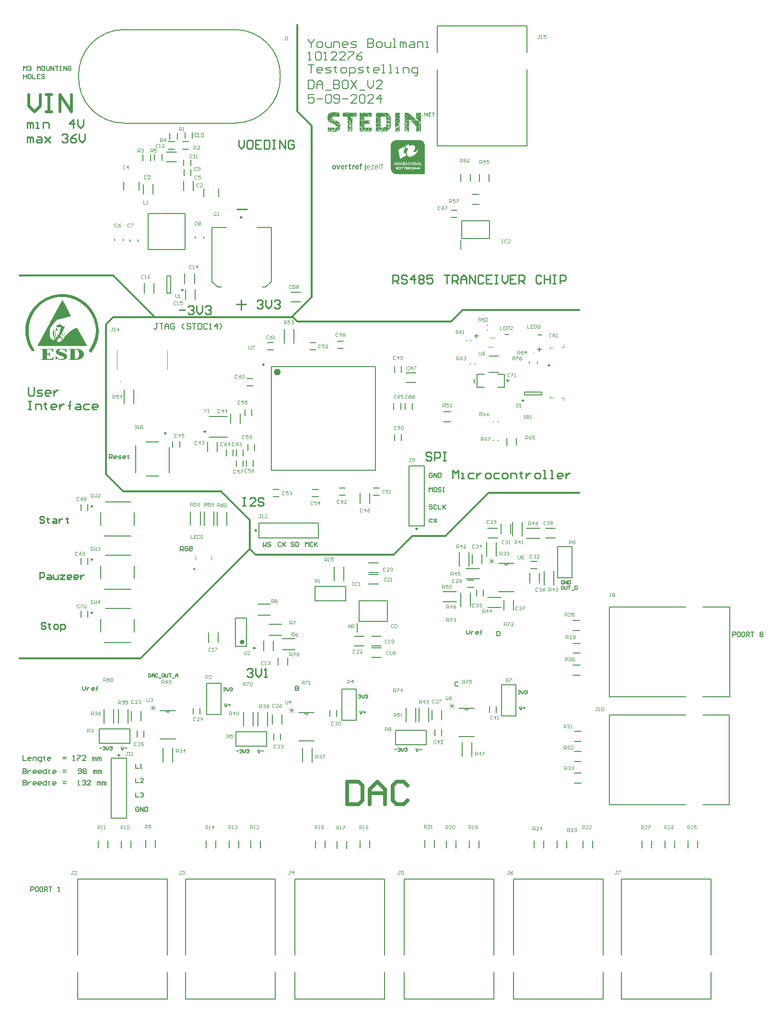
<source format=gto>
G04*
G04 #@! TF.GenerationSoftware,Altium Limited,Altium Designer,24.4.1 (13)*
G04*
G04 Layer_Color=65535*
%FSLAX44Y44*%
%MOMM*%
G71*
G04*
G04 #@! TF.SameCoordinates,45E14481-76E1-4DB2-85C8-7C621F4D321E*
G04*
G04*
G04 #@! TF.FilePolarity,Positive*
G04*
G01*
G75*
%ADD10C,0.2500*%
%ADD11C,0.4000*%
%ADD12C,0.1524*%
%ADD13C,0.1000*%
%ADD14C,0.6000*%
%ADD15C,0.2000*%
%ADD16C,0.1540*%
%ADD17C,0.2540*%
%ADD18C,0.3540*%
%ADD19C,0.1270*%
%ADD20C,0.2032*%
%ADD21C,0.5000*%
%ADD22C,0.1500*%
%ADD23C,0.7000*%
%ADD24C,0.0762*%
G36*
X732723Y1570283D02*
X732971D01*
Y1569291D01*
X731236D01*
Y1567556D01*
X730988D01*
Y1567060D01*
X731236D01*
Y1564581D01*
X730988D01*
Y1564086D01*
X731236D01*
Y1563590D01*
X730988D01*
Y1563342D01*
X730740D01*
Y1563094D01*
X730244D01*
Y1563342D01*
X729997D01*
Y1563590D01*
X729749D01*
Y1568300D01*
X729997D01*
Y1569043D01*
X729749D01*
Y1569291D01*
X728261D01*
Y1569539D01*
X728014D01*
Y1569787D01*
X727766D01*
Y1570035D01*
X728014D01*
Y1570283D01*
X728261D01*
Y1570530D01*
X729253D01*
Y1570283D01*
X732227D01*
Y1570530D01*
X732723D01*
Y1570283D01*
D02*
G37*
G36*
X726279D02*
X726526D01*
Y1569539D01*
X726279D01*
Y1569291D01*
X723552D01*
Y1568052D01*
X723800D01*
Y1567804D01*
X725783D01*
Y1567060D01*
X725535D01*
Y1566812D01*
X723800D01*
Y1566564D01*
X723552D01*
Y1564581D01*
X723800D01*
Y1564334D01*
X726526D01*
Y1563342D01*
X722312D01*
Y1563590D01*
X722065D01*
Y1564334D01*
X722312D01*
Y1565573D01*
X722065D01*
Y1566317D01*
X722312D01*
Y1567556D01*
X722065D01*
Y1568548D01*
X722312D01*
Y1569291D01*
X722065D01*
Y1570035D01*
X722312D01*
Y1570283D01*
X723800D01*
Y1570530D01*
X725287D01*
Y1570283D01*
X725783D01*
Y1570530D01*
X726279D01*
Y1570283D01*
D02*
G37*
G36*
X594410D02*
X595154D01*
Y1570035D01*
X595402D01*
Y1563838D01*
X595154D01*
Y1563342D01*
X584495D01*
Y1562351D01*
X584743D01*
Y1562103D01*
X584991D01*
Y1561855D01*
X585735D01*
Y1562103D01*
X586230D01*
Y1561855D01*
X587222D01*
Y1560120D01*
X586974D01*
Y1560368D01*
X586726D01*
Y1560616D01*
X585982D01*
Y1560368D01*
X585735D01*
Y1560120D01*
X585487D01*
Y1559376D01*
X585735D01*
Y1559128D01*
X585982D01*
Y1558880D01*
X586478D01*
Y1559128D01*
X586974D01*
Y1559624D01*
X587222D01*
Y1551196D01*
X586974D01*
Y1551444D01*
X586478D01*
Y1551692D01*
X586230D01*
Y1551444D01*
X585735D01*
Y1551196D01*
X585487D01*
Y1550453D01*
X585735D01*
Y1550205D01*
X586230D01*
Y1549957D01*
X586478D01*
Y1550205D01*
X586974D01*
Y1550453D01*
X587222D01*
Y1548222D01*
X586974D01*
Y1548470D01*
X586726D01*
Y1548718D01*
X585982D01*
Y1548470D01*
X585735D01*
Y1548222D01*
X585487D01*
Y1547478D01*
X585735D01*
Y1547230D01*
X585982D01*
Y1546983D01*
X586726D01*
Y1547230D01*
X586974D01*
Y1547478D01*
X587222D01*
Y1545743D01*
X586974D01*
Y1545495D01*
X586726D01*
Y1545743D01*
X586230D01*
Y1545495D01*
X585735D01*
Y1545247D01*
X585487D01*
Y1544504D01*
X585735D01*
Y1544256D01*
X586726D01*
Y1544008D01*
X587222D01*
Y1542273D01*
X586974D01*
Y1542521D01*
X586726D01*
Y1542769D01*
X585982D01*
Y1542521D01*
X585735D01*
Y1542273D01*
X585487D01*
Y1541529D01*
X585735D01*
Y1541281D01*
X585982D01*
Y1541034D01*
X586478D01*
Y1541281D01*
X586726D01*
Y1541529D01*
X587222D01*
Y1539299D01*
X586974D01*
Y1539546D01*
X586478D01*
Y1539794D01*
X585982D01*
Y1539546D01*
X585735D01*
Y1539299D01*
X585487D01*
Y1538555D01*
X585735D01*
Y1538307D01*
X586974D01*
Y1538555D01*
X587222D01*
Y1537316D01*
X586974D01*
Y1537068D01*
X583999D01*
Y1537811D01*
X584247D01*
Y1538307D01*
X583999D01*
Y1539794D01*
Y1540042D01*
Y1541777D01*
X584247D01*
Y1542025D01*
X583999D01*
Y1542521D01*
X583752D01*
Y1542769D01*
X583008D01*
Y1542521D01*
X582760D01*
Y1542273D01*
X582512D01*
Y1537068D01*
X579042D01*
Y1541529D01*
X578794D01*
Y1541777D01*
X579042D01*
Y1544008D01*
X579538D01*
Y1544256D01*
X580033D01*
Y1544752D01*
X580281D01*
Y1545000D01*
X580033D01*
Y1545495D01*
X579290D01*
Y1545743D01*
X579042D01*
Y1563094D01*
X578794D01*
Y1563342D01*
X571110D01*
Y1563590D01*
X570862D01*
Y1570035D01*
X571110D01*
Y1570283D01*
X576811D01*
Y1570530D01*
X578050D01*
Y1570283D01*
X579538D01*
Y1570530D01*
X580777D01*
Y1570283D01*
X588957D01*
Y1570530D01*
X589701D01*
Y1570283D01*
X594162D01*
Y1570530D01*
X594410D01*
Y1570283D01*
D02*
G37*
G36*
X719834D02*
X720330D01*
Y1565077D01*
Y1564829D01*
Y1563342D01*
X719090D01*
Y1565325D01*
X718842D01*
Y1565573D01*
X718594D01*
Y1565821D01*
X718346D01*
Y1566069D01*
X718099D01*
Y1566317D01*
X717851D01*
Y1566564D01*
X717603D01*
Y1566812D01*
X717355D01*
Y1567060D01*
X717107D01*
Y1567308D01*
X716859D01*
Y1567556D01*
X716611D01*
Y1567804D01*
X715620D01*
Y1563342D01*
X714381D01*
Y1570283D01*
X715868D01*
Y1569787D01*
X716116D01*
Y1569539D01*
X716364D01*
Y1569291D01*
X716611D01*
Y1569043D01*
X717107D01*
Y1568795D01*
X717355D01*
Y1568548D01*
X717603D01*
Y1568052D01*
X718099D01*
Y1567804D01*
X718346D01*
Y1567556D01*
X718842D01*
Y1567804D01*
X719090D01*
Y1570283D01*
X719338D01*
Y1570530D01*
X719834D01*
Y1570283D01*
D02*
G37*
G36*
X671003Y1570035D02*
X671251D01*
Y1565821D01*
X670755D01*
Y1566317D01*
X670507D01*
Y1566564D01*
X669763D01*
Y1566317D01*
X669516D01*
Y1565821D01*
X669268D01*
Y1565573D01*
X669516D01*
Y1565077D01*
X669763D01*
Y1564829D01*
X670507D01*
Y1565077D01*
X670755D01*
Y1565573D01*
X671251D01*
Y1559872D01*
X670755D01*
Y1560368D01*
X670507D01*
Y1560616D01*
X670011D01*
Y1560368D01*
X669516D01*
Y1559872D01*
X669268D01*
Y1559624D01*
X669516D01*
Y1559128D01*
X669763D01*
Y1558880D01*
X670507D01*
Y1559128D01*
X670755D01*
Y1559624D01*
X671003D01*
Y1559376D01*
X671251D01*
Y1553923D01*
X670755D01*
Y1554171D01*
X670507D01*
Y1554419D01*
X670259D01*
Y1554667D01*
X669763D01*
Y1554419D01*
X669516D01*
Y1553923D01*
X669268D01*
Y1553675D01*
X669516D01*
Y1553179D01*
X669763D01*
Y1552932D01*
X670507D01*
Y1553179D01*
X670755D01*
Y1553675D01*
X671251D01*
Y1551196D01*
X670755D01*
Y1551444D01*
X670507D01*
Y1551692D01*
X670011D01*
Y1551444D01*
X669516D01*
Y1551196D01*
X669268D01*
Y1550453D01*
X669516D01*
Y1550205D01*
X670011D01*
Y1549957D01*
X670259D01*
Y1550205D01*
X670755D01*
Y1550701D01*
X671003D01*
Y1550948D01*
X671251D01*
Y1549957D01*
X671003D01*
Y1549709D01*
X670755D01*
Y1549213D01*
X670507D01*
Y1548718D01*
X669763D01*
Y1548470D01*
X669516D01*
Y1547974D01*
X669268D01*
Y1547726D01*
X668772D01*
Y1547230D01*
X668524D01*
Y1546983D01*
X668772D01*
Y1546487D01*
X670011D01*
Y1546735D01*
X670259D01*
Y1546983D01*
X670507D01*
Y1547478D01*
X670755D01*
Y1548470D01*
X671251D01*
Y1545247D01*
X670755D01*
Y1545495D01*
X670259D01*
Y1545743D01*
X670011D01*
Y1545495D01*
X669020D01*
Y1545743D01*
X668772D01*
Y1546239D01*
X668524D01*
Y1546487D01*
X667533D01*
Y1546239D01*
X667285D01*
Y1545991D01*
X667037D01*
Y1545495D01*
X666293D01*
Y1545743D01*
X665798D01*
Y1545495D01*
X663071D01*
Y1545991D01*
X662823D01*
Y1546983D01*
X663071D01*
Y1547230D01*
X662823D01*
Y1557889D01*
X663071D01*
Y1558137D01*
X662823D01*
Y1562599D01*
X663071D01*
Y1562846D01*
X662823D01*
Y1569787D01*
X663071D01*
Y1570283D01*
X671003D01*
Y1570035D01*
D02*
G37*
G36*
X621924Y1563590D02*
X621676D01*
Y1563342D01*
X611513D01*
Y1563590D01*
X610770D01*
Y1563342D01*
X609530D01*
Y1563590D01*
X609282D01*
Y1563342D01*
X608787D01*
Y1557641D01*
X608539D01*
Y1557393D01*
X607795D01*
Y1557641D01*
X607299D01*
Y1557393D01*
X604573D01*
Y1556154D01*
X605812D01*
Y1555906D01*
X606060D01*
Y1556154D01*
X610026D01*
Y1555906D01*
X610522D01*
Y1556154D01*
X611018D01*
Y1556897D01*
X611265D01*
Y1557145D01*
X611761D01*
Y1557393D01*
X612009D01*
Y1557145D01*
X612505D01*
Y1556154D01*
X613001D01*
Y1555906D01*
X613496D01*
Y1556154D01*
X613992D01*
Y1557145D01*
X614488D01*
Y1557393D01*
X614984D01*
Y1557145D01*
X615479D01*
Y1556402D01*
X615727D01*
Y1556154D01*
X615975D01*
Y1555906D01*
X616471D01*
Y1556154D01*
X616967D01*
Y1557145D01*
X617214D01*
Y1557393D01*
X617958D01*
Y1557145D01*
X618454D01*
Y1550453D01*
X618206D01*
Y1550205D01*
X610770D01*
Y1550453D01*
X609282D01*
Y1550205D01*
X608787D01*
Y1544008D01*
X610522D01*
Y1543760D01*
X611018D01*
Y1544008D01*
X621676D01*
Y1543760D01*
X621924D01*
Y1537068D01*
X610026D01*
Y1537316D01*
X609778D01*
Y1537563D01*
X609530D01*
Y1537811D01*
X609282D01*
Y1538059D01*
X609035D01*
Y1538307D01*
X608787D01*
Y1538555D01*
X608539D01*
Y1538803D01*
X608291D01*
Y1539051D01*
X608043D01*
Y1539299D01*
X607795D01*
Y1539546D01*
X607547D01*
Y1539794D01*
X607299D01*
Y1540042D01*
X607052D01*
Y1540290D01*
X606804D01*
Y1540538D01*
X606556D01*
Y1540786D01*
X606308D01*
Y1541034D01*
X606060D01*
Y1541281D01*
X605317D01*
Y1541034D01*
X605069D01*
Y1540786D01*
X604821D01*
Y1540290D01*
X605069D01*
Y1540042D01*
X605317D01*
Y1539794D01*
X605564D01*
Y1539546D01*
X605812D01*
Y1539299D01*
X606060D01*
Y1539051D01*
X606308D01*
Y1538803D01*
X606556D01*
Y1538555D01*
X606804D01*
Y1538307D01*
X607052D01*
Y1538059D01*
X607299D01*
Y1537811D01*
X607547D01*
Y1537563D01*
X607795D01*
Y1537068D01*
X600607D01*
Y1537316D01*
X600359D01*
Y1538059D01*
X600607D01*
Y1538307D01*
X601846D01*
Y1538555D01*
X602094D01*
Y1539299D01*
X601846D01*
Y1539546D01*
X600607D01*
Y1539794D01*
X600359D01*
Y1543017D01*
X600607D01*
Y1543264D01*
X600359D01*
Y1544008D01*
X600607D01*
Y1544256D01*
X601103D01*
Y1544008D01*
X601351D01*
Y1543512D01*
X601846D01*
Y1543264D01*
X602094D01*
Y1543512D01*
X602590D01*
Y1543760D01*
X602838D01*
Y1544504D01*
X602590D01*
Y1544752D01*
X602342D01*
Y1545000D01*
X602094D01*
Y1545247D01*
X601846D01*
Y1545495D01*
X601351D01*
Y1545743D01*
X601103D01*
Y1546239D01*
X600855D01*
Y1546487D01*
X600607D01*
Y1546735D01*
X600359D01*
Y1555906D01*
X600607D01*
Y1556154D01*
X601351D01*
Y1555906D01*
X601598D01*
Y1556154D01*
X602838D01*
Y1556402D01*
X603086D01*
Y1557145D01*
X602838D01*
Y1557393D01*
X602342D01*
Y1557641D01*
X602094D01*
Y1557393D01*
X601846D01*
Y1557641D01*
X601351D01*
Y1557393D01*
X600607D01*
Y1557641D01*
X600359D01*
Y1558880D01*
X600607D01*
Y1559128D01*
X600359D01*
Y1561855D01*
X600607D01*
Y1562103D01*
X601103D01*
Y1561855D01*
X601598D01*
Y1562103D01*
X601846D01*
Y1562351D01*
X602094D01*
Y1563094D01*
X601846D01*
Y1563342D01*
X600359D01*
Y1564086D01*
X600607D01*
Y1564334D01*
X600359D01*
Y1568052D01*
X600607D01*
Y1569291D01*
X600359D01*
Y1569787D01*
X600607D01*
Y1570283D01*
X621924D01*
Y1563590D01*
D02*
G37*
G36*
X712150Y1564581D02*
X712398D01*
Y1564086D01*
X712645D01*
Y1563838D01*
X712398D01*
Y1563342D01*
X711902D01*
Y1563094D01*
X711406D01*
Y1563342D01*
X711158D01*
Y1563838D01*
X710910D01*
Y1564086D01*
X711158D01*
Y1564581D01*
X711406D01*
Y1564829D01*
X712150D01*
Y1564581D01*
D02*
G37*
G36*
X557973Y1570530D02*
X561195D01*
Y1570283D01*
X564665D01*
Y1570035D01*
X564913D01*
Y1563590D01*
X564665D01*
Y1563342D01*
X564170D01*
Y1563094D01*
X563178D01*
Y1563342D01*
X558716D01*
Y1563590D01*
X552767D01*
Y1563342D01*
X552272D01*
Y1563094D01*
X552024D01*
Y1562599D01*
X551776D01*
Y1559872D01*
X552024D01*
Y1559624D01*
X552272D01*
Y1559128D01*
X552767D01*
Y1558880D01*
X553263D01*
Y1558633D01*
X553759D01*
Y1558385D01*
X554751D01*
Y1558137D01*
X554998D01*
Y1557889D01*
X555494D01*
Y1557393D01*
X554503D01*
Y1557641D01*
X554255D01*
Y1557393D01*
X553759D01*
Y1557145D01*
X553511D01*
Y1556402D01*
X553759D01*
Y1556154D01*
X555494D01*
Y1555906D01*
X557477D01*
Y1556154D01*
X558221D01*
Y1555906D01*
X558716D01*
Y1556154D01*
X559956D01*
Y1555906D01*
X560699D01*
Y1555658D01*
X561195D01*
Y1555410D01*
X561939D01*
Y1555162D01*
X562187D01*
Y1554915D01*
X562682D01*
Y1554667D01*
X563178D01*
Y1554419D01*
X563426D01*
Y1554171D01*
X563922D01*
Y1553923D01*
X564170D01*
Y1553675D01*
X564417D01*
Y1553427D01*
X564665D01*
Y1553179D01*
X564913D01*
Y1552684D01*
X565161D01*
Y1552436D01*
X565409D01*
Y1551940D01*
X565161D01*
Y1551692D01*
X564913D01*
Y1551444D01*
X564665D01*
Y1550205D01*
X565905D01*
Y1549709D01*
X566153D01*
Y1549461D01*
X565905D01*
Y1548718D01*
X566153D01*
Y1545743D01*
X565905D01*
Y1545495D01*
X565161D01*
Y1545743D01*
X564417D01*
Y1545495D01*
X563674D01*
Y1545000D01*
X563426D01*
Y1544504D01*
X563674D01*
Y1544256D01*
X565905D01*
Y1542769D01*
X565657D01*
Y1541777D01*
X565409D01*
Y1541034D01*
X565161D01*
Y1540538D01*
X564913D01*
Y1540042D01*
X564665D01*
Y1539546D01*
X564417D01*
Y1539299D01*
X564170D01*
Y1539051D01*
X563922D01*
Y1538803D01*
X563674D01*
Y1538555D01*
X562930D01*
Y1539546D01*
X562435D01*
Y1539794D01*
X562187D01*
Y1539546D01*
X561691D01*
Y1539299D01*
X561443D01*
Y1538555D01*
X561691D01*
Y1538307D01*
X562187D01*
Y1538059D01*
X562435D01*
Y1537811D01*
X562187D01*
Y1537563D01*
X561195D01*
Y1537316D01*
X560452D01*
Y1537068D01*
X558964D01*
Y1536820D01*
X557725D01*
Y1536572D01*
X552272D01*
Y1537068D01*
X552520D01*
Y1537316D01*
X552767D01*
Y1537563D01*
X553015D01*
Y1537811D01*
X553263D01*
Y1538059D01*
X553511D01*
Y1538307D01*
X554007D01*
Y1538555D01*
X554255D01*
Y1538803D01*
X554503D01*
Y1539299D01*
X554751D01*
Y1539546D01*
X555246D01*
Y1540042D01*
X555494D01*
Y1540290D01*
X555742D01*
Y1540786D01*
X555494D01*
Y1541034D01*
X555246D01*
Y1541281D01*
X554503D01*
Y1541034D01*
X554255D01*
Y1540786D01*
X554007D01*
Y1540538D01*
X553759D01*
Y1540290D01*
X553511D01*
Y1540042D01*
X553263D01*
Y1539794D01*
X553015D01*
Y1539546D01*
X552767D01*
Y1539299D01*
X552520D01*
Y1539051D01*
X552272D01*
Y1538803D01*
X552024D01*
Y1538555D01*
X551776D01*
Y1538307D01*
X551528D01*
Y1538059D01*
X551280D01*
Y1537811D01*
X551032D01*
Y1537563D01*
X550784D01*
Y1537316D01*
X550537D01*
Y1537068D01*
X550289D01*
Y1536820D01*
X550041D01*
Y1536572D01*
X549049D01*
Y1536820D01*
X546571D01*
Y1537068D01*
X544092D01*
Y1537316D01*
X543844D01*
Y1538059D01*
X544092D01*
Y1538307D01*
X545083D01*
Y1539299D01*
X544836D01*
Y1539546D01*
X544092D01*
Y1539794D01*
X543844D01*
Y1541034D01*
X544340D01*
Y1541281D01*
X545083D01*
Y1542521D01*
X544588D01*
Y1542769D01*
X544092D01*
Y1543017D01*
X543844D01*
Y1543760D01*
X544092D01*
Y1544008D01*
X544340D01*
Y1544256D01*
X545331D01*
Y1544008D01*
X548554D01*
Y1543760D01*
X551032D01*
Y1543512D01*
X555742D01*
Y1543760D01*
X556486D01*
Y1543512D01*
X556734D01*
Y1543264D01*
X556486D01*
Y1543017D01*
X556238D01*
Y1542769D01*
X555990D01*
Y1542521D01*
X555742D01*
Y1542273D01*
X555494D01*
Y1541777D01*
X555742D01*
Y1541281D01*
X556981D01*
Y1541777D01*
X557477D01*
Y1542025D01*
X557725D01*
Y1542273D01*
X557973D01*
Y1542769D01*
X558469D01*
Y1543017D01*
X558716D01*
Y1543264D01*
X558964D01*
Y1543512D01*
X559212D01*
Y1544008D01*
X559460D01*
Y1544256D01*
X561939D01*
Y1544504D01*
X562187D01*
Y1545247D01*
X561939D01*
Y1545495D01*
X561443D01*
Y1545991D01*
X561691D01*
Y1546983D01*
X561443D01*
Y1547230D01*
X560452D01*
Y1546983D01*
X560204D01*
Y1546735D01*
X559956D01*
Y1546487D01*
X559708D01*
Y1546239D01*
X559460D01*
Y1545991D01*
X559212D01*
Y1545743D01*
X558964D01*
Y1545495D01*
X558469D01*
Y1545743D01*
X557973D01*
Y1548470D01*
X557725D01*
Y1548965D01*
X557229D01*
Y1549213D01*
X556734D01*
Y1549461D01*
X556238D01*
Y1549709D01*
X555494D01*
Y1549957D01*
X554998D01*
Y1550205D01*
X554255D01*
Y1550453D01*
X554007D01*
Y1551444D01*
X553759D01*
Y1551692D01*
X553015D01*
Y1551444D01*
X552767D01*
Y1551196D01*
X551776D01*
Y1551444D01*
X551032D01*
Y1551692D01*
X550537D01*
Y1551940D01*
X550041D01*
Y1552188D01*
X549545D01*
Y1552436D01*
X548801D01*
Y1552684D01*
X548306D01*
Y1552932D01*
X547810D01*
Y1553179D01*
X547314D01*
Y1553427D01*
X547066D01*
Y1553675D01*
X546571D01*
Y1553923D01*
X546075D01*
Y1554171D01*
X545827D01*
Y1554419D01*
X545579D01*
Y1554667D01*
X545331D01*
Y1554915D01*
X545083D01*
Y1555410D01*
X544836D01*
Y1555658D01*
X544588D01*
Y1556154D01*
X544340D01*
Y1556897D01*
X544092D01*
Y1557889D01*
X543844D01*
Y1564581D01*
X544092D01*
Y1564829D01*
X544588D01*
Y1565077D01*
X545083D01*
Y1566069D01*
X544836D01*
Y1566317D01*
X544588D01*
Y1566812D01*
X544836D01*
Y1567308D01*
X545083D01*
Y1567556D01*
X545331D01*
Y1567804D01*
X545579D01*
Y1568052D01*
X545827D01*
Y1568548D01*
X546323D01*
Y1568795D01*
X546571D01*
Y1569043D01*
X546819D01*
Y1569291D01*
X547314D01*
Y1569539D01*
X547810D01*
Y1569787D01*
X548306D01*
Y1570035D01*
X549049D01*
Y1570283D01*
X550537D01*
Y1570530D01*
X553263D01*
Y1570778D01*
X557973D01*
Y1570530D01*
D02*
G37*
G36*
X708432Y1569787D02*
X708680D01*
Y1569291D01*
X708432D01*
Y1568052D01*
X708680D01*
Y1567556D01*
X708432D01*
Y1554419D01*
X708680D01*
Y1553923D01*
X708432D01*
Y1553427D01*
X708680D01*
Y1552684D01*
X707936D01*
Y1552932D01*
X707688D01*
Y1553427D01*
X707440D01*
Y1553675D01*
X706944D01*
Y1554171D01*
X706696D01*
Y1554419D01*
X706449D01*
Y1554667D01*
X705705D01*
Y1554419D01*
X705457D01*
Y1554171D01*
X705209D01*
Y1553427D01*
X705457D01*
Y1553179D01*
X705705D01*
Y1552932D01*
X706201D01*
Y1552436D01*
X706449D01*
Y1552188D01*
X706944D01*
Y1551940D01*
X707192D01*
Y1551692D01*
X707440D01*
Y1551444D01*
X707688D01*
Y1550948D01*
X707936D01*
Y1550701D01*
X708432D01*
Y1537068D01*
X700500D01*
Y1537316D01*
X700252D01*
Y1541034D01*
X700500D01*
Y1541281D01*
X700748D01*
Y1541529D01*
X700995D01*
Y1542273D01*
X700748D01*
Y1542521D01*
X700500D01*
Y1542769D01*
X700252D01*
Y1544008D01*
X700500D01*
Y1544256D01*
X701739D01*
Y1544752D01*
X701987D01*
Y1545000D01*
X701739D01*
Y1545495D01*
X700500D01*
Y1545743D01*
X700004D01*
Y1546487D01*
X699756D01*
Y1546735D01*
X699508D01*
Y1546983D01*
X699260D01*
Y1547478D01*
X699012D01*
Y1547726D01*
X698765D01*
Y1547974D01*
X698517D01*
Y1548222D01*
X698269D01*
Y1548470D01*
X698021D01*
Y1548718D01*
X697773D01*
Y1548965D01*
X697525D01*
Y1549213D01*
X697277D01*
Y1549461D01*
X696782D01*
Y1550205D01*
X697773D01*
Y1550701D01*
X698021D01*
Y1551196D01*
X697773D01*
Y1551444D01*
X697525D01*
Y1551692D01*
X696782D01*
Y1551444D01*
X696534D01*
Y1551196D01*
X696286D01*
Y1550701D01*
X696534D01*
Y1550453D01*
Y1550205D01*
X696038D01*
Y1550453D01*
X695790D01*
Y1550701D01*
X695542D01*
Y1550948D01*
X695294D01*
Y1551196D01*
X695046D01*
Y1551444D01*
X694551D01*
Y1551940D01*
X694303D01*
Y1552188D01*
X694055D01*
Y1552436D01*
X693559D01*
Y1552684D01*
X693311D01*
Y1552932D01*
X693064D01*
Y1553179D01*
X692816D01*
Y1553427D01*
X692568D01*
Y1553675D01*
X692320D01*
Y1553923D01*
X692072D01*
Y1554171D01*
X691824D01*
Y1554419D01*
X691576D01*
Y1554667D01*
X691328D01*
Y1554915D01*
X690833D01*
Y1555162D01*
X690585D01*
Y1555410D01*
X690337D01*
Y1555658D01*
X690089D01*
Y1555906D01*
X690337D01*
Y1556154D01*
X691080D01*
Y1555906D01*
X691576D01*
Y1556154D01*
X693807D01*
Y1556650D01*
X694055D01*
Y1557145D01*
X693807D01*
Y1557393D01*
X688850D01*
Y1557641D01*
X688354D01*
Y1557393D01*
X687610D01*
Y1557641D01*
X687115D01*
Y1557393D01*
X686619D01*
Y1557145D01*
X686371D01*
Y1556897D01*
X685875D01*
Y1557145D01*
X685627D01*
Y1557393D01*
X684140D01*
Y1557641D01*
X683892D01*
Y1557393D01*
X682653D01*
Y1557145D01*
X682405D01*
Y1556154D01*
X683892D01*
Y1555906D01*
X684140D01*
Y1556154D01*
X685875D01*
Y1556650D01*
X686371D01*
Y1556402D01*
X686619D01*
Y1556154D01*
X686867D01*
Y1555906D01*
X687115D01*
Y1556154D01*
X687858D01*
Y1555906D01*
X688106D01*
Y1554667D01*
X687858D01*
Y1554419D01*
X687610D01*
Y1554171D01*
X687362D01*
Y1553427D01*
X687610D01*
Y1553179D01*
X687858D01*
Y1552932D01*
X688106D01*
Y1551692D01*
X687858D01*
Y1551444D01*
X687610D01*
Y1551196D01*
X687362D01*
Y1550205D01*
X687858D01*
Y1549957D01*
X688106D01*
Y1548965D01*
X687858D01*
Y1548470D01*
X687610D01*
Y1548222D01*
X687362D01*
Y1547478D01*
X687610D01*
Y1547230D01*
X687858D01*
Y1546735D01*
X688106D01*
Y1545743D01*
X687858D01*
Y1545495D01*
X687115D01*
Y1545743D01*
X686619D01*
Y1545495D01*
X685875D01*
Y1545743D01*
X685132D01*
Y1545495D01*
X684388D01*
Y1544256D01*
X687858D01*
Y1544008D01*
X688106D01*
Y1542769D01*
X687858D01*
Y1542521D01*
X687362D01*
Y1541529D01*
X687610D01*
Y1541281D01*
X687858D01*
Y1540786D01*
X688106D01*
Y1539794D01*
X687858D01*
Y1539546D01*
X687610D01*
Y1539299D01*
X687362D01*
Y1538307D01*
X687858D01*
Y1538059D01*
X688106D01*
Y1537316D01*
X687858D01*
Y1537068D01*
X682901D01*
Y1540290D01*
X682653D01*
Y1540538D01*
X682405D01*
Y1540786D01*
X681909D01*
Y1540538D01*
X681413D01*
Y1537068D01*
X680918D01*
Y1536820D01*
X680670D01*
Y1537068D01*
X679926D01*
Y1555906D01*
X680174D01*
Y1556154D01*
X680670D01*
Y1556402D01*
X680918D01*
Y1557145D01*
X680670D01*
Y1557393D01*
X680174D01*
Y1557641D01*
X679926D01*
Y1570035D01*
X680174D01*
Y1570283D01*
X686619D01*
Y1570035D01*
X686867D01*
Y1569787D01*
X687115D01*
Y1569539D01*
X687362D01*
Y1568052D01*
X687858D01*
Y1567804D01*
X688354D01*
Y1568052D01*
X688850D01*
Y1567804D01*
X689345D01*
Y1567308D01*
X689593D01*
Y1567060D01*
X689841D01*
Y1566812D01*
X690337D01*
Y1566564D01*
X690585D01*
Y1566317D01*
X690833D01*
Y1566069D01*
X691080D01*
Y1565821D01*
X691328D01*
Y1565573D01*
X691576D01*
Y1565325D01*
X691824D01*
Y1565077D01*
X692072D01*
Y1564829D01*
X692320D01*
Y1564581D01*
X692568D01*
Y1564334D01*
X692816D01*
Y1564086D01*
X693064D01*
Y1563838D01*
X693311D01*
Y1563590D01*
X693559D01*
Y1563342D01*
X693807D01*
Y1563094D01*
X694303D01*
Y1562599D01*
X694551D01*
Y1562351D01*
X695046D01*
Y1562103D01*
X695294D01*
Y1561855D01*
X695542D01*
Y1561607D01*
X695790D01*
Y1561359D01*
X696038D01*
Y1561111D01*
X696286D01*
Y1560863D01*
X696534D01*
Y1560616D01*
X696782D01*
Y1560368D01*
X697029D01*
Y1560120D01*
X697277D01*
Y1559872D01*
X697525D01*
Y1559624D01*
X697773D01*
Y1559376D01*
X698021D01*
Y1559128D01*
X698269D01*
Y1558880D01*
X698517D01*
Y1558633D01*
X698765D01*
Y1558385D01*
X699012D01*
Y1558137D01*
X699260D01*
Y1557889D01*
X699508D01*
Y1557641D01*
X699756D01*
Y1557393D01*
X699508D01*
Y1557145D01*
X699260D01*
Y1556154D01*
X699756D01*
Y1555906D01*
X700252D01*
Y1556154D01*
X700748D01*
Y1556402D01*
X700995D01*
Y1556897D01*
X700748D01*
Y1557393D01*
X700500D01*
Y1557641D01*
X700252D01*
Y1558137D01*
X700500D01*
Y1558385D01*
X701491D01*
Y1558633D01*
X701739D01*
Y1559376D01*
X701491D01*
Y1559624D01*
X700995D01*
Y1559872D01*
X700748D01*
Y1560120D01*
X700500D01*
Y1560616D01*
X700252D01*
Y1570035D01*
X700500D01*
Y1570283D01*
X708432D01*
Y1569787D01*
D02*
G37*
G36*
X647455Y1570035D02*
X648446D01*
Y1569787D01*
X649190D01*
Y1569539D01*
X649686D01*
Y1569291D01*
X650182D01*
Y1569043D01*
X650925D01*
Y1568795D01*
X651173D01*
Y1568548D01*
X651421D01*
Y1568300D01*
X651669D01*
Y1568052D01*
X651917D01*
Y1567804D01*
X652412D01*
Y1567556D01*
X652660D01*
Y1567060D01*
X652908D01*
Y1566812D01*
X653156D01*
Y1566564D01*
X653404D01*
Y1565821D01*
X653652D01*
Y1565573D01*
X653900D01*
Y1565077D01*
X654147D01*
Y1564581D01*
X654395D01*
Y1564086D01*
X654643D01*
Y1562846D01*
X654891D01*
Y1562351D01*
X655139D01*
Y1560368D01*
X655387D01*
Y1558880D01*
X655635D01*
Y1557641D01*
X655387D01*
Y1557393D01*
X654643D01*
Y1557145D01*
X654395D01*
Y1556402D01*
X654643D01*
Y1556154D01*
X655387D01*
Y1555906D01*
X655635D01*
Y1551692D01*
X655387D01*
Y1551444D01*
X654643D01*
Y1551196D01*
X654395D01*
Y1550453D01*
X654643D01*
Y1550205D01*
X655387D01*
Y1549957D01*
X655635D01*
Y1548470D01*
X655387D01*
Y1546983D01*
X655139D01*
Y1545000D01*
X654891D01*
Y1544256D01*
X654643D01*
Y1543017D01*
X654395D01*
Y1542273D01*
X654147D01*
Y1541777D01*
X653900D01*
Y1541281D01*
X653652D01*
Y1540786D01*
X653404D01*
Y1540538D01*
X652908D01*
Y1541529D01*
X652660D01*
Y1541777D01*
X651669D01*
Y1541281D01*
X651421D01*
Y1538555D01*
X651173D01*
Y1538307D01*
X650677D01*
Y1538059D01*
X650182D01*
Y1537811D01*
X649686D01*
Y1537563D01*
X648694D01*
Y1537316D01*
X647951D01*
Y1537068D01*
X636549D01*
Y1537563D01*
X636796D01*
Y1537811D01*
X637292D01*
Y1538059D01*
X637540D01*
Y1538307D01*
X637788D01*
Y1538555D01*
X638036D01*
Y1538803D01*
X638284D01*
Y1539051D01*
X638531D01*
Y1539299D01*
X638779D01*
Y1539546D01*
X639027D01*
Y1539794D01*
X639275D01*
Y1540042D01*
X639523D01*
Y1540786D01*
X639275D01*
Y1541034D01*
X639027D01*
Y1541281D01*
X638284D01*
Y1541034D01*
X638036D01*
Y1540538D01*
X637540D01*
Y1540290D01*
X637292D01*
Y1539794D01*
X637044D01*
Y1539546D01*
X636549D01*
Y1539299D01*
X636301D01*
Y1538803D01*
X636053D01*
Y1538555D01*
X635805D01*
Y1538307D01*
X635309D01*
Y1538059D01*
X635061D01*
Y1537811D01*
X634813D01*
Y1537316D01*
X634318D01*
Y1537068D01*
X629360D01*
Y1537316D01*
X629112D01*
Y1544008D01*
X629360D01*
Y1544256D01*
X629856D01*
Y1544504D01*
X630104D01*
Y1544752D01*
X630352D01*
Y1544504D01*
X630600D01*
Y1544256D01*
X632830D01*
Y1544504D01*
X633078D01*
Y1545247D01*
X632830D01*
Y1545495D01*
X632335D01*
Y1545743D01*
X631839D01*
Y1545495D01*
X631343D01*
Y1545743D01*
X631095D01*
Y1545495D01*
X630600D01*
Y1545247D01*
X630352D01*
Y1545000D01*
X630104D01*
Y1545247D01*
X629856D01*
Y1545495D01*
X629360D01*
Y1545743D01*
X629112D01*
Y1569787D01*
X629360D01*
Y1570283D01*
X647455D01*
Y1570035D01*
D02*
G37*
G36*
X671251Y1542273D02*
X670755D01*
Y1542521D01*
X670507D01*
Y1542769D01*
X669763D01*
Y1542521D01*
X669516D01*
Y1541281D01*
X670011D01*
Y1541034D01*
X670259D01*
Y1541281D01*
X670507D01*
Y1541529D01*
X670755D01*
Y1541777D01*
X671251D01*
Y1537068D01*
X663071D01*
Y1537316D01*
X662823D01*
Y1539546D01*
X663071D01*
Y1540042D01*
X663319D01*
Y1540290D01*
X663567D01*
Y1540538D01*
X663814D01*
Y1540786D01*
X664062D01*
Y1541034D01*
X664310D01*
Y1541281D01*
X664558D01*
Y1541529D01*
X664806D01*
Y1541777D01*
X665302D01*
Y1542025D01*
X665550D01*
Y1542521D01*
X665798D01*
Y1542769D01*
X666293D01*
Y1543017D01*
X666541D01*
Y1543512D01*
X666789D01*
Y1543760D01*
X667037D01*
Y1544008D01*
X667533D01*
Y1544256D01*
X670755D01*
Y1544504D01*
X671251D01*
Y1542273D01*
D02*
G37*
G36*
X665054Y1543512D02*
X664558D01*
Y1543264D01*
X664310D01*
Y1543017D01*
X664062D01*
Y1542769D01*
X663814D01*
Y1542273D01*
X663567D01*
Y1542025D01*
X663071D01*
Y1542273D01*
X662823D01*
Y1544008D01*
X663071D01*
Y1544256D01*
X665054D01*
Y1543512D01*
D02*
G37*
G36*
X641187Y1480324D02*
X641407D01*
Y1480269D01*
X641628D01*
Y1480214D01*
X641683D01*
Y1479387D01*
X641628D01*
Y1479277D01*
X641518D01*
Y1479332D01*
X641297D01*
Y1479387D01*
X640525D01*
Y1479332D01*
X640360D01*
Y1479277D01*
X640305D01*
Y1479221D01*
X640250D01*
Y1479166D01*
X640195D01*
Y1479001D01*
X640139D01*
Y1478725D01*
X640084D01*
Y1477678D01*
X640139D01*
Y1477623D01*
X640195D01*
Y1477568D01*
X641462D01*
Y1477513D01*
X641518D01*
Y1476741D01*
X641462D01*
Y1476686D01*
X640139D01*
Y1476631D01*
X640084D01*
Y1473709D01*
Y1473654D01*
Y1470347D01*
X640029D01*
Y1470292D01*
X639919D01*
Y1470237D01*
X639478D01*
Y1470292D01*
X639313D01*
Y1470237D01*
X639147D01*
Y1470292D01*
X639092D01*
Y1470402D01*
X639037D01*
Y1476631D01*
X638982D01*
Y1476686D01*
X638045D01*
Y1476741D01*
X637990D01*
Y1477458D01*
X638045D01*
Y1477568D01*
X638927D01*
Y1477623D01*
X639037D01*
Y1478891D01*
X639092D01*
Y1479277D01*
X639147D01*
Y1479387D01*
X639202D01*
Y1479497D01*
X639258D01*
Y1479607D01*
X639313D01*
Y1479718D01*
X639368D01*
Y1479773D01*
X639423D01*
Y1479883D01*
X639478D01*
Y1479938D01*
X639533D01*
Y1479993D01*
X639588D01*
Y1480048D01*
X639644D01*
Y1480103D01*
X639754D01*
Y1480159D01*
X639809D01*
Y1480214D01*
X639919D01*
Y1480269D01*
X640250D01*
Y1480324D01*
X640470D01*
Y1480379D01*
X641187D01*
Y1480324D01*
D02*
G37*
G36*
X610760D02*
X610925D01*
Y1480269D01*
X611035D01*
Y1480214D01*
X611091D01*
Y1480159D01*
X611146D01*
Y1480103D01*
X611201D01*
Y1480048D01*
X611256D01*
Y1479883D01*
X611311D01*
Y1479718D01*
X611366D01*
Y1479442D01*
X611311D01*
Y1479332D01*
X611256D01*
Y1479221D01*
X611201D01*
Y1479166D01*
X611146D01*
Y1479111D01*
X611091D01*
Y1479056D01*
X611035D01*
Y1479001D01*
X610980D01*
Y1478946D01*
X610925D01*
Y1478891D01*
X610760D01*
Y1478836D01*
X610484D01*
Y1478891D01*
X610319D01*
Y1478946D01*
X610264D01*
Y1479001D01*
X610153D01*
Y1479056D01*
X610098D01*
Y1479111D01*
X610043D01*
Y1479166D01*
X609988D01*
Y1479277D01*
X609933D01*
Y1479332D01*
Y1479387D01*
X609878D01*
Y1479828D01*
X609933D01*
Y1479993D01*
X609988D01*
Y1480048D01*
X610043D01*
Y1480159D01*
X610098D01*
Y1480214D01*
X610209D01*
Y1480269D01*
X610374D01*
Y1480324D01*
X610539D01*
Y1480379D01*
X610760D01*
Y1480324D01*
D02*
G37*
G36*
X603484D02*
X603815D01*
Y1480269D01*
X604145D01*
Y1480214D01*
X604311D01*
Y1480048D01*
X604366D01*
Y1478670D01*
X604311D01*
Y1478615D01*
X604200D01*
Y1478670D01*
X604035D01*
Y1478725D01*
X603373D01*
Y1478670D01*
X603208D01*
Y1478615D01*
X603153D01*
Y1478560D01*
X603098D01*
Y1478505D01*
X603043D01*
Y1478450D01*
X602988D01*
Y1477623D01*
X603043D01*
Y1477568D01*
X604200D01*
Y1475749D01*
X603043D01*
Y1475694D01*
X602988D01*
Y1471835D01*
Y1471780D01*
Y1470292D01*
X602933D01*
Y1470237D01*
X602381D01*
Y1470292D01*
X602216D01*
Y1470237D01*
X601444D01*
Y1470292D01*
X601334D01*
Y1470237D01*
X601224D01*
Y1470292D01*
X601114D01*
Y1470402D01*
X601058D01*
Y1475694D01*
X601003D01*
Y1475749D01*
X600232D01*
Y1475804D01*
X600176D01*
Y1477458D01*
X600232D01*
Y1477568D01*
X600948D01*
Y1477623D01*
X601058D01*
Y1478725D01*
X601114D01*
Y1479001D01*
X601169D01*
Y1479332D01*
X601224D01*
Y1479442D01*
X601279D01*
Y1479552D01*
X601334D01*
Y1479662D01*
X601389D01*
Y1479718D01*
X601444D01*
Y1479773D01*
X601499D01*
Y1479883D01*
X601554D01*
Y1479938D01*
X601665D01*
Y1479993D01*
X601720D01*
Y1480048D01*
X601775D01*
Y1480103D01*
X601940D01*
Y1480159D01*
X602051D01*
Y1480214D01*
X602216D01*
Y1480269D01*
X602491D01*
Y1480324D01*
X602877D01*
Y1480379D01*
X603484D01*
Y1480324D01*
D02*
G37*
G36*
X590916Y1477678D02*
X591192D01*
Y1477623D01*
X591577D01*
Y1477568D01*
X591688D01*
Y1477513D01*
X591798D01*
Y1477458D01*
X591908D01*
Y1477402D01*
X591963D01*
Y1477347D01*
X592019D01*
Y1477292D01*
X592074D01*
Y1476851D01*
X592019D01*
Y1476686D01*
X591963D01*
Y1476521D01*
X591908D01*
Y1476245D01*
X591853D01*
Y1476024D01*
X591798D01*
Y1475749D01*
X591743D01*
Y1475528D01*
X591688D01*
Y1475473D01*
X591467D01*
Y1475528D01*
X591357D01*
Y1475583D01*
X591302D01*
Y1475639D01*
X591081D01*
Y1475694D01*
X590971D01*
Y1475749D01*
X590695D01*
Y1475804D01*
X590530D01*
Y1475749D01*
X589979D01*
Y1475694D01*
X589869D01*
Y1475639D01*
X589758D01*
Y1475583D01*
X589703D01*
Y1475528D01*
X589648D01*
Y1475473D01*
X589593D01*
Y1475418D01*
X589538D01*
Y1475308D01*
X589483D01*
Y1475143D01*
X589428D01*
Y1475032D01*
X589373D01*
Y1474867D01*
X589318D01*
Y1474371D01*
X589262D01*
Y1470292D01*
X589152D01*
Y1470237D01*
X588932D01*
Y1470292D01*
X588821D01*
Y1470237D01*
X588105D01*
Y1470292D01*
X587829D01*
Y1470237D01*
X587499D01*
Y1470292D01*
X587388D01*
Y1470347D01*
X587333D01*
Y1477513D01*
X587388D01*
Y1477568D01*
X589207D01*
Y1477513D01*
X589262D01*
Y1477347D01*
X589318D01*
Y1477237D01*
X589483D01*
Y1477292D01*
X589538D01*
Y1477347D01*
X589648D01*
Y1477402D01*
X589703D01*
Y1477458D01*
X589814D01*
Y1477513D01*
X589924D01*
Y1477568D01*
X590034D01*
Y1477623D01*
X590365D01*
Y1477678D01*
X590695D01*
Y1477733D01*
X590916D01*
Y1477678D01*
D02*
G37*
G36*
X578514D02*
X578789D01*
Y1477623D01*
X579175D01*
Y1477568D01*
X579285D01*
Y1477513D01*
X579396D01*
Y1477458D01*
X579506D01*
Y1477402D01*
X579561D01*
Y1477347D01*
X579616D01*
Y1477292D01*
X579671D01*
Y1476962D01*
X579616D01*
Y1476631D01*
X579561D01*
Y1476521D01*
X579506D01*
Y1476300D01*
X579451D01*
Y1476024D01*
X579396D01*
Y1475859D01*
X579341D01*
Y1475528D01*
X579285D01*
Y1475418D01*
X579175D01*
Y1475473D01*
X579065D01*
Y1475528D01*
X578955D01*
Y1475583D01*
X578844D01*
Y1475639D01*
X578679D01*
Y1475694D01*
X578569D01*
Y1475749D01*
X578293D01*
Y1475804D01*
X578128D01*
Y1475749D01*
X577577D01*
Y1475694D01*
X577466D01*
Y1475639D01*
X577356D01*
Y1475583D01*
X577301D01*
Y1475528D01*
X577246D01*
Y1475473D01*
X577191D01*
Y1475363D01*
X577136D01*
Y1475308D01*
X577080D01*
Y1475198D01*
X577025D01*
Y1475032D01*
X576970D01*
Y1474867D01*
X576915D01*
Y1474591D01*
X576860D01*
Y1474536D01*
Y1474481D01*
Y1470292D01*
X576805D01*
Y1470237D01*
X576640D01*
Y1470292D01*
X576364D01*
Y1470237D01*
X575647D01*
Y1470292D01*
X575427D01*
Y1470237D01*
X575096D01*
Y1470292D01*
X574986D01*
Y1470402D01*
X574931D01*
Y1477513D01*
X574986D01*
Y1477568D01*
X576860D01*
Y1477237D01*
X577025D01*
Y1477292D01*
X577136D01*
Y1477347D01*
X577246D01*
Y1477402D01*
X577301D01*
Y1477458D01*
X577411D01*
Y1477513D01*
X577522D01*
Y1477568D01*
X577632D01*
Y1477623D01*
X577962D01*
Y1477678D01*
X578293D01*
Y1477733D01*
X578514D01*
Y1477678D01*
D02*
G37*
G36*
X566332Y1477402D02*
X566277D01*
Y1477237D01*
X566222D01*
Y1477072D01*
X566166D01*
Y1476906D01*
X566111D01*
Y1476686D01*
X566056D01*
Y1476576D01*
X566001D01*
Y1476410D01*
X565946D01*
Y1476245D01*
X565891D01*
Y1476080D01*
X565836D01*
Y1475859D01*
X565781D01*
Y1475749D01*
X565726D01*
Y1475639D01*
X565670D01*
Y1475418D01*
X565615D01*
Y1475363D01*
X565560D01*
Y1475198D01*
X565505D01*
Y1474977D01*
X565450D01*
Y1474922D01*
X565395D01*
Y1474812D01*
X565340D01*
Y1474591D01*
X565285D01*
Y1474536D01*
X565229D01*
Y1474371D01*
X565174D01*
Y1474150D01*
X565119D01*
Y1473985D01*
X565064D01*
Y1473764D01*
X565009D01*
Y1473654D01*
X564954D01*
Y1473544D01*
X564899D01*
Y1473268D01*
X564843D01*
Y1473158D01*
X564788D01*
Y1472993D01*
X564733D01*
Y1472827D01*
X564678D01*
Y1472772D01*
X564623D01*
Y1472607D01*
X564568D01*
Y1472497D01*
X564513D01*
Y1472386D01*
X564458D01*
Y1472221D01*
X564403D01*
Y1472001D01*
X564347D01*
Y1471945D01*
X564292D01*
Y1471780D01*
X564237D01*
Y1471615D01*
X564182D01*
Y1471449D01*
X564127D01*
Y1471229D01*
X564072D01*
Y1471064D01*
X564017D01*
Y1470898D01*
X563962D01*
Y1470733D01*
X563907D01*
Y1470623D01*
X563851D01*
Y1470402D01*
X563796D01*
Y1470347D01*
X563741D01*
Y1470292D01*
X563631D01*
Y1470237D01*
X563355D01*
Y1470292D01*
X563080D01*
Y1470237D01*
X562308D01*
Y1470292D01*
X562032D01*
Y1470237D01*
X561922D01*
Y1470292D01*
X561812D01*
Y1470347D01*
X561757D01*
Y1470402D01*
X561702D01*
Y1470567D01*
X561646D01*
Y1470733D01*
X561591D01*
Y1470788D01*
X561536D01*
Y1470953D01*
X561481D01*
Y1471119D01*
X561426D01*
Y1471229D01*
X561371D01*
Y1471394D01*
X561316D01*
Y1471615D01*
X561261D01*
Y1471725D01*
X561205D01*
Y1471945D01*
X561150D01*
Y1472056D01*
X561095D01*
Y1472276D01*
X561040D01*
Y1472442D01*
X560985D01*
Y1472552D01*
X560930D01*
Y1472772D01*
X560875D01*
Y1472827D01*
X560820D01*
Y1472938D01*
X560765D01*
Y1473158D01*
X560709D01*
Y1473268D01*
X560654D01*
Y1473379D01*
X560599D01*
Y1473599D01*
X560544D01*
Y1473709D01*
X560489D01*
Y1473820D01*
X560434D01*
Y1473985D01*
X560379D01*
Y1474150D01*
X560324D01*
Y1474316D01*
X560269D01*
Y1474536D01*
X560213D01*
Y1474646D01*
X560158D01*
Y1474867D01*
X560103D01*
Y1474977D01*
X560048D01*
Y1475143D01*
X559993D01*
Y1475363D01*
X559938D01*
Y1475473D01*
X559883D01*
Y1475583D01*
X559827D01*
Y1475749D01*
X559772D01*
Y1475804D01*
X559717D01*
Y1475914D01*
X559662D01*
Y1476135D01*
X559607D01*
Y1476245D01*
X559552D01*
Y1476410D01*
X559497D01*
Y1476576D01*
X559442D01*
Y1476686D01*
X559386D01*
Y1476906D01*
X559331D01*
Y1477072D01*
X559276D01*
Y1477237D01*
X559221D01*
Y1477568D01*
X561205D01*
Y1477513D01*
X561261D01*
Y1477458D01*
X561316D01*
Y1477292D01*
X561371D01*
Y1477017D01*
X561426D01*
Y1476906D01*
X561481D01*
Y1476686D01*
X561536D01*
Y1476521D01*
X561591D01*
Y1476465D01*
X561646D01*
Y1476245D01*
X561702D01*
Y1476080D01*
X561757D01*
Y1475969D01*
X561812D01*
Y1475749D01*
X561867D01*
Y1475583D01*
X561922D01*
Y1475473D01*
X561977D01*
Y1475308D01*
X562032D01*
Y1475087D01*
X562088D01*
Y1474922D01*
X562143D01*
Y1474646D01*
X562198D01*
Y1474536D01*
X562253D01*
Y1474316D01*
X562308D01*
Y1474095D01*
X562363D01*
Y1473930D01*
X562418D01*
Y1473764D01*
X562473D01*
Y1473599D01*
X562528D01*
Y1473489D01*
X562584D01*
Y1473213D01*
X562639D01*
Y1473048D01*
X562694D01*
Y1472938D01*
X562749D01*
Y1472883D01*
X562804D01*
Y1472827D01*
X562914D01*
Y1473103D01*
X562969D01*
Y1473324D01*
X563024D01*
Y1473489D01*
X563080D01*
Y1473764D01*
X563135D01*
Y1473875D01*
X563190D01*
Y1474205D01*
X563245D01*
Y1474371D01*
X563300D01*
Y1474481D01*
X563355D01*
Y1474702D01*
X563410D01*
Y1474812D01*
X563465D01*
Y1474977D01*
X563521D01*
Y1475198D01*
X563576D01*
Y1475363D01*
X563631D01*
Y1475473D01*
X563686D01*
Y1475694D01*
X563741D01*
Y1475749D01*
X563796D01*
Y1475859D01*
X563851D01*
Y1476135D01*
X563907D01*
Y1476300D01*
X563962D01*
Y1476521D01*
X564017D01*
Y1476686D01*
X564072D01*
Y1476851D01*
X564127D01*
Y1477127D01*
X564182D01*
Y1477292D01*
X564237D01*
Y1477402D01*
X564292D01*
Y1477568D01*
X566332D01*
Y1477402D01*
D02*
G37*
G36*
X636116Y1480269D02*
X636171D01*
Y1479773D01*
X636116D01*
Y1479662D01*
X636171D01*
Y1477237D01*
X636116D01*
Y1477072D01*
X636171D01*
Y1475143D01*
X636116D01*
Y1475087D01*
X636171D01*
Y1474316D01*
X636116D01*
Y1474261D01*
X636171D01*
Y1472331D01*
X636116D01*
Y1472166D01*
X636171D01*
Y1471449D01*
X636116D01*
Y1471394D01*
X636171D01*
Y1470512D01*
X636116D01*
Y1470292D01*
X636061D01*
Y1470237D01*
X635895D01*
Y1470292D01*
X635564D01*
Y1470237D01*
X635179D01*
Y1470292D01*
X635123D01*
Y1470347D01*
X635068D01*
Y1472442D01*
Y1472497D01*
Y1479773D01*
X635123D01*
Y1479828D01*
X635179D01*
Y1479883D01*
X635289D01*
Y1479938D01*
X635399D01*
Y1479993D01*
X635454D01*
Y1480048D01*
X635509D01*
Y1480103D01*
X635675D01*
Y1480159D01*
X635730D01*
Y1480214D01*
X635785D01*
Y1480269D01*
X635950D01*
Y1480324D01*
X636116D01*
Y1480269D01*
D02*
G37*
G36*
X625532Y1477513D02*
X625588D01*
Y1477458D01*
X625643D01*
Y1477292D01*
X625588D01*
Y1476741D01*
X625532D01*
Y1476631D01*
X625477D01*
Y1476576D01*
X625422D01*
Y1476521D01*
X625367D01*
Y1476410D01*
X625312D01*
Y1476355D01*
X625257D01*
Y1476245D01*
X625202D01*
Y1476190D01*
X625146D01*
Y1476080D01*
X625091D01*
Y1475969D01*
X625036D01*
Y1475914D01*
X624981D01*
Y1475804D01*
X624926D01*
Y1475749D01*
X624871D01*
Y1475694D01*
X624816D01*
Y1475639D01*
X624761D01*
Y1475528D01*
X624650D01*
Y1475418D01*
X624595D01*
Y1475363D01*
X624540D01*
Y1475308D01*
X624485D01*
Y1475198D01*
X624430D01*
Y1475087D01*
X624375D01*
Y1475032D01*
X624320D01*
Y1474922D01*
X624264D01*
Y1474867D01*
X624209D01*
Y1474757D01*
X624154D01*
Y1474702D01*
X624099D01*
Y1474646D01*
X624044D01*
Y1474536D01*
X623989D01*
Y1474481D01*
X623934D01*
Y1474371D01*
X623879D01*
Y1474261D01*
X623824D01*
Y1474205D01*
X623769D01*
Y1474150D01*
X623713D01*
Y1474040D01*
X623658D01*
Y1473985D01*
X623603D01*
Y1473930D01*
X623548D01*
Y1473820D01*
X623493D01*
Y1473764D01*
X623438D01*
Y1473709D01*
X623383D01*
Y1473654D01*
X623327D01*
Y1473544D01*
X623272D01*
Y1473434D01*
X623217D01*
Y1473379D01*
X623162D01*
Y1473268D01*
X623107D01*
Y1473158D01*
X623052D01*
Y1473103D01*
X622997D01*
Y1472993D01*
X622942D01*
Y1472938D01*
X622887D01*
Y1472883D01*
X622831D01*
Y1472827D01*
X622776D01*
Y1472772D01*
X622721D01*
Y1472717D01*
X622666D01*
Y1472662D01*
X622611D01*
Y1472552D01*
X622556D01*
Y1472497D01*
X622501D01*
Y1472386D01*
X622445D01*
Y1472276D01*
X622390D01*
Y1472221D01*
X622335D01*
Y1472111D01*
X622280D01*
Y1472056D01*
X622225D01*
Y1471945D01*
X622170D01*
Y1471890D01*
X622115D01*
Y1471835D01*
X622060D01*
Y1471725D01*
X622005D01*
Y1471670D01*
X621949D01*
Y1471615D01*
X621894D01*
Y1471560D01*
X621839D01*
Y1471449D01*
X621784D01*
Y1471394D01*
X621729D01*
Y1471284D01*
X621674D01*
Y1471174D01*
X621784D01*
Y1471119D01*
X622115D01*
Y1471174D01*
X622556D01*
Y1471119D01*
X623052D01*
Y1471174D01*
X623493D01*
Y1471119D01*
X623989D01*
Y1471174D01*
X624430D01*
Y1471119D01*
X624981D01*
Y1471174D01*
X625422D01*
Y1471119D01*
X625588D01*
Y1471064D01*
X625643D01*
Y1470898D01*
X625588D01*
Y1470347D01*
X625532D01*
Y1470292D01*
X625477D01*
Y1470237D01*
X625312D01*
Y1470292D01*
X625091D01*
Y1470237D01*
X624320D01*
Y1470292D01*
X624099D01*
Y1470237D01*
X623438D01*
Y1470292D01*
X623162D01*
Y1470237D01*
X622445D01*
Y1470292D01*
X622225D01*
Y1470237D01*
X621508D01*
Y1470292D01*
X621398D01*
Y1470237D01*
X620571D01*
Y1470292D01*
X620461D01*
Y1470402D01*
X620406D01*
Y1471008D01*
X620461D01*
Y1471174D01*
X620516D01*
Y1471229D01*
X620571D01*
Y1471339D01*
X620626D01*
Y1471449D01*
X620682D01*
Y1471505D01*
X620737D01*
Y1471560D01*
X620792D01*
Y1471670D01*
X620847D01*
Y1471725D01*
X620902D01*
Y1471780D01*
X620957D01*
Y1471835D01*
X621012D01*
Y1471890D01*
X621068D01*
Y1471945D01*
X621123D01*
Y1472056D01*
X621178D01*
Y1472111D01*
X621233D01*
Y1472221D01*
X621288D01*
Y1472331D01*
X621343D01*
Y1472386D01*
X621398D01*
Y1472497D01*
X621453D01*
Y1472607D01*
X621508D01*
Y1472662D01*
X621564D01*
Y1472772D01*
X621619D01*
Y1472827D01*
X621674D01*
Y1472883D01*
X621729D01*
Y1472938D01*
X621784D01*
Y1472993D01*
X621839D01*
Y1473048D01*
X621894D01*
Y1473103D01*
X621949D01*
Y1473213D01*
X622005D01*
Y1473268D01*
X622060D01*
Y1473379D01*
X622115D01*
Y1473489D01*
X622170D01*
Y1473544D01*
X622225D01*
Y1473654D01*
X622280D01*
Y1473709D01*
X622335D01*
Y1473820D01*
X622390D01*
Y1473875D01*
X622445D01*
Y1473930D01*
X622501D01*
Y1474040D01*
X622556D01*
Y1474095D01*
X622611D01*
Y1474205D01*
X622666D01*
Y1474316D01*
X622721D01*
Y1474371D01*
X622776D01*
Y1474426D01*
X622831D01*
Y1474536D01*
X622942D01*
Y1474646D01*
X622997D01*
Y1474702D01*
X623052D01*
Y1474757D01*
X623107D01*
Y1474867D01*
X623162D01*
Y1474922D01*
X623217D01*
Y1474977D01*
X623272D01*
Y1475087D01*
X623327D01*
Y1475198D01*
X623383D01*
Y1475308D01*
X623438D01*
Y1475363D01*
X623493D01*
Y1475473D01*
X623548D01*
Y1475528D01*
X623603D01*
Y1475583D01*
X623658D01*
Y1475639D01*
X623713D01*
Y1475749D01*
X623824D01*
Y1475804D01*
X623879D01*
Y1475914D01*
X623934D01*
Y1475969D01*
X623989D01*
Y1476080D01*
X624044D01*
Y1476190D01*
X624099D01*
Y1476245D01*
X624154D01*
Y1476355D01*
X624209D01*
Y1476465D01*
X624264D01*
Y1476521D01*
X624320D01*
Y1476576D01*
X624375D01*
Y1476631D01*
X624320D01*
Y1476686D01*
X620792D01*
Y1476741D01*
X620737D01*
Y1477513D01*
X620792D01*
Y1477568D01*
X625532D01*
Y1477513D01*
D02*
G37*
G36*
X630218Y1477678D02*
X630659D01*
Y1477623D01*
X631045D01*
Y1477568D01*
X631155D01*
Y1477513D01*
X631320D01*
Y1477458D01*
X631485D01*
Y1477402D01*
X631596D01*
Y1477347D01*
X631706D01*
Y1477292D01*
X631761D01*
Y1477237D01*
X631816D01*
Y1477182D01*
X631871D01*
Y1477127D01*
X631926D01*
Y1477072D01*
X631982D01*
Y1477017D01*
X632037D01*
Y1476962D01*
X632092D01*
Y1476906D01*
X632147D01*
Y1476851D01*
X632202D01*
Y1476796D01*
X632257D01*
Y1476741D01*
X632312D01*
Y1476631D01*
X632367D01*
Y1476576D01*
X632478D01*
Y1476465D01*
X632533D01*
Y1476410D01*
X632588D01*
Y1476300D01*
X632643D01*
Y1476135D01*
X632698D01*
Y1476024D01*
X632753D01*
Y1475859D01*
X632808D01*
Y1475694D01*
X632864D01*
Y1475583D01*
X632919D01*
Y1475143D01*
X632974D01*
Y1474922D01*
X633029D01*
Y1473654D01*
X632974D01*
Y1473599D01*
X628178D01*
Y1472883D01*
X628233D01*
Y1472772D01*
X628288D01*
Y1472497D01*
X628344D01*
Y1472331D01*
X628399D01*
Y1472221D01*
X628454D01*
Y1472111D01*
X628509D01*
Y1472001D01*
X628564D01*
Y1471945D01*
X628619D01*
Y1471890D01*
X628674D01*
Y1471835D01*
X628729D01*
Y1471780D01*
X628784D01*
Y1471670D01*
X628840D01*
Y1471615D01*
X628895D01*
Y1471560D01*
X628950D01*
Y1471505D01*
X629005D01*
Y1471449D01*
X629060D01*
Y1471394D01*
X629115D01*
Y1471339D01*
X629170D01*
Y1471284D01*
X629281D01*
Y1471229D01*
X629336D01*
Y1471174D01*
X629501D01*
Y1471119D01*
X629722D01*
Y1471064D01*
X629942D01*
Y1471008D01*
X630493D01*
Y1471064D01*
X630769D01*
Y1471119D01*
X631045D01*
Y1471174D01*
X631265D01*
Y1471229D01*
X631320D01*
Y1471284D01*
X631485D01*
Y1471339D01*
X631596D01*
Y1471394D01*
X631706D01*
Y1471449D01*
X631761D01*
Y1471505D01*
X631871D01*
Y1471560D01*
X631926D01*
Y1471615D01*
X631982D01*
Y1471670D01*
X632257D01*
Y1471615D01*
X632312D01*
Y1471560D01*
X632367D01*
Y1471449D01*
X632422D01*
Y1471394D01*
X632478D01*
Y1471284D01*
X632533D01*
Y1471229D01*
X632588D01*
Y1471119D01*
X632643D01*
Y1470898D01*
X632478D01*
Y1470843D01*
X632367D01*
Y1470788D01*
X632257D01*
Y1470733D01*
X632147D01*
Y1470678D01*
X632037D01*
Y1470623D01*
X631982D01*
Y1470567D01*
X631871D01*
Y1470512D01*
X631761D01*
Y1470457D01*
X631706D01*
Y1470402D01*
X631541D01*
Y1470347D01*
X631375D01*
Y1470292D01*
X631265D01*
Y1470237D01*
X630934D01*
Y1470181D01*
X630603D01*
Y1470126D01*
X629666D01*
Y1470181D01*
X629391D01*
Y1470237D01*
X629170D01*
Y1470292D01*
X629060D01*
Y1470347D01*
X628950D01*
Y1470402D01*
X628840D01*
Y1470457D01*
X628784D01*
Y1470512D01*
X628674D01*
Y1470567D01*
X628564D01*
Y1470623D01*
X628509D01*
Y1470678D01*
X628399D01*
Y1470733D01*
X628344D01*
Y1470788D01*
X628233D01*
Y1470843D01*
X628178D01*
Y1470898D01*
X628123D01*
Y1470953D01*
X628068D01*
Y1471008D01*
X628013D01*
Y1471064D01*
X627958D01*
Y1471119D01*
X627903D01*
Y1471229D01*
X627847D01*
Y1471339D01*
X627792D01*
Y1471394D01*
X627737D01*
Y1471505D01*
X627682D01*
Y1471615D01*
X627627D01*
Y1471670D01*
X627572D01*
Y1471780D01*
X627517D01*
Y1471835D01*
X627462D01*
Y1471890D01*
X627407D01*
Y1472056D01*
X627351D01*
Y1472221D01*
X627296D01*
Y1472331D01*
X627241D01*
Y1472717D01*
X627186D01*
Y1472938D01*
X627131D01*
Y1473434D01*
X627076D01*
Y1474536D01*
X627131D01*
Y1474922D01*
X627186D01*
Y1475198D01*
X627241D01*
Y1475473D01*
X627296D01*
Y1475583D01*
X627351D01*
Y1475749D01*
X627407D01*
Y1475914D01*
X627462D01*
Y1475969D01*
X627517D01*
Y1476080D01*
X627572D01*
Y1476190D01*
X627627D01*
Y1476300D01*
X627682D01*
Y1476355D01*
X627737D01*
Y1476465D01*
X627792D01*
Y1476521D01*
X627847D01*
Y1476576D01*
X627903D01*
Y1476686D01*
X627958D01*
Y1476741D01*
X628013D01*
Y1476796D01*
X628068D01*
Y1476851D01*
X628123D01*
Y1476906D01*
X628178D01*
Y1477017D01*
X628233D01*
Y1477072D01*
X628288D01*
Y1477127D01*
X628344D01*
Y1477182D01*
X628454D01*
Y1477237D01*
X628509D01*
Y1477292D01*
X628619D01*
Y1477347D01*
X628729D01*
Y1477402D01*
X628840D01*
Y1477458D01*
X629005D01*
Y1477513D01*
X629115D01*
Y1477568D01*
X629226D01*
Y1477623D01*
X629611D01*
Y1477678D01*
X629942D01*
Y1477733D01*
X630218D01*
Y1477678D01*
D02*
G37*
G36*
X616658Y1477623D02*
X617044D01*
Y1477568D01*
X617209D01*
Y1477513D01*
X617374D01*
Y1477458D01*
X617540D01*
Y1477402D01*
X617595D01*
Y1477347D01*
X617705D01*
Y1477292D01*
X617760D01*
Y1477237D01*
X617815D01*
Y1477182D01*
X617926D01*
Y1477127D01*
X617981D01*
Y1477072D01*
X618036D01*
Y1477017D01*
X618091D01*
Y1476962D01*
X618201D01*
Y1476851D01*
X618256D01*
Y1476796D01*
X618311D01*
Y1476741D01*
X618367D01*
Y1476686D01*
X618422D01*
Y1476631D01*
X618477D01*
Y1476521D01*
X618532D01*
Y1476410D01*
X618587D01*
Y1476355D01*
X618642D01*
Y1476190D01*
X618697D01*
Y1476080D01*
X618752D01*
Y1475914D01*
X618807D01*
Y1475749D01*
X618863D01*
Y1475694D01*
X618918D01*
Y1475528D01*
X618973D01*
Y1475253D01*
X619028D01*
Y1475032D01*
X619083D01*
Y1474702D01*
X619138D01*
Y1473709D01*
X619083D01*
Y1473654D01*
X618973D01*
Y1473599D01*
X614232D01*
Y1473489D01*
X614177D01*
Y1473324D01*
X614232D01*
Y1472993D01*
X614287D01*
Y1472827D01*
X614343D01*
Y1472607D01*
X614398D01*
Y1472442D01*
X614453D01*
Y1472331D01*
X614508D01*
Y1472166D01*
X614563D01*
Y1472056D01*
X614618D01*
Y1471945D01*
X614673D01*
Y1471835D01*
X614729D01*
Y1471780D01*
X614784D01*
Y1471725D01*
X614839D01*
Y1471615D01*
X614949D01*
Y1471505D01*
X615059D01*
Y1471449D01*
X615114D01*
Y1471394D01*
X615169D01*
Y1471339D01*
X615225D01*
Y1471284D01*
X615335D01*
Y1471229D01*
X615445D01*
Y1471174D01*
X615555D01*
Y1471119D01*
X615776D01*
Y1471064D01*
X615996D01*
Y1471008D01*
X616548D01*
Y1471064D01*
X616823D01*
Y1471119D01*
X617154D01*
Y1471174D01*
X617319D01*
Y1471229D01*
X617430D01*
Y1471284D01*
X617540D01*
Y1471339D01*
X617650D01*
Y1471394D01*
X617705D01*
Y1471449D01*
X617760D01*
Y1471505D01*
X617870D01*
Y1471560D01*
X617926D01*
Y1471615D01*
X618036D01*
Y1471670D01*
X618201D01*
Y1471725D01*
X618311D01*
Y1471670D01*
X618367D01*
Y1471560D01*
X618422D01*
Y1471449D01*
X618477D01*
Y1471339D01*
X618532D01*
Y1471229D01*
X618587D01*
Y1471174D01*
X618642D01*
Y1470898D01*
X618532D01*
Y1470843D01*
X618422D01*
Y1470788D01*
X618367D01*
Y1470733D01*
X618201D01*
Y1470678D01*
X618146D01*
Y1470623D01*
X618036D01*
Y1470567D01*
X617870D01*
Y1470512D01*
X617760D01*
Y1470457D01*
X617705D01*
Y1470402D01*
X617540D01*
Y1470347D01*
X617430D01*
Y1470292D01*
X617319D01*
Y1470237D01*
X616988D01*
Y1470181D01*
X616603D01*
Y1470126D01*
X615721D01*
Y1470181D01*
X615500D01*
Y1470237D01*
X615169D01*
Y1470292D01*
X615114D01*
Y1470347D01*
X614949D01*
Y1470402D01*
X614839D01*
Y1470457D01*
X614784D01*
Y1470512D01*
X614729D01*
Y1470567D01*
X614618D01*
Y1470623D01*
X614563D01*
Y1470678D01*
X614508D01*
Y1470733D01*
X614398D01*
Y1470788D01*
X614343D01*
Y1470843D01*
X614232D01*
Y1470898D01*
X614177D01*
Y1470953D01*
X614122D01*
Y1471008D01*
X614067D01*
Y1471064D01*
X614012D01*
Y1471119D01*
X613957D01*
Y1471174D01*
X613902D01*
Y1471229D01*
X613847D01*
Y1471339D01*
X613792D01*
Y1471394D01*
X613736D01*
Y1471560D01*
X613681D01*
Y1471670D01*
X613626D01*
Y1471780D01*
X613571D01*
Y1471890D01*
X613516D01*
Y1471945D01*
X613461D01*
Y1472166D01*
X613406D01*
Y1472331D01*
X613350D01*
Y1472442D01*
X613295D01*
Y1472717D01*
X613240D01*
Y1472938D01*
X613185D01*
Y1473158D01*
X613130D01*
Y1474646D01*
X613185D01*
Y1474867D01*
X613240D01*
Y1475143D01*
X613295D01*
Y1475418D01*
X613350D01*
Y1475528D01*
X613406D01*
Y1475639D01*
X613461D01*
Y1475859D01*
X613516D01*
Y1475914D01*
X613571D01*
Y1476024D01*
X613626D01*
Y1476190D01*
X613681D01*
Y1476300D01*
X613736D01*
Y1476410D01*
X613792D01*
Y1476521D01*
X613847D01*
Y1476576D01*
X613902D01*
Y1476631D01*
X613957D01*
Y1476686D01*
X614012D01*
Y1476741D01*
X614067D01*
Y1476796D01*
X614122D01*
Y1476851D01*
X614177D01*
Y1476906D01*
X614232D01*
Y1476962D01*
X614287D01*
Y1477017D01*
X614343D01*
Y1477072D01*
X614398D01*
Y1477127D01*
X614453D01*
Y1477182D01*
X614563D01*
Y1477237D01*
X614618D01*
Y1477292D01*
X614673D01*
Y1477347D01*
X614784D01*
Y1477402D01*
X614839D01*
Y1477458D01*
X615004D01*
Y1477513D01*
X615169D01*
Y1477568D01*
X615335D01*
Y1477623D01*
X615666D01*
Y1477678D01*
X616658D01*
Y1477623D01*
D02*
G37*
G36*
X596538D02*
X596869D01*
Y1477568D01*
X597034D01*
Y1477513D01*
X597200D01*
Y1477458D01*
X597365D01*
Y1477402D01*
X597420D01*
Y1477347D01*
X597531D01*
Y1477292D01*
X597586D01*
Y1477237D01*
X597641D01*
Y1477182D01*
X597751D01*
Y1477127D01*
X597806D01*
Y1477072D01*
X597861D01*
Y1477017D01*
X597916D01*
Y1476962D01*
X597972D01*
Y1476906D01*
X598027D01*
Y1476851D01*
X598082D01*
Y1476796D01*
X598137D01*
Y1476741D01*
X598192D01*
Y1476686D01*
X598247D01*
Y1476631D01*
X598302D01*
Y1476576D01*
X598357D01*
Y1476521D01*
X598413D01*
Y1476410D01*
X598468D01*
Y1476355D01*
X598523D01*
Y1476190D01*
X598578D01*
Y1476080D01*
X598633D01*
Y1475969D01*
X598688D01*
Y1475804D01*
X598743D01*
Y1475749D01*
X598798D01*
Y1475583D01*
X598853D01*
Y1475418D01*
X598909D01*
Y1475308D01*
X598964D01*
Y1475143D01*
X599019D01*
Y1474757D01*
X599074D01*
Y1474536D01*
X599129D01*
Y1473379D01*
X599019D01*
Y1473324D01*
X594719D01*
Y1472938D01*
X594775D01*
Y1472827D01*
X594830D01*
Y1472662D01*
X594885D01*
Y1472607D01*
X594940D01*
Y1472552D01*
X594995D01*
Y1472442D01*
X595050D01*
Y1472386D01*
X595105D01*
Y1472331D01*
X595160D01*
Y1472276D01*
X595215D01*
Y1472221D01*
X595326D01*
Y1472166D01*
X595381D01*
Y1472111D01*
X595491D01*
Y1472056D01*
X595657D01*
Y1472001D01*
X595767D01*
Y1471945D01*
X596649D01*
Y1472001D01*
X596759D01*
Y1472056D01*
X596979D01*
Y1472111D01*
X597090D01*
Y1472166D01*
X597200D01*
Y1472221D01*
X597255D01*
Y1472276D01*
X597310D01*
Y1472331D01*
X597365D01*
Y1472386D01*
X597420D01*
Y1472442D01*
X597531D01*
Y1472386D01*
X597586D01*
Y1472331D01*
X597641D01*
Y1472276D01*
X597696D01*
Y1472221D01*
X597751D01*
Y1472166D01*
X597806D01*
Y1472111D01*
X597861D01*
Y1472056D01*
X597972D01*
Y1472001D01*
X598027D01*
Y1471945D01*
X598137D01*
Y1471890D01*
X598192D01*
Y1471835D01*
X598247D01*
Y1471780D01*
X598357D01*
Y1471725D01*
X598413D01*
Y1471670D01*
X598468D01*
Y1471615D01*
X598523D01*
Y1471560D01*
X598578D01*
Y1471505D01*
X598633D01*
Y1471449D01*
X598688D01*
Y1471339D01*
X598743D01*
Y1471174D01*
X598688D01*
Y1471119D01*
X598633D01*
Y1471064D01*
X598578D01*
Y1471008D01*
X598523D01*
Y1470953D01*
X598468D01*
Y1470898D01*
X598357D01*
Y1470843D01*
X598302D01*
Y1470788D01*
X598247D01*
Y1470733D01*
X598082D01*
Y1470678D01*
X598027D01*
Y1470623D01*
X597916D01*
Y1470567D01*
X597751D01*
Y1470512D01*
X597696D01*
Y1470457D01*
X597641D01*
Y1470402D01*
X597476D01*
Y1470347D01*
X597365D01*
Y1470292D01*
X597255D01*
Y1470237D01*
X596924D01*
Y1470181D01*
X596594D01*
Y1470126D01*
X595712D01*
Y1470181D01*
X595491D01*
Y1470237D01*
X595105D01*
Y1470292D01*
X594995D01*
Y1470347D01*
X594830D01*
Y1470402D01*
X594719D01*
Y1470457D01*
X594609D01*
Y1470512D01*
X594554D01*
Y1470567D01*
X594444D01*
Y1470623D01*
X594389D01*
Y1470678D01*
X594278D01*
Y1470733D01*
X594168D01*
Y1470788D01*
X594113D01*
Y1470843D01*
X594003D01*
Y1470898D01*
X593893D01*
Y1470953D01*
X593838D01*
Y1471008D01*
X593782D01*
Y1471064D01*
X593727D01*
Y1471119D01*
X593672D01*
Y1471229D01*
X593617D01*
Y1471284D01*
X593562D01*
Y1471339D01*
X593507D01*
Y1471505D01*
X593452D01*
Y1471560D01*
X593396D01*
Y1471615D01*
X593341D01*
Y1471725D01*
X593286D01*
Y1471780D01*
X593231D01*
Y1471835D01*
X593176D01*
Y1471945D01*
X593121D01*
Y1472056D01*
X593066D01*
Y1472166D01*
X593011D01*
Y1472331D01*
X592956D01*
Y1472552D01*
X592900D01*
Y1472717D01*
X592845D01*
Y1473048D01*
X592790D01*
Y1473434D01*
X592735D01*
Y1474371D01*
X592790D01*
Y1474702D01*
X592845D01*
Y1475143D01*
X592900D01*
Y1475308D01*
X592956D01*
Y1475473D01*
X593011D01*
Y1475639D01*
X593066D01*
Y1475694D01*
X593121D01*
Y1475804D01*
X593176D01*
Y1475914D01*
X593231D01*
Y1475969D01*
X593286D01*
Y1476080D01*
X593341D01*
Y1476190D01*
X593396D01*
Y1476300D01*
X593452D01*
Y1476355D01*
X593507D01*
Y1476465D01*
X593562D01*
Y1476521D01*
X593617D01*
Y1476631D01*
X593672D01*
Y1476686D01*
X593727D01*
Y1476741D01*
X593782D01*
Y1476796D01*
X593838D01*
Y1476851D01*
X593893D01*
Y1476906D01*
X593948D01*
Y1476962D01*
X594003D01*
Y1477017D01*
X594058D01*
Y1477072D01*
X594113D01*
Y1477127D01*
X594223D01*
Y1477182D01*
X594334D01*
Y1477237D01*
X594389D01*
Y1477292D01*
X594444D01*
Y1477347D01*
X594609D01*
Y1477402D01*
X594664D01*
Y1477458D01*
X594830D01*
Y1477513D01*
X594995D01*
Y1477568D01*
X595160D01*
Y1477623D01*
X595491D01*
Y1477678D01*
X596538D01*
Y1477623D01*
D02*
G37*
G36*
X583750Y1480269D02*
X583805D01*
Y1479332D01*
Y1479277D01*
Y1477623D01*
X583861D01*
Y1477568D01*
X585459D01*
Y1477458D01*
X585514D01*
Y1475804D01*
X585459D01*
Y1475749D01*
X583805D01*
Y1472386D01*
X583861D01*
Y1472276D01*
X583916D01*
Y1472166D01*
X583971D01*
Y1472111D01*
X584026D01*
Y1472056D01*
X584136D01*
Y1472001D01*
X584246D01*
Y1471945D01*
X584632D01*
Y1472001D01*
X584798D01*
Y1472056D01*
X584963D01*
Y1472111D01*
X585073D01*
Y1472166D01*
X585128D01*
Y1472221D01*
X585183D01*
Y1472276D01*
X585238D01*
Y1472331D01*
X585294D01*
Y1472386D01*
X585459D01*
Y1472331D01*
X585514D01*
Y1472166D01*
X585459D01*
Y1471670D01*
X585404D01*
Y1471449D01*
X585349D01*
Y1471064D01*
X585294D01*
Y1470623D01*
X585238D01*
Y1470567D01*
X585183D01*
Y1470512D01*
X585128D01*
Y1470457D01*
X585073D01*
Y1470402D01*
X584963D01*
Y1470347D01*
X584798D01*
Y1470292D01*
X584742D01*
Y1470237D01*
X584467D01*
Y1470181D01*
X584136D01*
Y1470126D01*
X583419D01*
Y1470181D01*
X583254D01*
Y1470237D01*
X583034D01*
Y1470292D01*
X582979D01*
Y1470347D01*
X582868D01*
Y1470402D01*
X582758D01*
Y1470457D01*
X582703D01*
Y1470512D01*
X582593D01*
Y1470567D01*
X582537D01*
Y1470623D01*
X582482D01*
Y1470678D01*
X582427D01*
Y1470733D01*
X582372D01*
Y1470788D01*
X582317D01*
Y1470843D01*
X582262D01*
Y1470953D01*
X582207D01*
Y1471008D01*
X582152D01*
Y1471064D01*
X582097D01*
Y1471229D01*
X582042D01*
Y1471339D01*
X581986D01*
Y1471615D01*
X581931D01*
Y1471780D01*
X581876D01*
Y1471945D01*
X581821D01*
Y1475694D01*
X581766D01*
Y1475749D01*
X580608D01*
Y1475804D01*
X580553D01*
Y1477458D01*
X580608D01*
Y1477568D01*
X581766D01*
Y1477623D01*
X581821D01*
Y1479442D01*
X581931D01*
Y1479497D01*
X582042D01*
Y1479552D01*
X582152D01*
Y1479607D01*
X582262D01*
Y1479662D01*
X582317D01*
Y1479718D01*
X582427D01*
Y1479773D01*
X582593D01*
Y1479828D01*
X582648D01*
Y1479883D01*
X582758D01*
Y1479938D01*
X582923D01*
Y1479993D01*
X582979D01*
Y1480048D01*
X583034D01*
Y1480103D01*
X583199D01*
Y1480159D01*
X583254D01*
Y1480214D01*
X583364D01*
Y1480269D01*
X583530D01*
Y1480324D01*
X583750D01*
Y1480269D01*
D02*
G37*
G36*
X570852Y1477623D02*
X571183D01*
Y1477568D01*
X571348D01*
Y1477513D01*
X571513D01*
Y1477458D01*
X571679D01*
Y1477402D01*
X571734D01*
Y1477347D01*
X571844D01*
Y1477292D01*
X571899D01*
Y1477237D01*
X571954D01*
Y1477182D01*
X572065D01*
Y1477127D01*
X572120D01*
Y1477072D01*
X572175D01*
Y1477017D01*
X572230D01*
Y1476962D01*
X572285D01*
Y1476906D01*
X572340D01*
Y1476851D01*
X572395D01*
Y1476796D01*
X572450D01*
Y1476741D01*
X572505D01*
Y1476686D01*
X572561D01*
Y1476631D01*
X572616D01*
Y1476576D01*
X572671D01*
Y1476521D01*
X572726D01*
Y1476355D01*
X572781D01*
Y1476300D01*
X572836D01*
Y1476190D01*
X572891D01*
Y1476024D01*
X572946D01*
Y1475969D01*
X573002D01*
Y1475804D01*
X573057D01*
Y1475694D01*
X573112D01*
Y1475639D01*
X573167D01*
Y1475473D01*
X573222D01*
Y1475308D01*
X573277D01*
Y1475143D01*
X573332D01*
Y1474812D01*
X573387D01*
Y1474371D01*
X573442D01*
Y1473434D01*
X573387D01*
Y1473379D01*
X573332D01*
Y1473324D01*
X569033D01*
Y1472883D01*
X569088D01*
Y1472772D01*
X569143D01*
Y1472717D01*
X569198D01*
Y1472607D01*
X569253D01*
Y1472552D01*
X569308D01*
Y1472497D01*
X569364D01*
Y1472442D01*
X569419D01*
Y1472331D01*
X569474D01*
Y1472276D01*
X569529D01*
Y1472221D01*
X569639D01*
Y1472166D01*
X569694D01*
Y1472111D01*
X569804D01*
Y1472056D01*
X569970D01*
Y1472001D01*
X570080D01*
Y1471945D01*
X570907D01*
Y1472001D01*
X571072D01*
Y1472056D01*
X571293D01*
Y1472111D01*
X571403D01*
Y1472166D01*
X571458D01*
Y1472221D01*
X571568D01*
Y1472276D01*
X571623D01*
Y1472331D01*
X571679D01*
Y1472386D01*
X571734D01*
Y1472442D01*
X571789D01*
Y1472386D01*
X571899D01*
Y1472276D01*
X571954D01*
Y1472221D01*
X572065D01*
Y1472166D01*
X572120D01*
Y1472111D01*
X572175D01*
Y1472056D01*
X572285D01*
Y1472001D01*
X572340D01*
Y1471945D01*
X572450D01*
Y1471890D01*
X572505D01*
Y1471835D01*
X572561D01*
Y1471780D01*
X572671D01*
Y1471725D01*
X572726D01*
Y1471670D01*
X572781D01*
Y1471615D01*
X572836D01*
Y1471560D01*
X572891D01*
Y1471505D01*
X572946D01*
Y1471449D01*
X573002D01*
Y1471339D01*
X573057D01*
Y1471174D01*
X573002D01*
Y1471119D01*
X572946D01*
Y1471064D01*
X572891D01*
Y1471008D01*
X572781D01*
Y1470953D01*
X572726D01*
Y1470898D01*
X572671D01*
Y1470843D01*
X572616D01*
Y1470788D01*
X572561D01*
Y1470733D01*
X572450D01*
Y1470678D01*
X572340D01*
Y1470623D01*
X572230D01*
Y1470567D01*
X572065D01*
Y1470512D01*
X572009D01*
Y1470457D01*
X571899D01*
Y1470402D01*
X571789D01*
Y1470347D01*
X571623D01*
Y1470292D01*
X571568D01*
Y1470237D01*
X571293D01*
Y1470181D01*
X570907D01*
Y1470126D01*
X570025D01*
Y1470181D01*
X569749D01*
Y1470237D01*
X569419D01*
Y1470292D01*
X569308D01*
Y1470347D01*
X569143D01*
Y1470402D01*
X568978D01*
Y1470457D01*
X568923D01*
Y1470512D01*
X568867D01*
Y1470567D01*
X568757D01*
Y1470623D01*
X568647D01*
Y1470678D01*
X568592D01*
Y1470733D01*
X568482D01*
Y1470788D01*
X568426D01*
Y1470843D01*
X568316D01*
Y1470898D01*
X568261D01*
Y1470953D01*
X568151D01*
Y1471008D01*
X568096D01*
Y1471064D01*
X568041D01*
Y1471119D01*
X567985D01*
Y1471174D01*
X567930D01*
Y1471284D01*
X567875D01*
Y1471339D01*
X567820D01*
Y1471449D01*
X567765D01*
Y1471505D01*
X567710D01*
Y1471615D01*
X567655D01*
Y1471725D01*
X567600D01*
Y1471780D01*
X567545D01*
Y1471890D01*
X567489D01*
Y1472001D01*
X567434D01*
Y1472056D01*
X567379D01*
Y1472166D01*
X567324D01*
Y1472331D01*
X567269D01*
Y1472442D01*
X567214D01*
Y1472717D01*
X567159D01*
Y1472993D01*
X567104D01*
Y1473213D01*
X567048D01*
Y1474591D01*
X567104D01*
Y1474812D01*
X567159D01*
Y1475143D01*
X567214D01*
Y1475363D01*
X567269D01*
Y1475473D01*
X567324D01*
Y1475583D01*
X567379D01*
Y1475694D01*
X567434D01*
Y1475804D01*
X567489D01*
Y1475859D01*
X567545D01*
Y1476024D01*
X567600D01*
Y1476080D01*
X567655D01*
Y1476190D01*
X567710D01*
Y1476300D01*
X567765D01*
Y1476410D01*
X567820D01*
Y1476465D01*
X567875D01*
Y1476576D01*
X567930D01*
Y1476631D01*
X567985D01*
Y1476686D01*
X568041D01*
Y1476741D01*
X568096D01*
Y1476796D01*
X568151D01*
Y1476851D01*
X568206D01*
Y1476906D01*
X568261D01*
Y1476962D01*
X568316D01*
Y1477017D01*
X568426D01*
Y1477072D01*
X568482D01*
Y1477127D01*
X568537D01*
Y1477182D01*
X568647D01*
Y1477237D01*
X568702D01*
Y1477292D01*
X568757D01*
Y1477347D01*
X568867D01*
Y1477402D01*
X568923D01*
Y1477458D01*
X569143D01*
Y1477513D01*
X569308D01*
Y1477568D01*
X569474D01*
Y1477623D01*
X569804D01*
Y1477678D01*
X570852D01*
Y1477623D01*
D02*
G37*
G36*
X555252Y1477678D02*
X555693D01*
Y1477623D01*
X556079D01*
Y1477568D01*
X556245D01*
Y1477513D01*
X556410D01*
Y1477458D01*
X556520D01*
Y1477402D01*
X556630D01*
Y1477347D01*
X556741D01*
Y1477292D01*
X556851D01*
Y1477237D01*
X556961D01*
Y1477182D01*
X557016D01*
Y1477127D01*
X557071D01*
Y1477072D01*
X557127D01*
Y1477017D01*
X557237D01*
Y1476906D01*
X557292D01*
Y1476851D01*
X557347D01*
Y1476796D01*
X557402D01*
Y1476741D01*
X557457D01*
Y1476686D01*
X557512D01*
Y1476631D01*
X557567D01*
Y1476576D01*
X557623D01*
Y1476521D01*
X557678D01*
Y1476465D01*
X557733D01*
Y1476410D01*
X557788D01*
Y1476300D01*
X557843D01*
Y1476245D01*
X557898D01*
Y1476135D01*
X557953D01*
Y1476080D01*
X558008D01*
Y1475914D01*
X558064D01*
Y1475859D01*
X558119D01*
Y1475749D01*
X558174D01*
Y1475583D01*
X558229D01*
Y1475473D01*
X558284D01*
Y1475198D01*
X558339D01*
Y1474977D01*
X558394D01*
Y1474757D01*
X558449D01*
Y1473103D01*
X558394D01*
Y1472883D01*
X558339D01*
Y1472662D01*
X558284D01*
Y1472386D01*
X558229D01*
Y1472276D01*
X558174D01*
Y1472056D01*
X558119D01*
Y1472001D01*
X558064D01*
Y1471890D01*
X558008D01*
Y1471780D01*
X557953D01*
Y1471725D01*
X557898D01*
Y1471670D01*
X557843D01*
Y1471615D01*
X557788D01*
Y1471505D01*
X557733D01*
Y1471449D01*
X557678D01*
Y1471339D01*
X557623D01*
Y1471284D01*
X557567D01*
Y1471229D01*
X557512D01*
Y1471119D01*
X557457D01*
Y1471064D01*
X557402D01*
Y1471008D01*
X557347D01*
Y1470953D01*
X557292D01*
Y1470898D01*
X557237D01*
Y1470843D01*
X557127D01*
Y1470788D01*
X557071D01*
Y1470733D01*
X556961D01*
Y1470678D01*
X556851D01*
Y1470623D01*
X556741D01*
Y1470567D01*
X556630D01*
Y1470512D01*
X556575D01*
Y1470457D01*
X556520D01*
Y1470402D01*
X556410D01*
Y1470347D01*
X556245D01*
Y1470292D01*
X556189D01*
Y1470237D01*
X555914D01*
Y1470181D01*
X555528D01*
Y1470126D01*
X554701D01*
Y1470181D01*
X554481D01*
Y1470237D01*
X554150D01*
Y1470292D01*
X554040D01*
Y1470347D01*
X553929D01*
Y1470402D01*
X553764D01*
Y1470457D01*
X553709D01*
Y1470512D01*
X553654D01*
Y1470567D01*
X553544D01*
Y1470623D01*
X553489D01*
Y1470678D01*
X553378D01*
Y1470733D01*
X553268D01*
Y1470788D01*
X553213D01*
Y1470843D01*
X553158D01*
Y1470898D01*
X553047D01*
Y1470953D01*
X552992D01*
Y1471008D01*
X552937D01*
Y1471064D01*
X552882D01*
Y1471119D01*
X552827D01*
Y1471174D01*
X552772D01*
Y1471229D01*
X552717D01*
Y1471284D01*
X552662D01*
Y1471394D01*
X552607D01*
Y1471505D01*
X552551D01*
Y1471560D01*
X552496D01*
Y1471670D01*
X552441D01*
Y1471780D01*
X552386D01*
Y1471835D01*
X552331D01*
Y1471945D01*
X552276D01*
Y1472056D01*
X552221D01*
Y1472111D01*
X552166D01*
Y1472331D01*
X552110D01*
Y1472442D01*
X552055D01*
Y1472552D01*
X552000D01*
Y1472772D01*
X551945D01*
Y1472993D01*
X551890D01*
Y1473213D01*
X551835D01*
Y1474591D01*
X551890D01*
Y1474812D01*
X551945D01*
Y1475087D01*
X552000D01*
Y1475363D01*
X552055D01*
Y1475473D01*
X552110D01*
Y1475583D01*
X552166D01*
Y1475694D01*
X552221D01*
Y1475804D01*
X552276D01*
Y1475859D01*
X552331D01*
Y1476024D01*
X552386D01*
Y1476080D01*
X552441D01*
Y1476190D01*
X552496D01*
Y1476300D01*
X552551D01*
Y1476410D01*
X552607D01*
Y1476521D01*
X552662D01*
Y1476576D01*
X552717D01*
Y1476631D01*
X552772D01*
Y1476686D01*
X552827D01*
Y1476741D01*
X552882D01*
Y1476796D01*
X552937D01*
Y1476851D01*
X553047D01*
Y1476906D01*
X553103D01*
Y1476962D01*
X553158D01*
Y1477017D01*
X553213D01*
Y1477072D01*
X553268D01*
Y1477127D01*
X553323D01*
Y1477182D01*
X553433D01*
Y1477237D01*
X553489D01*
Y1477292D01*
X553544D01*
Y1477347D01*
X553654D01*
Y1477402D01*
X553764D01*
Y1477458D01*
X553929D01*
Y1477513D01*
X554095D01*
Y1477568D01*
X554260D01*
Y1477623D01*
X554591D01*
Y1477678D01*
X555197D01*
Y1477733D01*
X555252D01*
Y1477678D01*
D02*
G37*
G36*
X611091Y1476631D02*
X611146D01*
Y1476576D01*
X611091D01*
Y1475694D01*
X611146D01*
Y1475528D01*
X611091D01*
Y1474757D01*
X611146D01*
Y1474646D01*
X611091D01*
Y1473875D01*
X611146D01*
Y1473709D01*
X611091D01*
Y1472883D01*
X611146D01*
Y1472717D01*
X611091D01*
Y1472001D01*
X611146D01*
Y1471780D01*
X611091D01*
Y1470843D01*
X611146D01*
Y1470788D01*
X611091D01*
Y1469465D01*
X611035D01*
Y1469245D01*
X610980D01*
Y1469024D01*
X610925D01*
Y1468859D01*
X610870D01*
Y1468748D01*
X610815D01*
Y1468638D01*
X610760D01*
Y1468528D01*
X610705D01*
Y1468473D01*
X610649D01*
Y1468362D01*
X610539D01*
Y1468307D01*
X610484D01*
Y1468252D01*
X610429D01*
Y1468197D01*
X610319D01*
Y1468142D01*
X610264D01*
Y1468087D01*
X610098D01*
Y1468032D01*
X610043D01*
Y1467977D01*
X609933D01*
Y1467922D01*
X609768D01*
Y1467866D01*
X609657D01*
Y1467811D01*
X609382D01*
Y1467756D01*
X609272D01*
Y1467701D01*
X609161D01*
Y1467646D01*
X608996D01*
Y1467701D01*
X608941D01*
Y1467756D01*
X608886D01*
Y1467866D01*
X608830D01*
Y1468087D01*
X608775D01*
Y1468142D01*
X608720D01*
Y1468197D01*
X608665D01*
Y1468307D01*
X608720D01*
Y1468418D01*
X608830D01*
Y1468473D01*
X608941D01*
Y1468528D01*
X609051D01*
Y1468583D01*
X609161D01*
Y1468638D01*
X609216D01*
Y1468693D01*
X609382D01*
Y1468748D01*
X609492D01*
Y1468804D01*
X609547D01*
Y1468859D01*
X609657D01*
Y1468914D01*
X609712D01*
Y1468969D01*
X609768D01*
Y1469024D01*
X609823D01*
Y1469079D01*
X609878D01*
Y1469189D01*
X609933D01*
Y1469355D01*
X609988D01*
Y1469520D01*
X610043D01*
Y1477458D01*
X610098D01*
Y1477568D01*
X611091D01*
Y1476631D01*
D02*
G37*
G36*
X706616Y1521720D02*
X707002D01*
Y1521665D01*
X707333D01*
Y1521610D01*
X707719D01*
Y1521555D01*
X707884D01*
Y1521500D01*
X708104D01*
Y1521445D01*
X708380D01*
Y1521389D01*
X708490D01*
Y1521334D01*
X708600D01*
Y1521279D01*
X708931D01*
Y1521224D01*
X709042D01*
Y1521169D01*
X709207D01*
Y1521114D01*
X709372D01*
Y1521059D01*
X709482D01*
Y1521004D01*
X709758D01*
Y1520948D01*
X709868D01*
Y1520893D01*
X709978D01*
Y1520838D01*
X710144D01*
Y1520783D01*
X710199D01*
Y1520728D01*
X710309D01*
Y1520673D01*
X710419D01*
Y1520618D01*
X710475D01*
Y1520563D01*
X710585D01*
Y1520508D01*
X710695D01*
Y1520452D01*
X710750D01*
Y1520397D01*
X710861D01*
Y1520342D01*
X710971D01*
Y1520287D01*
X711026D01*
Y1520232D01*
X711136D01*
Y1520177D01*
X711191D01*
Y1520122D01*
X711246D01*
Y1520067D01*
X711357D01*
Y1520011D01*
X711467D01*
Y1519956D01*
X711577D01*
Y1519901D01*
X711632D01*
Y1519846D01*
X711687D01*
Y1519791D01*
X711797D01*
Y1519736D01*
X711853D01*
Y1519681D01*
X711908D01*
Y1519626D01*
X711963D01*
Y1519570D01*
X712018D01*
Y1519515D01*
X712073D01*
Y1519460D01*
X712128D01*
Y1519405D01*
X712183D01*
Y1519295D01*
X712294D01*
Y1519240D01*
X712349D01*
Y1519185D01*
X712404D01*
Y1519129D01*
X712459D01*
Y1519074D01*
X712514D01*
Y1519019D01*
X712624D01*
Y1518964D01*
X712680D01*
Y1518909D01*
X712735D01*
Y1518854D01*
X712790D01*
Y1518744D01*
X712845D01*
Y1518689D01*
X712900D01*
Y1518633D01*
X712955D01*
Y1518523D01*
X713010D01*
Y1518468D01*
X713065D01*
Y1518358D01*
X713120D01*
Y1518303D01*
X713176D01*
Y1518248D01*
X713231D01*
Y1518137D01*
X713286D01*
Y1518082D01*
X713341D01*
Y1518027D01*
X713396D01*
Y1517917D01*
X713451D01*
Y1517862D01*
X713506D01*
Y1517807D01*
X713561D01*
Y1517696D01*
X713616D01*
Y1517641D01*
X713672D01*
Y1517531D01*
X713727D01*
Y1517421D01*
X713782D01*
Y1517366D01*
X713837D01*
Y1517255D01*
X713892D01*
Y1517145D01*
X713947D01*
Y1517090D01*
X714002D01*
Y1516925D01*
X714057D01*
Y1516814D01*
X714113D01*
Y1516704D01*
X714168D01*
Y1516539D01*
X714223D01*
Y1516429D01*
X714278D01*
Y1516318D01*
X714333D01*
Y1516208D01*
X714388D01*
Y1516153D01*
X714443D01*
Y1516043D01*
X714499D01*
Y1515877D01*
X714554D01*
Y1515767D01*
X714609D01*
Y1515657D01*
X714664D01*
Y1515436D01*
X714719D01*
Y1515326D01*
X714774D01*
Y1515161D01*
X714829D01*
Y1514940D01*
X714884D01*
Y1514775D01*
X714939D01*
Y1514444D01*
X714995D01*
Y1514334D01*
X715050D01*
Y1514003D01*
X715105D01*
Y1513672D01*
X715160D01*
Y1513507D01*
X715215D01*
Y1513011D01*
X715270D01*
Y1512735D01*
X715325D01*
Y1512405D01*
X715380D01*
Y1461969D01*
X715270D01*
Y1461913D01*
X664999D01*
Y1461969D01*
X664283D01*
Y1462024D01*
X664007D01*
Y1462079D01*
X663511D01*
Y1462134D01*
X663180D01*
Y1462189D01*
X663015D01*
Y1462244D01*
X662629D01*
Y1462299D01*
X662464D01*
Y1462354D01*
X662298D01*
Y1462409D01*
X661968D01*
Y1462464D01*
X661857D01*
Y1462520D01*
X661637D01*
Y1462575D01*
X661472D01*
Y1462630D01*
X661416D01*
Y1462685D01*
X661196D01*
Y1462740D01*
X661086D01*
Y1462795D01*
X660975D01*
Y1462850D01*
X660865D01*
Y1462905D01*
X660755D01*
Y1462961D01*
X660700D01*
Y1463016D01*
X660535D01*
Y1463071D01*
X660479D01*
Y1463126D01*
X660424D01*
Y1463181D01*
X660259D01*
Y1463236D01*
X660204D01*
Y1463291D01*
X660094D01*
Y1463347D01*
X659928D01*
Y1463402D01*
X659873D01*
Y1463457D01*
X659763D01*
Y1463512D01*
X659653D01*
Y1463567D01*
X659597D01*
Y1463622D01*
X659542D01*
Y1463677D01*
X659487D01*
Y1463732D01*
X659432D01*
Y1463787D01*
X659322D01*
Y1463843D01*
X659267D01*
Y1463898D01*
X659212D01*
Y1463953D01*
X659156D01*
Y1464008D01*
X659101D01*
Y1464063D01*
X658991D01*
Y1464118D01*
X658936D01*
Y1464173D01*
X658881D01*
Y1464228D01*
X658771D01*
Y1464283D01*
X658716D01*
Y1464339D01*
X658660D01*
Y1464394D01*
X658605D01*
Y1464449D01*
X658550D01*
Y1464504D01*
X658495D01*
Y1464559D01*
X658440D01*
Y1464669D01*
X658385D01*
Y1464724D01*
X658330D01*
Y1464780D01*
X658275D01*
Y1464835D01*
X658219D01*
Y1464890D01*
X658164D01*
Y1464945D01*
X658109D01*
Y1465000D01*
X658054D01*
Y1465055D01*
X657999D01*
Y1465110D01*
X657944D01*
Y1465166D01*
X657889D01*
Y1465221D01*
X657834D01*
Y1465276D01*
X657778D01*
Y1465386D01*
X657723D01*
Y1465441D01*
X657668D01*
Y1465551D01*
X657613D01*
Y1465607D01*
X657558D01*
Y1465717D01*
X657503D01*
Y1465827D01*
X657448D01*
Y1465882D01*
X657393D01*
Y1465992D01*
X657337D01*
Y1466047D01*
X657282D01*
Y1466103D01*
X657227D01*
Y1466213D01*
X657172D01*
Y1466268D01*
X657117D01*
Y1466323D01*
X657062D01*
Y1466433D01*
X657007D01*
Y1466543D01*
X656952D01*
Y1466599D01*
X656897D01*
Y1466764D01*
X656841D01*
Y1466874D01*
X656786D01*
Y1466985D01*
X656731D01*
Y1467150D01*
X656676D01*
Y1467205D01*
X656621D01*
Y1467370D01*
X656566D01*
Y1467536D01*
X656511D01*
Y1467646D01*
X656456D01*
Y1467811D01*
X656400D01*
Y1467922D01*
X656345D01*
Y1468032D01*
X656290D01*
Y1468197D01*
X656235D01*
Y1468252D01*
X656180D01*
Y1468362D01*
X656125D01*
Y1468583D01*
X656070D01*
Y1468804D01*
X656014D01*
Y1468914D01*
X655959D01*
Y1469189D01*
X655904D01*
Y1469355D01*
X655849D01*
Y1469575D01*
X655794D01*
Y1469961D01*
X655739D01*
Y1470126D01*
X655684D01*
Y1470678D01*
X655629D01*
Y1470953D01*
X655574D01*
Y1471505D01*
X655518D01*
Y1512680D01*
X655574D01*
Y1513176D01*
X655629D01*
Y1513562D01*
X655684D01*
Y1514113D01*
X655739D01*
Y1514279D01*
X655794D01*
Y1514665D01*
X655849D01*
Y1514885D01*
X655904D01*
Y1515051D01*
X655959D01*
Y1515271D01*
X656014D01*
Y1515381D01*
X656070D01*
Y1515491D01*
X656125D01*
Y1515712D01*
X656180D01*
Y1515822D01*
X656235D01*
Y1515932D01*
X656290D01*
Y1516098D01*
X656345D01*
Y1516208D01*
X656400D01*
Y1516263D01*
X656456D01*
Y1516429D01*
X656511D01*
Y1516484D01*
X656566D01*
Y1516649D01*
X656621D01*
Y1516814D01*
X656676D01*
Y1516870D01*
X656731D01*
Y1517035D01*
X656786D01*
Y1517145D01*
X656841D01*
Y1517200D01*
X656897D01*
Y1517310D01*
X656952D01*
Y1517366D01*
X657007D01*
Y1517476D01*
X657062D01*
Y1517531D01*
X657117D01*
Y1517586D01*
X657172D01*
Y1517696D01*
X657227D01*
Y1517751D01*
X657282D01*
Y1517807D01*
X657337D01*
Y1517917D01*
X657393D01*
Y1517972D01*
X657448D01*
Y1518027D01*
X657503D01*
Y1518137D01*
X657558D01*
Y1518192D01*
X657613D01*
Y1518248D01*
X657668D01*
Y1518303D01*
X657723D01*
Y1518413D01*
X657778D01*
Y1518468D01*
X657834D01*
Y1518523D01*
X657889D01*
Y1518578D01*
X657944D01*
Y1518689D01*
X657999D01*
Y1518744D01*
X658054D01*
Y1518799D01*
X658109D01*
Y1518854D01*
X658219D01*
Y1518909D01*
X658275D01*
Y1518964D01*
X658330D01*
Y1519019D01*
X658385D01*
Y1519074D01*
X658440D01*
Y1519129D01*
X658550D01*
Y1519185D01*
X658605D01*
Y1519240D01*
X658660D01*
Y1519295D01*
X658716D01*
Y1519350D01*
X658771D01*
Y1519405D01*
X658826D01*
Y1519460D01*
X658936D01*
Y1519515D01*
X658991D01*
Y1519570D01*
X659046D01*
Y1519626D01*
X659156D01*
Y1519681D01*
X659212D01*
Y1519736D01*
X659267D01*
Y1519791D01*
X659377D01*
Y1519846D01*
X659432D01*
Y1519901D01*
X659487D01*
Y1519956D01*
X659597D01*
Y1520011D01*
X659653D01*
Y1520067D01*
X659818D01*
Y1520122D01*
X659873D01*
Y1520177D01*
X659983D01*
Y1520232D01*
X660149D01*
Y1520287D01*
X660204D01*
Y1520342D01*
X660314D01*
Y1520397D01*
X660424D01*
Y1520452D01*
X660479D01*
Y1520508D01*
X660590D01*
Y1520563D01*
X660700D01*
Y1520618D01*
X660755D01*
Y1520673D01*
X660865D01*
Y1520728D01*
X661031D01*
Y1520783D01*
X661141D01*
Y1520838D01*
X661306D01*
Y1520893D01*
X661472D01*
Y1520948D01*
X661527D01*
Y1521004D01*
X661802D01*
Y1521059D01*
X661913D01*
Y1521114D01*
X662133D01*
Y1521169D01*
X662354D01*
Y1521224D01*
X662464D01*
Y1521279D01*
X662739D01*
Y1521334D01*
X662905D01*
Y1521389D01*
X663070D01*
Y1521445D01*
X663346D01*
Y1521500D01*
X663511D01*
Y1521555D01*
X663676D01*
Y1521610D01*
X664007D01*
Y1521665D01*
X664448D01*
Y1521720D01*
X664724D01*
Y1521775D01*
X706616D01*
Y1521720D01*
D02*
G37*
G36*
X75708Y1240193D02*
X75765D01*
Y1240135D01*
X75823D01*
Y1240020D01*
X75881D01*
Y1239962D01*
X75938D01*
Y1239905D01*
X75996D01*
Y1239674D01*
X76054D01*
Y1239617D01*
X76111D01*
Y1239501D01*
X76169D01*
Y1239386D01*
X76226D01*
Y1239271D01*
X76284D01*
Y1239156D01*
X76342D01*
Y1239041D01*
X76399D01*
Y1238925D01*
X76457D01*
Y1238868D01*
X76515D01*
Y1238752D01*
X76572D01*
Y1238580D01*
X76630D01*
Y1238464D01*
X76687D01*
Y1238407D01*
X76745D01*
Y1238291D01*
X76803D01*
Y1238176D01*
X76860D01*
Y1238061D01*
X76918D01*
Y1237946D01*
X76975D01*
Y1237773D01*
X77033D01*
Y1237715D01*
X77091D01*
Y1237600D01*
X77148D01*
Y1237485D01*
X77206D01*
Y1237370D01*
X77263D01*
Y1237254D01*
X77321D01*
Y1237197D01*
X77379D01*
Y1237082D01*
X77436D01*
Y1236909D01*
X77494D01*
Y1236794D01*
X77551D01*
Y1236678D01*
X77609D01*
Y1236621D01*
X77667D01*
Y1236563D01*
X77724D01*
Y1236390D01*
X77782D01*
Y1236275D01*
X77840D01*
Y1236217D01*
X77897D01*
Y1236102D01*
X77955D01*
Y1235987D01*
X78012D01*
Y1235872D01*
X78070D01*
Y1235756D01*
X78128D01*
Y1235583D01*
X78185D01*
Y1235526D01*
X78243D01*
Y1235468D01*
X78301D01*
Y1235238D01*
X78358D01*
Y1235180D01*
X78416D01*
Y1235123D01*
X78473D01*
Y1235007D01*
X78531D01*
Y1234835D01*
X78589D01*
Y1234719D01*
X78646D01*
Y1234662D01*
X78704D01*
Y1234489D01*
X78762D01*
Y1234374D01*
X78819D01*
Y1234316D01*
X78877D01*
Y1234143D01*
X78934D01*
Y1234085D01*
X78992D01*
Y1233970D01*
X79050D01*
Y1233855D01*
X79107D01*
Y1233740D01*
X79165D01*
Y1233625D01*
X79222D01*
Y1233567D01*
X79280D01*
Y1233394D01*
X79338D01*
Y1233336D01*
X79395D01*
Y1233221D01*
X79453D01*
Y1233048D01*
X79510D01*
Y1232933D01*
X79568D01*
Y1232876D01*
X79626D01*
Y1232703D01*
X79683D01*
Y1232588D01*
X79741D01*
Y1232530D01*
X79799D01*
Y1232415D01*
X79856D01*
Y1232242D01*
X79914D01*
Y1232184D01*
X79971D01*
Y1232069D01*
X80029D01*
Y1231896D01*
X80087D01*
Y1231839D01*
X80144D01*
Y1231723D01*
X80202D01*
Y1231608D01*
X80260D01*
Y1231493D01*
X80317D01*
Y1231377D01*
X80375D01*
Y1231320D01*
X80432D01*
Y1231147D01*
X80490D01*
Y1231089D01*
X80548D01*
Y1230917D01*
X80605D01*
Y1230801D01*
X80663D01*
Y1230744D01*
X80720D01*
Y1230629D01*
X80778D01*
Y1230456D01*
X80836D01*
Y1230398D01*
X80893D01*
Y1230340D01*
X80951D01*
Y1230168D01*
X81009D01*
Y1229995D01*
X81066D01*
Y1229937D01*
X81124D01*
Y1229880D01*
X81181D01*
Y1229707D01*
X81239D01*
Y1229591D01*
X81297D01*
Y1229476D01*
X81354D01*
Y1229361D01*
X81412D01*
Y1229246D01*
X81469D01*
Y1229188D01*
X81527D01*
Y1229073D01*
X81585D01*
Y1228900D01*
X81642D01*
Y1228842D01*
X81700D01*
Y1228727D01*
X81757D01*
Y1228670D01*
X81815D01*
Y1228497D01*
X81873D01*
Y1228382D01*
X81930D01*
Y1228266D01*
X81988D01*
Y1228209D01*
X82046D01*
Y1228093D01*
X82103D01*
Y1227978D01*
X82161D01*
Y1227863D01*
X82219D01*
Y1227748D01*
X82276D01*
Y1227690D01*
X82334D01*
Y1227517D01*
X82391D01*
Y1227402D01*
X82449D01*
Y1227344D01*
X82507D01*
Y1227172D01*
X82564D01*
Y1227056D01*
X82622D01*
Y1226999D01*
X82679D01*
Y1226883D01*
X82737D01*
Y1226711D01*
X82795D01*
Y1226595D01*
X82852D01*
Y1226538D01*
X82910D01*
Y1226423D01*
X82968D01*
Y1226307D01*
X83025D01*
Y1226192D01*
X83083D01*
Y1226077D01*
X83140D01*
Y1225962D01*
X83198D01*
Y1225846D01*
X83256D01*
Y1225789D01*
X83313D01*
Y1225616D01*
X83371D01*
Y1225558D01*
X83428D01*
Y1225443D01*
X83486D01*
Y1225270D01*
X83544D01*
Y1225213D01*
X83601D01*
Y1225097D01*
X83659D01*
Y1224982D01*
X83716D01*
Y1224867D01*
X83774D01*
Y1224752D01*
X83832D01*
Y1224636D01*
X83889D01*
Y1224521D01*
X83947D01*
Y1224464D01*
X84005D01*
Y1224406D01*
X84062D01*
Y1224175D01*
X84120D01*
Y1224060D01*
X84177D01*
Y1224003D01*
X84235D01*
Y1223887D01*
X84293D01*
Y1223772D01*
X84350D01*
Y1223657D01*
X84408D01*
Y1223542D01*
X84466D01*
Y1223369D01*
X84523D01*
Y1223311D01*
X84581D01*
Y1223254D01*
X84638D01*
Y1223081D01*
X84696D01*
Y1222966D01*
X84754D01*
Y1222908D01*
X84811D01*
Y1222793D01*
X84869D01*
Y1222678D01*
X84926D01*
Y1222562D01*
X84984D01*
Y1222389D01*
X85042D01*
Y1222274D01*
X85157D01*
Y1222044D01*
X85215D01*
Y1221928D01*
X85272D01*
Y1221871D01*
X85330D01*
Y1221813D01*
X85387D01*
Y1221698D01*
X85445D01*
Y1221525D01*
X85503D01*
Y1221468D01*
X85560D01*
Y1221352D01*
X85618D01*
Y1221180D01*
X85675D01*
Y1221122D01*
X85733D01*
Y1221007D01*
X85791D01*
Y1220891D01*
X85848D01*
Y1220776D01*
X85906D01*
Y1220661D01*
X85963D01*
Y1220546D01*
X86021D01*
Y1220431D01*
X86079D01*
Y1220315D01*
X86136D01*
Y1220258D01*
X86194D01*
Y1220085D01*
X86252D01*
Y1220027D01*
X86309D01*
Y1219854D01*
X86367D01*
Y1219739D01*
X86424D01*
Y1219681D01*
X86482D01*
Y1219566D01*
X86540D01*
Y1219393D01*
X86597D01*
Y1219336D01*
X86655D01*
Y1219221D01*
X86713D01*
Y1219163D01*
X86770D01*
Y1218990D01*
X86828D01*
Y1218875D01*
X86885D01*
Y1218760D01*
X86943D01*
Y1218644D01*
X87001D01*
Y1218529D01*
X87058D01*
Y1218472D01*
X87116D01*
Y1218356D01*
X87174D01*
Y1218183D01*
X87231D01*
Y1218126D01*
X87289D01*
Y1218011D01*
X87346D01*
Y1217838D01*
X87404D01*
Y1217780D01*
X87462D01*
Y1217722D01*
X87519D01*
Y1217550D01*
X87577D01*
Y1217434D01*
X87634D01*
Y1217319D01*
X87692D01*
Y1217204D01*
X87750D01*
Y1217089D01*
X87807D01*
Y1217031D01*
X87865D01*
Y1216916D01*
X87922D01*
Y1216743D01*
X87980D01*
Y1216685D01*
X88038D01*
Y1216570D01*
X88095D01*
Y1216455D01*
X88153D01*
Y1216340D01*
X88211D01*
Y1216225D01*
X88268D01*
Y1216052D01*
X88326D01*
Y1215994D01*
X88383D01*
Y1215936D01*
X88441D01*
Y1215821D01*
X88499D01*
Y1215591D01*
X88556D01*
Y1215533D01*
X88672D01*
Y1215360D01*
X88729D01*
Y1215245D01*
X88787D01*
Y1215130D01*
X88844D01*
Y1215014D01*
X88902D01*
Y1214899D01*
X88960D01*
Y1214842D01*
X89017D01*
Y1214669D01*
X89075D01*
Y1214554D01*
X89132D01*
Y1214496D01*
X89190D01*
Y1214323D01*
X89248D01*
Y1214208D01*
X89305D01*
Y1214150D01*
X89363D01*
Y1213977D01*
X89420D01*
Y1213862D01*
X89478D01*
Y1213805D01*
X89536D01*
Y1213689D01*
X89593D01*
Y1213459D01*
X89651D01*
Y1213401D01*
X89709D01*
Y1213344D01*
X89766D01*
Y1213286D01*
X89824D01*
Y1213113D01*
X89881D01*
Y1212998D01*
X89939D01*
Y1212883D01*
X89997D01*
Y1212767D01*
X90054D01*
Y1212652D01*
X90112D01*
Y1212595D01*
X90169D01*
Y1212479D01*
X90227D01*
Y1212307D01*
X90285D01*
Y1212191D01*
X90342D01*
Y1212134D01*
X90400D01*
Y1212019D01*
X90458D01*
Y1211846D01*
X90515D01*
Y1211730D01*
X90573D01*
Y1211673D01*
X90631D01*
Y1211615D01*
X90688D01*
Y1211327D01*
X90631D01*
Y1211270D01*
X90458D01*
Y1211212D01*
X90285D01*
Y1211154D01*
X89997D01*
Y1211097D01*
X89881D01*
Y1211039D01*
X89593D01*
Y1210981D01*
X89536D01*
Y1210924D01*
X89190D01*
Y1210866D01*
X89017D01*
Y1210808D01*
X88787D01*
Y1210751D01*
X88499D01*
Y1210693D01*
X88441D01*
Y1210636D01*
X88153D01*
Y1210578D01*
X87980D01*
Y1210520D01*
X87807D01*
Y1210463D01*
X87404D01*
Y1210405D01*
X87346D01*
Y1210348D01*
X87116D01*
Y1210290D01*
X86943D01*
Y1210232D01*
X86713D01*
Y1210175D01*
X86540D01*
Y1210117D01*
X86309D01*
Y1210060D01*
X86021D01*
Y1210002D01*
X85848D01*
Y1209944D01*
X85733D01*
Y1209887D01*
X85560D01*
Y1209829D01*
X85215D01*
Y1209771D01*
X85099D01*
Y1209714D01*
X84869D01*
Y1209656D01*
X84696D01*
Y1209599D01*
X84466D01*
Y1209541D01*
X84120D01*
Y1209483D01*
X84062D01*
Y1209426D01*
X84005D01*
Y1209368D01*
X83659D01*
Y1209311D01*
X83428D01*
Y1209253D01*
X83198D01*
Y1209195D01*
X82968D01*
Y1209138D01*
X82795D01*
Y1209080D01*
X82622D01*
Y1209022D01*
X82449D01*
Y1208965D01*
X82161D01*
Y1208907D01*
X81930D01*
Y1208850D01*
X81815D01*
Y1208792D01*
X81527D01*
Y1208734D01*
X81354D01*
Y1208677D01*
X81181D01*
Y1208619D01*
X81066D01*
Y1208561D01*
X80778D01*
Y1208504D01*
X80548D01*
Y1208446D01*
X80317D01*
Y1208389D01*
X80144D01*
Y1208331D01*
X79971D01*
Y1208273D01*
X79683D01*
Y1208216D01*
X79568D01*
Y1208158D01*
X79280D01*
Y1208101D01*
X79107D01*
Y1208043D01*
X78877D01*
Y1207985D01*
X78589D01*
Y1207928D01*
X78531D01*
Y1207870D01*
X78243D01*
Y1207812D01*
X78012D01*
Y1207755D01*
X77897D01*
Y1207697D01*
X77667D01*
Y1207640D01*
X77436D01*
Y1207582D01*
X77321D01*
Y1207524D01*
X77033D01*
Y1207467D01*
X76860D01*
Y1207409D01*
X76630D01*
Y1207352D01*
X76342D01*
Y1207294D01*
X76284D01*
Y1207236D01*
X75996D01*
Y1207179D01*
X75765D01*
Y1207121D01*
X75535D01*
Y1207064D01*
X75247D01*
Y1207006D01*
X75189D01*
Y1206948D01*
X74844D01*
Y1206891D01*
X74671D01*
Y1206833D01*
X74556D01*
Y1206775D01*
X74152D01*
Y1206718D01*
X74037D01*
Y1206660D01*
X73807D01*
Y1206602D01*
X73576D01*
Y1206545D01*
X73403D01*
Y1206487D01*
X73173D01*
Y1206430D01*
X73000D01*
Y1206372D01*
X72712D01*
Y1206314D01*
X72481D01*
Y1206257D01*
X72251D01*
Y1206199D01*
X71905D01*
Y1206142D01*
X71848D01*
Y1206084D01*
X71617D01*
Y1206026D01*
X71387D01*
Y1205969D01*
X71156D01*
Y1205911D01*
X70810D01*
Y1205854D01*
X70753D01*
Y1205796D01*
X70349D01*
Y1205738D01*
X70177D01*
Y1205681D01*
X69773D01*
Y1205623D01*
X69658D01*
Y1205565D01*
X69601D01*
Y1205508D01*
X69255D01*
Y1205450D01*
X69024D01*
Y1205393D01*
X68679D01*
Y1205335D01*
X68563D01*
Y1205277D01*
X68448D01*
Y1205220D01*
X68390D01*
Y1205277D01*
X68333D01*
Y1205220D01*
X68045D01*
Y1205162D01*
X67757D01*
Y1205105D01*
X67469D01*
Y1205047D01*
X67354D01*
Y1204989D01*
X67065D01*
Y1204932D01*
X66892D01*
Y1204874D01*
X66777D01*
Y1204816D01*
X66662D01*
Y1204759D01*
X66432D01*
Y1204701D01*
X66374D01*
Y1204586D01*
X66316D01*
Y1204528D01*
X66143D01*
Y1204471D01*
X66086D01*
Y1204355D01*
X65971D01*
Y1204298D01*
X65913D01*
Y1204240D01*
X65798D01*
Y1204183D01*
X65740D01*
Y1204125D01*
X65683D01*
Y1204067D01*
X65625D01*
Y1204010D01*
X65567D01*
Y1203952D01*
X65510D01*
Y1203895D01*
X65395D01*
Y1203837D01*
X65337D01*
Y1203779D01*
X65279D01*
Y1203722D01*
X65222D01*
Y1203664D01*
X65164D01*
Y1203606D01*
X65106D01*
Y1203549D01*
X65049D01*
Y1203491D01*
X64991D01*
Y1203434D01*
X64876D01*
Y1203376D01*
X64818D01*
Y1203318D01*
X64761D01*
Y1203261D01*
X64703D01*
Y1203203D01*
X64646D01*
Y1203146D01*
X64588D01*
Y1203088D01*
X64530D01*
Y1203030D01*
X64473D01*
Y1202973D01*
X64415D01*
Y1202915D01*
X64357D01*
Y1202858D01*
X64300D01*
Y1202800D01*
X64185D01*
Y1202742D01*
X64127D01*
Y1202627D01*
X64069D01*
Y1202569D01*
X63954D01*
Y1202512D01*
X63896D01*
Y1202397D01*
X63839D01*
Y1202339D01*
X63724D01*
Y1202281D01*
X63666D01*
Y1202166D01*
X63608D01*
Y1202109D01*
X63551D01*
Y1202051D01*
X63493D01*
Y1201993D01*
X63378D01*
Y1201878D01*
X63320D01*
Y1201820D01*
X63263D01*
Y1201763D01*
X63205D01*
Y1201705D01*
X63090D01*
Y1201590D01*
X63032D01*
Y1201532D01*
X62975D01*
Y1201475D01*
X62917D01*
Y1201417D01*
X62859D01*
Y1201359D01*
X62802D01*
Y1201302D01*
X62744D01*
Y1201244D01*
X62687D01*
Y1201187D01*
X62629D01*
Y1201129D01*
X62571D01*
Y1201014D01*
X62514D01*
Y1200956D01*
X62456D01*
Y1200899D01*
X62341D01*
Y1200841D01*
X62283D01*
Y1200783D01*
X62226D01*
Y1200668D01*
X62168D01*
Y1200611D01*
X62110D01*
Y1200553D01*
X62053D01*
Y1200495D01*
X61995D01*
Y1200438D01*
X61937D01*
Y1200380D01*
X61880D01*
Y1200322D01*
X61822D01*
Y1200265D01*
X61765D01*
Y1200207D01*
X61707D01*
Y1200092D01*
X61649D01*
Y1200034D01*
X61592D01*
Y1199977D01*
X61534D01*
Y1199919D01*
X61477D01*
Y1199861D01*
X61419D01*
Y1199804D01*
X61361D01*
Y1199689D01*
X61304D01*
Y1199631D01*
X61246D01*
Y1199573D01*
X61131D01*
Y1199516D01*
X61073D01*
Y1199400D01*
X61016D01*
Y1199343D01*
X60958D01*
Y1199285D01*
X60900D01*
Y1199228D01*
X60843D01*
Y1199112D01*
X60785D01*
Y1199055D01*
X60728D01*
Y1198997D01*
X60612D01*
Y1198940D01*
X60555D01*
Y1198824D01*
X60497D01*
Y1198767D01*
X60440D01*
Y1198709D01*
X60382D01*
Y1198652D01*
X60324D01*
Y1198594D01*
X60267D01*
Y1198479D01*
X60209D01*
Y1198421D01*
X60151D01*
Y1198363D01*
X60094D01*
Y1198306D01*
X60036D01*
Y1198248D01*
X59979D01*
Y1198191D01*
X59921D01*
Y1198133D01*
X59863D01*
Y1198075D01*
X59806D01*
Y1198018D01*
X59748D01*
Y1197903D01*
X59690D01*
Y1197845D01*
X59633D01*
Y1197787D01*
X59575D01*
Y1197672D01*
X59518D01*
Y1197614D01*
X59460D01*
Y1197557D01*
X59402D01*
Y1197499D01*
X59345D01*
Y1197441D01*
X59287D01*
Y1197326D01*
X59229D01*
Y1197269D01*
X59172D01*
Y1197211D01*
X59114D01*
Y1197153D01*
X59057D01*
Y1197096D01*
X58999D01*
Y1197038D01*
X58941D01*
Y1196923D01*
X58884D01*
Y1196808D01*
X58769D01*
Y1196750D01*
X58711D01*
Y1196693D01*
X58653D01*
Y1196577D01*
X58596D01*
Y1196462D01*
X58538D01*
Y1196404D01*
X58423D01*
Y1196347D01*
X58365D01*
Y1196232D01*
X58308D01*
Y1196116D01*
X58250D01*
Y1196059D01*
X58193D01*
Y1196001D01*
X58135D01*
Y1195944D01*
X58077D01*
Y1195828D01*
X58020D01*
Y1195713D01*
X57904D01*
Y1195655D01*
X57847D01*
Y1195598D01*
X57789D01*
Y1195483D01*
X57731D01*
Y1195425D01*
X57674D01*
Y1195367D01*
X57559D01*
Y1195252D01*
X57501D01*
Y1195137D01*
X57443D01*
Y1195079D01*
X57386D01*
Y1195022D01*
X57328D01*
Y1194906D01*
X57271D01*
Y1194849D01*
X57213D01*
Y1194791D01*
X57155D01*
Y1194676D01*
X57098D01*
Y1194618D01*
X57040D01*
Y1194561D01*
X56982D01*
Y1194503D01*
X56925D01*
Y1194388D01*
X56867D01*
Y1194273D01*
X56810D01*
Y1194215D01*
X56752D01*
Y1194157D01*
X56694D01*
Y1194100D01*
X56637D01*
Y1193985D01*
X56579D01*
Y1193927D01*
X56522D01*
Y1193869D01*
X56464D01*
Y1193812D01*
X56406D01*
Y1193697D01*
X56349D01*
Y1193581D01*
X56291D01*
Y1193524D01*
X56234D01*
Y1193466D01*
X56176D01*
Y1193351D01*
X56118D01*
Y1193236D01*
X56061D01*
Y1193178D01*
X56003D01*
Y1193120D01*
X55945D01*
Y1193063D01*
X55888D01*
Y1192947D01*
X55830D01*
Y1192832D01*
X55773D01*
Y1192775D01*
X55715D01*
Y1192659D01*
X55657D01*
Y1192602D01*
X55600D01*
Y1192544D01*
X55542D01*
Y1192429D01*
X55484D01*
Y1192371D01*
X55369D01*
Y1192314D01*
X55312D01*
Y1192083D01*
X55254D01*
Y1192026D01*
X55196D01*
Y1191968D01*
X55139D01*
Y1191853D01*
X55081D01*
Y1191738D01*
X55024D01*
Y1191680D01*
X54966D01*
Y1191565D01*
X54908D01*
Y1191507D01*
X54851D01*
Y1191392D01*
X54793D01*
Y1191277D01*
X54735D01*
Y1191219D01*
X54678D01*
Y1191104D01*
X54620D01*
Y1190988D01*
X54563D01*
Y1190931D01*
X54505D01*
Y1190816D01*
X54447D01*
Y1190700D01*
X54390D01*
Y1190585D01*
X54332D01*
Y1190528D01*
X54275D01*
Y1190412D01*
X54217D01*
Y1190182D01*
X54159D01*
Y1190124D01*
X54044D01*
Y1189836D01*
X53987D01*
Y1189721D01*
X53929D01*
Y1189548D01*
X53871D01*
Y1189433D01*
X53814D01*
Y1174625D01*
X53756D01*
Y1174568D01*
X53814D01*
Y1174165D01*
X53871D01*
Y1173934D01*
X53929D01*
Y1173588D01*
X53987D01*
Y1173531D01*
X54044D01*
Y1173416D01*
X54102D01*
Y1173300D01*
X54159D01*
Y1173185D01*
X54217D01*
Y1173070D01*
X54275D01*
Y1172955D01*
X54332D01*
Y1172897D01*
X54390D01*
Y1172839D01*
X54447D01*
Y1172724D01*
X54505D01*
Y1172666D01*
X54563D01*
Y1172609D01*
X54620D01*
Y1172494D01*
X54678D01*
Y1172436D01*
X54735D01*
Y1172378D01*
X54793D01*
Y1172263D01*
X54851D01*
Y1172206D01*
X54908D01*
Y1172148D01*
X54966D01*
Y1172090D01*
X55024D01*
Y1172033D01*
X55081D01*
Y1171975D01*
X55139D01*
Y1171917D01*
X55254D01*
Y1171860D01*
X55312D01*
Y1171745D01*
X55369D01*
Y1171687D01*
X55427D01*
Y1171629D01*
X55542D01*
Y1171572D01*
X55600D01*
Y1171457D01*
X55657D01*
Y1171399D01*
X55773D01*
Y1171341D01*
X55888D01*
Y1171284D01*
X55945D01*
Y1171226D01*
X56003D01*
Y1171169D01*
X56061D01*
Y1171111D01*
X56118D01*
Y1171053D01*
X56176D01*
Y1170996D01*
X56291D01*
Y1170938D01*
X56349D01*
Y1170880D01*
X56406D01*
Y1170823D01*
X56464D01*
Y1170765D01*
X56579D01*
Y1170708D01*
X56637D01*
Y1170650D01*
X56694D01*
Y1170592D01*
X56810D01*
Y1170535D01*
X56867D01*
Y1170477D01*
X56925D01*
Y1170419D01*
X56982D01*
Y1170362D01*
X57040D01*
Y1170304D01*
X57098D01*
Y1170247D01*
X57213D01*
Y1170189D01*
X57271D01*
Y1170131D01*
X57328D01*
Y1170074D01*
X57443D01*
Y1170016D01*
X57501D01*
Y1169959D01*
X57559D01*
Y1169843D01*
X57674D01*
Y1169786D01*
X57789D01*
Y1169728D01*
X57847D01*
Y1169613D01*
X57904D01*
Y1169555D01*
X58020D01*
Y1169498D01*
X58077D01*
Y1169440D01*
X58135D01*
Y1169382D01*
X58193D01*
Y1169325D01*
X58250D01*
Y1169210D01*
X58365D01*
Y1169152D01*
X60900D01*
Y1169094D01*
X60958D01*
Y1169037D01*
X61073D01*
Y1168979D01*
X61189D01*
Y1169037D01*
X61246D01*
Y1169094D01*
X61304D01*
Y1169152D01*
X61361D01*
Y1169210D01*
X61419D01*
Y1169613D01*
X61477D01*
Y1170189D01*
X61534D01*
Y1170362D01*
X61477D01*
Y1170419D01*
X61534D01*
Y1171053D01*
X61477D01*
Y1171169D01*
X61534D01*
Y1171284D01*
X61477D01*
Y1171399D01*
X61419D01*
Y1171687D01*
X61361D01*
Y1171917D01*
X61304D01*
Y1172090D01*
X61246D01*
Y1172436D01*
X61189D01*
Y1172494D01*
X61131D01*
Y1172666D01*
X61073D01*
Y1172839D01*
X61016D01*
Y1173012D01*
X60958D01*
Y1173128D01*
X60900D01*
Y1173243D01*
X60843D01*
Y1173531D01*
X60785D01*
Y1173588D01*
X60728D01*
Y1173646D01*
X60670D01*
Y1173876D01*
X60612D01*
Y1174049D01*
X60555D01*
Y1174165D01*
X60497D01*
Y1174280D01*
X60440D01*
Y1174395D01*
X60382D01*
Y1174625D01*
X60324D01*
Y1174683D01*
X60267D01*
Y1174798D01*
X60209D01*
Y1175029D01*
X60151D01*
Y1175144D01*
X60094D01*
Y1175202D01*
X60036D01*
Y1175317D01*
X59979D01*
Y1175490D01*
X59921D01*
Y1175720D01*
X59863D01*
Y1175778D01*
X59806D01*
Y1175835D01*
X59748D01*
Y1176066D01*
X59690D01*
Y1176296D01*
X59633D01*
Y1176354D01*
X59575D01*
Y1176469D01*
X59518D01*
Y1176584D01*
X59460D01*
Y1176872D01*
X59345D01*
Y1176930D01*
X59287D01*
Y1177218D01*
X59229D01*
Y1177391D01*
X59172D01*
Y1177506D01*
X59114D01*
Y1177622D01*
X59057D01*
Y1177852D01*
X58999D01*
Y1178025D01*
X58941D01*
Y1178255D01*
X58884D01*
Y1178428D01*
X58826D01*
Y1178601D01*
X58769D01*
Y1179004D01*
X58711D01*
Y1179120D01*
X58653D01*
Y1179408D01*
X58596D01*
Y1181367D01*
X58653D01*
Y1182173D01*
X58711D01*
Y1182519D01*
X58769D01*
Y1183037D01*
X58826D01*
Y1183326D01*
X58884D01*
Y1183556D01*
X58941D01*
Y1183902D01*
X58999D01*
Y1184075D01*
X59057D01*
Y1184247D01*
X59114D01*
Y1184420D01*
X59172D01*
Y1184593D01*
X59229D01*
Y1184651D01*
X59287D01*
Y1184824D01*
X59345D01*
Y1184939D01*
X59402D01*
Y1185054D01*
X59460D01*
Y1185227D01*
X59518D01*
Y1185342D01*
X59575D01*
Y1185400D01*
X59633D01*
Y1185457D01*
X59690D01*
Y1185630D01*
X59748D01*
Y1185745D01*
X59806D01*
Y1185803D01*
X59921D01*
Y1185918D01*
X59979D01*
Y1186033D01*
X60036D01*
Y1186091D01*
X60094D01*
Y1186149D01*
X60151D01*
Y1186206D01*
X60209D01*
Y1186264D01*
X60267D01*
Y1186322D01*
X60324D01*
Y1186379D01*
X60382D01*
Y1186437D01*
X60440D01*
Y1186495D01*
X60497D01*
Y1186552D01*
X60555D01*
Y1186610D01*
X60670D01*
Y1186667D01*
X60728D01*
Y1186725D01*
X60785D01*
Y1186783D01*
X60843D01*
Y1186840D01*
X60900D01*
Y1186898D01*
X61073D01*
Y1186955D01*
X61131D01*
Y1187013D01*
X61246D01*
Y1187071D01*
X61361D01*
Y1187128D01*
X61477D01*
Y1187186D01*
X61592D01*
Y1187243D01*
X61707D01*
Y1187301D01*
X61880D01*
Y1187359D01*
X62053D01*
Y1187416D01*
X62341D01*
Y1187186D01*
X62283D01*
Y1187128D01*
X62226D01*
Y1187071D01*
X62168D01*
Y1186955D01*
X62110D01*
Y1186898D01*
X62053D01*
Y1186840D01*
X61937D01*
Y1186610D01*
X61880D01*
Y1186495D01*
X61822D01*
Y1186437D01*
X61765D01*
Y1186379D01*
X61707D01*
Y1186264D01*
X61649D01*
Y1186206D01*
X61592D01*
Y1186091D01*
X61534D01*
Y1186033D01*
X61477D01*
Y1185861D01*
X61419D01*
Y1185745D01*
X61361D01*
Y1185688D01*
X61304D01*
Y1185515D01*
X61246D01*
Y1185400D01*
X61189D01*
Y1185285D01*
X61131D01*
Y1185169D01*
X61073D01*
Y1184996D01*
X61016D01*
Y1184708D01*
X60958D01*
Y1184651D01*
X60900D01*
Y1184593D01*
X60843D01*
Y1184190D01*
X60785D01*
Y1183959D01*
X60728D01*
Y1183614D01*
X60670D01*
Y1182461D01*
X60612D01*
Y1180272D01*
X60670D01*
Y1179811D01*
X60728D01*
Y1179581D01*
X60785D01*
Y1179120D01*
X60843D01*
Y1178947D01*
X60900D01*
Y1178716D01*
X60958D01*
Y1178543D01*
X61016D01*
Y1178255D01*
X61073D01*
Y1178025D01*
X61131D01*
Y1177910D01*
X61189D01*
Y1177622D01*
X61246D01*
Y1177449D01*
X61304D01*
Y1177276D01*
X61361D01*
Y1176930D01*
X61419D01*
Y1176872D01*
X61477D01*
Y1176815D01*
X61534D01*
Y1176527D01*
X61592D01*
Y1176412D01*
X61649D01*
Y1176239D01*
X61707D01*
Y1176066D01*
X61765D01*
Y1175778D01*
X61822D01*
Y1175720D01*
X61880D01*
Y1175547D01*
X61937D01*
Y1175317D01*
X61995D01*
Y1175202D01*
X62053D01*
Y1175086D01*
X62110D01*
Y1174798D01*
X62168D01*
Y1174683D01*
X62226D01*
Y1174625D01*
X62283D01*
Y1174395D01*
X62341D01*
Y1174280D01*
X62399D01*
Y1174165D01*
X62456D01*
Y1173992D01*
X62514D01*
Y1173819D01*
X62571D01*
Y1173588D01*
X62629D01*
Y1173531D01*
X62687D01*
Y1173416D01*
X62744D01*
Y1173243D01*
X62802D01*
Y1173128D01*
X62859D01*
Y1172897D01*
X62917D01*
Y1172782D01*
X62975D01*
Y1172724D01*
X63032D01*
Y1172494D01*
X63090D01*
Y1172378D01*
X63148D01*
Y1172206D01*
X63205D01*
Y1172090D01*
X63263D01*
Y1171975D01*
X63320D01*
Y1171802D01*
X63378D01*
Y1171687D01*
X63436D01*
Y1171514D01*
X63493D01*
Y1171399D01*
X63551D01*
Y1171284D01*
X63608D01*
Y1171053D01*
X63666D01*
Y1170938D01*
X63724D01*
Y1170823D01*
X63781D01*
Y1170765D01*
X63839D01*
Y1170592D01*
X63896D01*
Y1170304D01*
X63954D01*
Y1170247D01*
X64012D01*
Y1170189D01*
X64069D01*
Y1170074D01*
X64127D01*
Y1170016D01*
X64242D01*
Y1170074D01*
X64300D01*
Y1170189D01*
X64357D01*
Y1170304D01*
X64415D01*
Y1172436D01*
X64357D01*
Y1172782D01*
X64300D01*
Y1173128D01*
X64242D01*
Y1173531D01*
X64185D01*
Y1173588D01*
X64127D01*
Y1173992D01*
X64069D01*
Y1174165D01*
X64012D01*
Y1174337D01*
X63954D01*
Y1174683D01*
X63896D01*
Y1174741D01*
X63839D01*
Y1175029D01*
X63781D01*
Y1175202D01*
X63724D01*
Y1175375D01*
X63666D01*
Y1175720D01*
X63608D01*
Y1175835D01*
X63551D01*
Y1176066D01*
X63493D01*
Y1176296D01*
X63436D01*
Y1176412D01*
X63378D01*
Y1176584D01*
X63320D01*
Y1176872D01*
X63263D01*
Y1176930D01*
X63205D01*
Y1177334D01*
X63148D01*
Y1177506D01*
X63090D01*
Y1177679D01*
X63032D01*
Y1178025D01*
X62975D01*
Y1178083D01*
X62917D01*
Y1178371D01*
X62859D01*
Y1178543D01*
X62802D01*
Y1178774D01*
X62744D01*
Y1179062D01*
X62687D01*
Y1179408D01*
X62629D01*
Y1179753D01*
X62571D01*
Y1180214D01*
X62514D01*
Y1181367D01*
X62571D01*
Y1182000D01*
X62629D01*
Y1182404D01*
X62687D01*
Y1182692D01*
X62744D01*
Y1182922D01*
X62802D01*
Y1183153D01*
X62859D01*
Y1183498D01*
X62917D01*
Y1183614D01*
X62975D01*
Y1183902D01*
X63032D01*
Y1184132D01*
X63090D01*
Y1184305D01*
X63148D01*
Y1184478D01*
X63205D01*
Y1184708D01*
X63263D01*
Y1184996D01*
X63320D01*
Y1185227D01*
X63378D01*
Y1185400D01*
X63436D01*
Y1185688D01*
X63493D01*
Y1185745D01*
X63551D01*
Y1185803D01*
X63608D01*
Y1186206D01*
X63666D01*
Y1186379D01*
X63724D01*
Y1186552D01*
X63781D01*
Y1186840D01*
X63839D01*
Y1186955D01*
X63896D01*
Y1187186D01*
X63954D01*
Y1187416D01*
X64012D01*
Y1187532D01*
X64069D01*
Y1187647D01*
X64127D01*
Y1187935D01*
X64185D01*
Y1188165D01*
X64242D01*
Y1188338D01*
X64300D01*
Y1188569D01*
X64357D01*
Y1188742D01*
X64415D01*
Y1188972D01*
X64473D01*
Y1189087D01*
X64530D01*
Y1189433D01*
X64588D01*
Y1189663D01*
X64646D01*
Y1189894D01*
X64703D01*
Y1190124D01*
X64761D01*
Y1190239D01*
X64818D01*
Y1190758D01*
X64876D01*
Y1190873D01*
X64934D01*
Y1190931D01*
X65049D01*
Y1190816D01*
X65106D01*
Y1190700D01*
X65164D01*
Y1190528D01*
X65222D01*
Y1190239D01*
X65279D01*
Y1190124D01*
X65395D01*
Y1190067D01*
X65452D01*
Y1189894D01*
X65510D01*
Y1189836D01*
X65567D01*
Y1189721D01*
X65625D01*
Y1189606D01*
X65683D01*
Y1189491D01*
X65740D01*
Y1189375D01*
X65798D01*
Y1189318D01*
X65855D01*
Y1189202D01*
X65913D01*
Y1189087D01*
X65971D01*
Y1189030D01*
X66086D01*
Y1188857D01*
X66143D01*
Y1188799D01*
X66201D01*
Y1188742D01*
X66259D01*
Y1188684D01*
X66316D01*
Y1188626D01*
X66374D01*
Y1188511D01*
X66432D01*
Y1188453D01*
X66489D01*
Y1188338D01*
X66547D01*
Y1188281D01*
X66604D01*
Y1188223D01*
X66662D01*
Y1188165D01*
X66720D01*
Y1188108D01*
X66777D01*
Y1187992D01*
X66835D01*
Y1187935D01*
X66892D01*
Y1187877D01*
X66950D01*
Y1187762D01*
X67008D01*
Y1187704D01*
X67065D01*
Y1187647D01*
X67123D01*
Y1187589D01*
X67181D01*
Y1187532D01*
X67238D01*
Y1187416D01*
X67296D01*
Y1187359D01*
X67411D01*
Y1187243D01*
X67469D01*
Y1187186D01*
X67526D01*
Y1187128D01*
X67584D01*
Y1187071D01*
X67642D01*
Y1186955D01*
X67699D01*
Y1186840D01*
X67757D01*
Y1186783D01*
X67814D01*
Y1186725D01*
X67872D01*
Y1186667D01*
X67930D01*
Y1186610D01*
X67987D01*
Y1186552D01*
X68045D01*
Y1186495D01*
X68102D01*
Y1186379D01*
X68160D01*
Y1186322D01*
X68218D01*
Y1186264D01*
X68275D01*
Y1186206D01*
X68333D01*
Y1186033D01*
X68218D01*
Y1185976D01*
X67181D01*
Y1186033D01*
X66950D01*
Y1186091D01*
X66835D01*
Y1186149D01*
X66662D01*
Y1186206D01*
X66432D01*
Y1186264D01*
X66374D01*
Y1186322D01*
X66316D01*
Y1186379D01*
X66143D01*
Y1186437D01*
X65971D01*
Y1186495D01*
X65913D01*
Y1186552D01*
X65798D01*
Y1186610D01*
X65625D01*
Y1186667D01*
X65452D01*
Y1186725D01*
X65279D01*
Y1186667D01*
X65222D01*
Y1186610D01*
X65164D01*
Y1186552D01*
X65106D01*
Y1186437D01*
X65049D01*
Y1186264D01*
X64991D01*
Y1186149D01*
X64934D01*
Y1186033D01*
X64876D01*
Y1185918D01*
X64818D01*
Y1185803D01*
X64761D01*
Y1185745D01*
X64703D01*
Y1185630D01*
X64646D01*
Y1185457D01*
X64588D01*
Y1185342D01*
X64530D01*
Y1185227D01*
X64473D01*
Y1185169D01*
X64415D01*
Y1184996D01*
X64357D01*
Y1184824D01*
X64300D01*
Y1184708D01*
X64242D01*
Y1184651D01*
X64185D01*
Y1184593D01*
X64127D01*
Y1184247D01*
X64069D01*
Y1184190D01*
X64012D01*
Y1184075D01*
X63954D01*
Y1183902D01*
X63896D01*
Y1183614D01*
X63839D01*
Y1183498D01*
X63781D01*
Y1183210D01*
X63724D01*
Y1182922D01*
X63666D01*
Y1182461D01*
X63608D01*
Y1182346D01*
X63551D01*
Y1180675D01*
X63608D01*
Y1180157D01*
X63666D01*
Y1179696D01*
X63724D01*
Y1179177D01*
X63781D01*
Y1179062D01*
X63839D01*
Y1178889D01*
X63896D01*
Y1178659D01*
X63954D01*
Y1178428D01*
X64012D01*
Y1178083D01*
X64069D01*
Y1178025D01*
X64127D01*
Y1177794D01*
X64185D01*
Y1177506D01*
X64242D01*
Y1177334D01*
X64300D01*
Y1176988D01*
X64357D01*
Y1176815D01*
X64415D01*
Y1176296D01*
X64473D01*
Y1175778D01*
X64530D01*
Y1175663D01*
X64588D01*
Y1175605D01*
X64646D01*
Y1175547D01*
X64703D01*
Y1175490D01*
X64761D01*
Y1175432D01*
X64818D01*
Y1175375D01*
X64876D01*
Y1175317D01*
X64934D01*
Y1175259D01*
X64991D01*
Y1175202D01*
X65049D01*
Y1175144D01*
X65106D01*
Y1175086D01*
X65222D01*
Y1174971D01*
X65279D01*
Y1174914D01*
X65337D01*
Y1174856D01*
X65395D01*
Y1174798D01*
X65452D01*
Y1174741D01*
X65510D01*
Y1174683D01*
X65567D01*
Y1174625D01*
X65625D01*
Y1174568D01*
X65683D01*
Y1174510D01*
X65740D01*
Y1174453D01*
X65855D01*
Y1174395D01*
X65913D01*
Y1174337D01*
X65971D01*
Y1174280D01*
X66086D01*
Y1174222D01*
X66143D01*
Y1174165D01*
X66316D01*
Y1174107D01*
X66374D01*
Y1174049D01*
X66604D01*
Y1174107D01*
X66662D01*
Y1174165D01*
X66720D01*
Y1174395D01*
X66777D01*
Y1174568D01*
X66835D01*
Y1174683D01*
X66892D01*
Y1175778D01*
X66950D01*
Y1176296D01*
X66892D01*
Y1177391D01*
X66835D01*
Y1178025D01*
X66777D01*
Y1179177D01*
X66720D01*
Y1179292D01*
X66777D01*
Y1180906D01*
X66835D01*
Y1181251D01*
X66892D01*
Y1181309D01*
X66950D01*
Y1181251D01*
X67065D01*
Y1181021D01*
X67123D01*
Y1180790D01*
X67181D01*
Y1180560D01*
X67238D01*
Y1180214D01*
X67296D01*
Y1180099D01*
X67354D01*
Y1179926D01*
X67411D01*
Y1179753D01*
X67469D01*
Y1179465D01*
X67526D01*
Y1179235D01*
X67584D01*
Y1179120D01*
X67642D01*
Y1179062D01*
X67699D01*
Y1178774D01*
X67757D01*
Y1178601D01*
X67814D01*
Y1178543D01*
X67872D01*
Y1178428D01*
X67930D01*
Y1178313D01*
X67987D01*
Y1178255D01*
X68045D01*
Y1178025D01*
X68102D01*
Y1177967D01*
X68160D01*
Y1177852D01*
X68218D01*
Y1177737D01*
X68275D01*
Y1177679D01*
X68333D01*
Y1177622D01*
X68390D01*
Y1177506D01*
X68448D01*
Y1177449D01*
X68506D01*
Y1177334D01*
X68563D01*
Y1177218D01*
X68621D01*
Y1177161D01*
X68794D01*
Y1177218D01*
X68851D01*
Y1177276D01*
X68909D01*
Y1177391D01*
X68967D01*
Y1177564D01*
X69024D01*
Y1177737D01*
X69082D01*
Y1177967D01*
X69140D01*
Y1178025D01*
X69197D01*
Y1178198D01*
Y1178255D01*
Y1178313D01*
X69255D01*
Y1178486D01*
X69312D01*
Y1178601D01*
X69370D01*
Y1178716D01*
X69428D01*
Y1179062D01*
X69485D01*
Y1179120D01*
X69543D01*
Y1179408D01*
X69601D01*
Y1179581D01*
X69658D01*
Y1179869D01*
X69716D01*
Y1180157D01*
X69773D01*
Y1180214D01*
X69831D01*
Y1180618D01*
X69889D01*
Y1180790D01*
X69946D01*
Y1181021D01*
X70004D01*
Y1181309D01*
X70061D01*
Y1181424D01*
X70119D01*
Y1181770D01*
X70177D01*
Y1182000D01*
X70234D01*
Y1182289D01*
X70292D01*
Y1182461D01*
X70349D01*
Y1182807D01*
X70407D01*
Y1183037D01*
X70465D01*
Y1183441D01*
X70522D01*
Y1183556D01*
X70580D01*
Y1183844D01*
X70638D01*
Y1184075D01*
X70695D01*
Y1184190D01*
X70753D01*
Y1184593D01*
X70810D01*
Y1184766D01*
X70868D01*
Y1184996D01*
X70926D01*
Y1185227D01*
X70983D01*
Y1185400D01*
X71041D01*
Y1185630D01*
X71098D01*
Y1185745D01*
X71156D01*
Y1186091D01*
X71214D01*
Y1186322D01*
X71271D01*
Y1186495D01*
X71329D01*
Y1186783D01*
X71387D01*
Y1186840D01*
X71444D01*
Y1187071D01*
X71502D01*
Y1187301D01*
X71559D01*
Y1187416D01*
X71617D01*
Y1187589D01*
X71675D01*
Y1187877D01*
X71732D01*
Y1187992D01*
X71790D01*
Y1188050D01*
X71848D01*
Y1188281D01*
X71905D01*
Y1188511D01*
X71963D01*
Y1188626D01*
X72020D01*
Y1188799D01*
X72078D01*
Y1189030D01*
X72136D01*
Y1189087D01*
X72193D01*
Y1189318D01*
X72251D01*
Y1189433D01*
X72309D01*
Y1189606D01*
X72366D01*
Y1189721D01*
X72424D01*
Y1189894D01*
X72481D01*
Y1190124D01*
X72539D01*
Y1190182D01*
X72597D01*
Y1190297D01*
X72654D01*
Y1190470D01*
X72712D01*
Y1190585D01*
X72769D01*
Y1190700D01*
X72827D01*
Y1190873D01*
X72885D01*
Y1190931D01*
X72942D01*
Y1191104D01*
X73000D01*
Y1191277D01*
X73057D01*
Y1191334D01*
X73115D01*
Y1191450D01*
X73173D01*
Y1191738D01*
X73115D01*
Y1191795D01*
X73000D01*
Y1191738D01*
X71963D01*
Y1191795D01*
X71502D01*
Y1191853D01*
X71041D01*
Y1191910D01*
X70522D01*
Y1191968D01*
X69716D01*
Y1192026D01*
X67469D01*
Y1191968D01*
X67123D01*
Y1191910D01*
X66720D01*
Y1191853D01*
X66374D01*
Y1191795D01*
X66201D01*
Y1191738D01*
X65913D01*
Y1191680D01*
X65625D01*
Y1191795D01*
X65567D01*
Y1192486D01*
X65625D01*
Y1192544D01*
X65567D01*
Y1194388D01*
X65625D01*
Y1194503D01*
X65567D01*
Y1195252D01*
X65625D01*
Y1195367D01*
X65683D01*
Y1195425D01*
X66316D01*
Y1195483D01*
X66662D01*
Y1195540D01*
X66950D01*
Y1195598D01*
X67181D01*
Y1195655D01*
X67469D01*
Y1195713D01*
X67814D01*
Y1195771D01*
X67987D01*
Y1195828D01*
X68102D01*
Y1195886D01*
X68275D01*
Y1195944D01*
X68563D01*
Y1196001D01*
X68621D01*
Y1196059D01*
X69024D01*
Y1196116D01*
X69255D01*
Y1196174D01*
X69601D01*
Y1196232D01*
X69658D01*
Y1196289D01*
X69773D01*
Y1196347D01*
X69889D01*
Y1196289D01*
X69946D01*
Y1196347D01*
X70349D01*
Y1196404D01*
X70810D01*
Y1196462D01*
X71617D01*
Y1196520D01*
X72020D01*
Y1196462D01*
X72136D01*
Y1196404D01*
X72309D01*
Y1196347D01*
X72366D01*
Y1196289D01*
X72481D01*
Y1196232D01*
X72597D01*
Y1196174D01*
X72654D01*
Y1196116D01*
X72712D01*
Y1196059D01*
X72769D01*
Y1196001D01*
X72885D01*
Y1195944D01*
X72942D01*
Y1195886D01*
X73000D01*
Y1195713D01*
X73057D01*
Y1195655D01*
X73173D01*
Y1195598D01*
X73230D01*
Y1195540D01*
X73288D01*
Y1195425D01*
X73345D01*
Y1195367D01*
X73461D01*
Y1195310D01*
X73518D01*
Y1195194D01*
X73576D01*
Y1195137D01*
X73634D01*
Y1195079D01*
X73691D01*
Y1195022D01*
X73749D01*
Y1194964D01*
X73807D01*
Y1194906D01*
X73864D01*
Y1194849D01*
X73922D01*
Y1194791D01*
X74037D01*
Y1194676D01*
X74095D01*
Y1194618D01*
X74152D01*
Y1194561D01*
X74267D01*
Y1194503D01*
X74325D01*
Y1194445D01*
X74383D01*
Y1194388D01*
X74440D01*
Y1194330D01*
X74498D01*
Y1194273D01*
X74613D01*
Y1194215D01*
X74671D01*
Y1194157D01*
X74786D01*
Y1194100D01*
X74844D01*
Y1194042D01*
X74959D01*
Y1193985D01*
X75016D01*
Y1193927D01*
X75189D01*
Y1193869D01*
X75247D01*
Y1193812D01*
X75362D01*
Y1193754D01*
X75535D01*
Y1193697D01*
X75650D01*
Y1193639D01*
X75823D01*
Y1193581D01*
X75881D01*
Y1193524D01*
X76111D01*
Y1193466D01*
X76342D01*
Y1193408D01*
X76399D01*
Y1193351D01*
X76457D01*
Y1193408D01*
X76630D01*
Y1193351D01*
X76918D01*
Y1193293D01*
X77379D01*
Y1193236D01*
X79107D01*
Y1193293D01*
X79683D01*
Y1193351D01*
X79799D01*
Y1193293D01*
X79914D01*
Y1193236D01*
X79971D01*
Y1193178D01*
X79914D01*
Y1193063D01*
X79856D01*
Y1192947D01*
X79799D01*
Y1192832D01*
X79741D01*
Y1192775D01*
X79683D01*
Y1192717D01*
X79626D01*
Y1192429D01*
X79568D01*
Y1192371D01*
X79510D01*
Y1192314D01*
X79453D01*
Y1192198D01*
X79395D01*
Y1192026D01*
X79338D01*
Y1191910D01*
X79280D01*
Y1191795D01*
X79222D01*
Y1191680D01*
X79165D01*
Y1191565D01*
X79107D01*
Y1191450D01*
X79050D01*
Y1191334D01*
X78992D01*
Y1191219D01*
X78934D01*
Y1191046D01*
X78877D01*
Y1190931D01*
X78819D01*
Y1190816D01*
X78762D01*
Y1190643D01*
X78704D01*
Y1190528D01*
X78646D01*
Y1190412D01*
X78589D01*
Y1190297D01*
X78531D01*
Y1190124D01*
X78473D01*
Y1189951D01*
X78416D01*
Y1189836D01*
X78358D01*
Y1189721D01*
X78301D01*
Y1189548D01*
X78243D01*
Y1189433D01*
X78185D01*
Y1189318D01*
X78128D01*
Y1189087D01*
X78070D01*
Y1189030D01*
X78012D01*
Y1188972D01*
X77955D01*
Y1188684D01*
X77897D01*
Y1188569D01*
X77840D01*
Y1188453D01*
X77782D01*
Y1188338D01*
X77724D01*
Y1188050D01*
X77667D01*
Y1187935D01*
X77609D01*
Y1187820D01*
X77551D01*
Y1187704D01*
X77494D01*
Y1187589D01*
X77436D01*
Y1187416D01*
X77379D01*
Y1187243D01*
X77321D01*
Y1187128D01*
X77263D01*
Y1186955D01*
X77206D01*
Y1186840D01*
X77148D01*
Y1186667D01*
X77091D01*
Y1186495D01*
X77033D01*
Y1186379D01*
X76975D01*
Y1186264D01*
X76918D01*
Y1186149D01*
X76860D01*
Y1185976D01*
X76803D01*
Y1185803D01*
X76745D01*
Y1185745D01*
X76687D01*
Y1185515D01*
X76630D01*
Y1185400D01*
X76572D01*
Y1185285D01*
X76515D01*
Y1185112D01*
X76457D01*
Y1184996D01*
X76399D01*
Y1184939D01*
X76342D01*
Y1184651D01*
X76284D01*
Y1184593D01*
X76226D01*
Y1184536D01*
X76169D01*
Y1184305D01*
X76111D01*
Y1184190D01*
X76054D01*
Y1184017D01*
X75996D01*
Y1183959D01*
X75938D01*
Y1183844D01*
X75881D01*
Y1183671D01*
X75823D01*
Y1183556D01*
X75765D01*
Y1183498D01*
X75708D01*
Y1183268D01*
X75650D01*
Y1183153D01*
X75593D01*
Y1183037D01*
X75535D01*
Y1182980D01*
X75477D01*
Y1182807D01*
X75420D01*
Y1182692D01*
X75362D01*
Y1182519D01*
X75304D01*
Y1182461D01*
X75247D01*
Y1182404D01*
X75189D01*
Y1182173D01*
X75132D01*
Y1182116D01*
X75074D01*
Y1182000D01*
X75016D01*
Y1181885D01*
X74959D01*
Y1181770D01*
X74901D01*
Y1181655D01*
X74844D01*
Y1181597D01*
X74786D01*
Y1181424D01*
X74728D01*
Y1181309D01*
X74671D01*
Y1181251D01*
X74613D01*
Y1181078D01*
X74556D01*
Y1180963D01*
X74498D01*
Y1180906D01*
X74440D01*
Y1180848D01*
X74383D01*
Y1180675D01*
X74325D01*
Y1180560D01*
X74267D01*
Y1180502D01*
X74210D01*
Y1180445D01*
X74152D01*
Y1180272D01*
X74095D01*
Y1180157D01*
X74037D01*
Y1180099D01*
X73979D01*
Y1179984D01*
X73922D01*
Y1179926D01*
X73864D01*
Y1179811D01*
X73807D01*
Y1179696D01*
X73749D01*
Y1179638D01*
X73691D01*
Y1179523D01*
X73634D01*
Y1179465D01*
X73576D01*
Y1179350D01*
X73518D01*
Y1179235D01*
X73461D01*
Y1179120D01*
X73345D01*
Y1179062D01*
X73288D01*
Y1178831D01*
X73230D01*
Y1178774D01*
X73173D01*
Y1178716D01*
X73115D01*
Y1178659D01*
X73057D01*
Y1178601D01*
X73000D01*
Y1178428D01*
X72942D01*
Y1178371D01*
X72885D01*
Y1178313D01*
X72827D01*
Y1178255D01*
X72769D01*
Y1178083D01*
X72712D01*
Y1178025D01*
X72654D01*
Y1177967D01*
X72597D01*
Y1177910D01*
X72539D01*
Y1177794D01*
X72481D01*
Y1177737D01*
X72424D01*
Y1177622D01*
X72366D01*
Y1177564D01*
X72309D01*
Y1177506D01*
X72251D01*
Y1177391D01*
X72193D01*
Y1177334D01*
X72136D01*
Y1177218D01*
X72020D01*
Y1177161D01*
X71963D01*
Y1177103D01*
X71905D01*
Y1176930D01*
X71848D01*
Y1176872D01*
X71732D01*
Y1176815D01*
X71675D01*
Y1176700D01*
X71617D01*
Y1176584D01*
X71502D01*
Y1176527D01*
X71444D01*
Y1176469D01*
X71387D01*
Y1176354D01*
X71329D01*
Y1176181D01*
X71387D01*
Y1176066D01*
X71444D01*
Y1175951D01*
X71502D01*
Y1175835D01*
X71617D01*
Y1175778D01*
X71675D01*
Y1175720D01*
X71790D01*
Y1175663D01*
X71848D01*
Y1175605D01*
X71905D01*
Y1175547D01*
X71963D01*
Y1175490D01*
X72078D01*
Y1175432D01*
X72136D01*
Y1175375D01*
X72193D01*
Y1175317D01*
X72309D01*
Y1175259D01*
X72366D01*
Y1175202D01*
X72481D01*
Y1175144D01*
X72539D01*
Y1175086D01*
X72597D01*
Y1175029D01*
X72654D01*
Y1174971D01*
X72769D01*
Y1174914D01*
X72885D01*
Y1174856D01*
X72942D01*
Y1174798D01*
X73000D01*
Y1174683D01*
X73173D01*
Y1174625D01*
X73230D01*
Y1174568D01*
X73288D01*
Y1174510D01*
X73345D01*
Y1174453D01*
X73403D01*
Y1174395D01*
X73518D01*
Y1174280D01*
X73576D01*
Y1174222D01*
X73634D01*
Y1174165D01*
X73691D01*
Y1174107D01*
X73807D01*
Y1174049D01*
X73864D01*
Y1173934D01*
X73922D01*
Y1173876D01*
X74037D01*
Y1173819D01*
X74095D01*
Y1173704D01*
X74152D01*
Y1173588D01*
X74325D01*
Y1173531D01*
X74383D01*
Y1173416D01*
X74440D01*
Y1173300D01*
X74498D01*
Y1173243D01*
X74556D01*
Y1173185D01*
X74613D01*
Y1173070D01*
X74671D01*
Y1172955D01*
X74728D01*
Y1172897D01*
X74786D01*
Y1172782D01*
X74844D01*
Y1172724D01*
X74901D01*
Y1172609D01*
X74959D01*
Y1172494D01*
X75016D01*
Y1172090D01*
X75074D01*
Y1171745D01*
X75132D01*
Y1171399D01*
X75189D01*
Y1170823D01*
X75247D01*
Y1170304D01*
X75304D01*
Y1170247D01*
X75362D01*
Y1169555D01*
X75420D01*
Y1169152D01*
X75477D01*
Y1169094D01*
X75535D01*
Y1168633D01*
X75593D01*
Y1168576D01*
X75650D01*
Y1168518D01*
X75765D01*
Y1168633D01*
X75823D01*
Y1168749D01*
X75881D01*
Y1168864D01*
X75938D01*
Y1169094D01*
X75996D01*
Y1169152D01*
X76054D01*
Y1169267D01*
X76111D01*
Y1169440D01*
X76169D01*
Y1169498D01*
X76226D01*
Y1169555D01*
X76284D01*
Y1169728D01*
X76342D01*
Y1169843D01*
X76399D01*
Y1169959D01*
X76457D01*
Y1170074D01*
X76515D01*
Y1170247D01*
X76572D01*
Y1170304D01*
X76630D01*
Y1170477D01*
X76687D01*
Y1170535D01*
X76745D01*
Y1170650D01*
X76803D01*
Y1170708D01*
X76860D01*
Y1170880D01*
X76918D01*
Y1170938D01*
X76975D01*
Y1171053D01*
X77033D01*
Y1171111D01*
X77091D01*
Y1171226D01*
X77148D01*
Y1171341D01*
X77206D01*
Y1171399D01*
X77263D01*
Y1171457D01*
X77321D01*
Y1171572D01*
X77379D01*
Y1171687D01*
X77436D01*
Y1171802D01*
X77494D01*
Y1171860D01*
X77551D01*
Y1171975D01*
X77609D01*
Y1172090D01*
X77667D01*
Y1172148D01*
X77724D01*
Y1172206D01*
X77782D01*
Y1172321D01*
X77840D01*
Y1172436D01*
X77897D01*
Y1172494D01*
X77955D01*
Y1172551D01*
X78012D01*
Y1172724D01*
X78070D01*
Y1172782D01*
X78128D01*
Y1172839D01*
X78185D01*
Y1172897D01*
X78243D01*
Y1173012D01*
X78301D01*
Y1173128D01*
X78358D01*
Y1173185D01*
X78416D01*
Y1173243D01*
X78473D01*
Y1173300D01*
X78531D01*
Y1173473D01*
X78589D01*
Y1173531D01*
X78646D01*
Y1173588D01*
X78704D01*
Y1173646D01*
X78762D01*
Y1173761D01*
X78819D01*
Y1173876D01*
X78877D01*
Y1173934D01*
X78934D01*
Y1173992D01*
X78992D01*
Y1174049D01*
X79050D01*
Y1174165D01*
X79107D01*
Y1174222D01*
X79165D01*
Y1174280D01*
X79222D01*
Y1174337D01*
X79280D01*
Y1174395D01*
X79338D01*
Y1174510D01*
X79395D01*
Y1174625D01*
X79453D01*
Y1174683D01*
X79568D01*
Y1174741D01*
X79626D01*
Y1174914D01*
X79683D01*
Y1174971D01*
X79741D01*
Y1175029D01*
X79799D01*
Y1175086D01*
X79856D01*
Y1175144D01*
X79914D01*
Y1175259D01*
X79971D01*
Y1175317D01*
X80029D01*
Y1175375D01*
X80087D01*
Y1175432D01*
X80144D01*
Y1175490D01*
X80202D01*
Y1175605D01*
X80260D01*
Y1175720D01*
X80317D01*
Y1175778D01*
X80432D01*
Y1175835D01*
X80490D01*
Y1175951D01*
X80548D01*
Y1176066D01*
X80663D01*
Y1176124D01*
X80720D01*
Y1176239D01*
X80778D01*
Y1176296D01*
X80836D01*
Y1176354D01*
X80893D01*
Y1176412D01*
X80951D01*
Y1176469D01*
X81009D01*
Y1176584D01*
X81066D01*
Y1176642D01*
X81124D01*
Y1176700D01*
X81181D01*
Y1176757D01*
X81239D01*
Y1176815D01*
X81297D01*
Y1176872D01*
X81354D01*
Y1176930D01*
X81412D01*
Y1177045D01*
X81469D01*
Y1177103D01*
X81527D01*
Y1177161D01*
X81585D01*
Y1177218D01*
X81642D01*
Y1177276D01*
X81700D01*
Y1177334D01*
X81757D01*
Y1177391D01*
X81815D01*
Y1177449D01*
X81873D01*
Y1177506D01*
X81930D01*
Y1177564D01*
X81988D01*
Y1177622D01*
X82046D01*
Y1177737D01*
X82161D01*
Y1177852D01*
X82219D01*
Y1177910D01*
X82276D01*
Y1177967D01*
X82334D01*
Y1178025D01*
X82391D01*
Y1178083D01*
X82449D01*
Y1178198D01*
X82507D01*
Y1178255D01*
X82564D01*
Y1178313D01*
X82622D01*
Y1178371D01*
X82679D01*
Y1178428D01*
X82737D01*
Y1178486D01*
X82795D01*
Y1178543D01*
X82910D01*
Y1178659D01*
X82968D01*
Y1178774D01*
X83025D01*
Y1178831D01*
X83140D01*
Y1178889D01*
X83198D01*
Y1179004D01*
X83256D01*
Y1179062D01*
X83313D01*
Y1179120D01*
X83428D01*
Y1179177D01*
X83486D01*
Y1179292D01*
X83544D01*
Y1179350D01*
X83601D01*
Y1179408D01*
X83716D01*
Y1179465D01*
X83774D01*
Y1179581D01*
X83832D01*
Y1179638D01*
X83889D01*
Y1179696D01*
X84005D01*
Y1179753D01*
X84062D01*
Y1179869D01*
X84120D01*
Y1179926D01*
X84235D01*
Y1179984D01*
X84293D01*
Y1180041D01*
X84350D01*
Y1180157D01*
X84466D01*
Y1180214D01*
X84581D01*
Y1180330D01*
X84638D01*
Y1180387D01*
X84696D01*
Y1180445D01*
X84754D01*
Y1180502D01*
X84811D01*
Y1180560D01*
X84869D01*
Y1180618D01*
X84926D01*
Y1180675D01*
X84984D01*
Y1180733D01*
X85042D01*
Y1180790D01*
X85157D01*
Y1180906D01*
X85215D01*
Y1180963D01*
X85272D01*
Y1181021D01*
X85387D01*
Y1181078D01*
X85445D01*
Y1181194D01*
X85503D01*
Y1181251D01*
X85560D01*
Y1181309D01*
X85675D01*
Y1181367D01*
X85733D01*
Y1181424D01*
X85791D01*
Y1181482D01*
X85848D01*
Y1181539D01*
X85963D01*
Y1181597D01*
X86021D01*
Y1181712D01*
X86136D01*
Y1181770D01*
X86252D01*
Y1181885D01*
X86309D01*
Y1181943D01*
X86367D01*
Y1182000D01*
X86424D01*
Y1182058D01*
X86482D01*
Y1182116D01*
X86540D01*
Y1182173D01*
X86597D01*
Y1182231D01*
X86713D01*
Y1182289D01*
X86770D01*
Y1182346D01*
X86828D01*
Y1182404D01*
X86943D01*
Y1182461D01*
X87058D01*
Y1182577D01*
X87116D01*
Y1182692D01*
X87289D01*
Y1182749D01*
X87346D01*
Y1182865D01*
X87404D01*
Y1182922D01*
X87462D01*
Y1182980D01*
X87577D01*
Y1183037D01*
X87634D01*
Y1183095D01*
X87692D01*
Y1183153D01*
X87750D01*
Y1183210D01*
X87807D01*
Y1183268D01*
X87922D01*
Y1183326D01*
X88038D01*
Y1183441D01*
X88095D01*
Y1183498D01*
X88153D01*
Y1183556D01*
X88268D01*
Y1183614D01*
X88326D01*
Y1183671D01*
X88441D01*
Y1183729D01*
X88499D01*
Y1183844D01*
X88614D01*
Y1183902D01*
X88729D01*
Y1183959D01*
X88787D01*
Y1184017D01*
X88844D01*
Y1184075D01*
X88902D01*
Y1184132D01*
X89017D01*
Y1184190D01*
X89075D01*
Y1184247D01*
X89132D01*
Y1184305D01*
X89190D01*
Y1184363D01*
X89248D01*
Y1184420D01*
X89305D01*
Y1184478D01*
X89420D01*
Y1184536D01*
X89478D01*
Y1184593D01*
X89593D01*
Y1184651D01*
X89651D01*
Y1184708D01*
X89709D01*
Y1184766D01*
X89824D01*
Y1184824D01*
X89881D01*
Y1184881D01*
X89939D01*
Y1184939D01*
X90054D01*
Y1184996D01*
X90112D01*
Y1185054D01*
X90169D01*
Y1185112D01*
X90285D01*
Y1185169D01*
X90342D01*
Y1185227D01*
X90400D01*
Y1185285D01*
X90515D01*
Y1185342D01*
X90631D01*
Y1185400D01*
X90688D01*
Y1185515D01*
X90803D01*
Y1185573D01*
X90919D01*
Y1185630D01*
X90976D01*
Y1185688D01*
X91034D01*
Y1185745D01*
X91149D01*
Y1185803D01*
X91207D01*
Y1185861D01*
X91322D01*
Y1185918D01*
X91379D01*
Y1185976D01*
X91495D01*
Y1186033D01*
X91552D01*
Y1186091D01*
X91610D01*
Y1186149D01*
X91725D01*
Y1186206D01*
X91783D01*
Y1186264D01*
X91840D01*
Y1186322D01*
X91898D01*
Y1186379D01*
X92071D01*
Y1186437D01*
X92128D01*
Y1186495D01*
X92186D01*
Y1186552D01*
X92301D01*
Y1186610D01*
X92417D01*
Y1186667D01*
X92474D01*
Y1186725D01*
X92532D01*
Y1186783D01*
X92589D01*
Y1186840D01*
X92820D01*
Y1186898D01*
X92878D01*
Y1187013D01*
X92935D01*
Y1187071D01*
X93108D01*
Y1187128D01*
X93166D01*
Y1187186D01*
X93223D01*
Y1187243D01*
X93281D01*
Y1187301D01*
X93396D01*
Y1187359D01*
X93511D01*
Y1187416D01*
X93626D01*
Y1187474D01*
X93684D01*
Y1187532D01*
X93799D01*
Y1187589D01*
X93857D01*
Y1187647D01*
X93972D01*
Y1187704D01*
X94087D01*
Y1187762D01*
X94203D01*
Y1187820D01*
X94260D01*
Y1187877D01*
X94318D01*
Y1187935D01*
X94491D01*
Y1187992D01*
X94664D01*
Y1188050D01*
X94721D01*
Y1188108D01*
X94779D01*
Y1188165D01*
X94836D01*
Y1188223D01*
X95067D01*
Y1188281D01*
X95125D01*
Y1188396D01*
X95297D01*
Y1188453D01*
X95413D01*
Y1188511D01*
X95470D01*
Y1188569D01*
X95585D01*
Y1188626D01*
X95701D01*
Y1188684D01*
X95816D01*
Y1188742D01*
X95931D01*
Y1188799D01*
X96046D01*
Y1188857D01*
X96219D01*
Y1188914D01*
X96277D01*
Y1188972D01*
X96392D01*
Y1189030D01*
X96507D01*
Y1189087D01*
X96680D01*
Y1189145D01*
X96795D01*
Y1189202D01*
X96853D01*
Y1189260D01*
X97026D01*
Y1189318D01*
X97141D01*
Y1189375D01*
X97256D01*
Y1189433D01*
X97314D01*
Y1189491D01*
X97487D01*
Y1189548D01*
X97717D01*
Y1189606D01*
X97832D01*
Y1189663D01*
X97948D01*
Y1189721D01*
X98063D01*
Y1189779D01*
X98293D01*
Y1189836D01*
X98409D01*
Y1189894D01*
X98466D01*
Y1189951D01*
X98754D01*
Y1190009D01*
X98870D01*
Y1190067D01*
X98985D01*
Y1190124D01*
X99158D01*
Y1190182D01*
X99503D01*
Y1190239D01*
X99561D01*
Y1190297D01*
X99791D01*
Y1190355D01*
X100079D01*
Y1190412D01*
X100252D01*
Y1190470D01*
X100598D01*
Y1190528D01*
X100886D01*
Y1190585D01*
X101232D01*
Y1190528D01*
X101290D01*
Y1190470D01*
X101347D01*
Y1190412D01*
X101405D01*
Y1190239D01*
X101462D01*
Y1190182D01*
X101520D01*
Y1190067D01*
X101578D01*
Y1189951D01*
X101635D01*
Y1189894D01*
X101693D01*
Y1189836D01*
X101750D01*
Y1189663D01*
X101808D01*
Y1189606D01*
X101866D01*
Y1189548D01*
X101923D01*
Y1189433D01*
X101981D01*
Y1189318D01*
X102038D01*
Y1189202D01*
X102096D01*
Y1189145D01*
X102154D01*
Y1189087D01*
X102211D01*
Y1188972D01*
X102269D01*
Y1188799D01*
X102326D01*
Y1188742D01*
X102384D01*
Y1188684D01*
X102442D01*
Y1188569D01*
X102499D01*
Y1188453D01*
X102557D01*
Y1188338D01*
X102615D01*
Y1188281D01*
X102672D01*
Y1188165D01*
X102730D01*
Y1187992D01*
X102845D01*
Y1187877D01*
X102903D01*
Y1187704D01*
X102960D01*
Y1187647D01*
X103018D01*
Y1187589D01*
X103076D01*
Y1187532D01*
X103133D01*
Y1187359D01*
X103191D01*
Y1187301D01*
X103248D01*
Y1187186D01*
X103306D01*
Y1187128D01*
X103364D01*
Y1186955D01*
X103421D01*
Y1186898D01*
X103479D01*
Y1186840D01*
X103537D01*
Y1186783D01*
X103594D01*
Y1186610D01*
X103652D01*
Y1186552D01*
X103709D01*
Y1186437D01*
X103767D01*
Y1186322D01*
X103825D01*
Y1186264D01*
X103882D01*
Y1186149D01*
X103940D01*
Y1186033D01*
X103997D01*
Y1185918D01*
X104055D01*
Y1185803D01*
X104113D01*
Y1185745D01*
X104170D01*
Y1185688D01*
X104228D01*
Y1185573D01*
X104285D01*
Y1185457D01*
X104343D01*
Y1185400D01*
X104401D01*
Y1185285D01*
X104458D01*
Y1185169D01*
X104516D01*
Y1185054D01*
X104574D01*
Y1184939D01*
X104631D01*
Y1184881D01*
X104689D01*
Y1184766D01*
X104746D01*
Y1184651D01*
X104804D01*
Y1184593D01*
X104862D01*
Y1184420D01*
X104919D01*
Y1184363D01*
X104977D01*
Y1184305D01*
X105035D01*
Y1184190D01*
X105092D01*
Y1184017D01*
X105150D01*
Y1183959D01*
X105207D01*
Y1183902D01*
X105265D01*
Y1183844D01*
X105323D01*
Y1183614D01*
X105380D01*
Y1183556D01*
X105438D01*
Y1183498D01*
X105495D01*
Y1183441D01*
X105553D01*
Y1183268D01*
X105611D01*
Y1183210D01*
X105668D01*
Y1183095D01*
X105726D01*
Y1182980D01*
X105784D01*
Y1182865D01*
X105841D01*
Y1182749D01*
X105899D01*
Y1182692D01*
X105956D01*
Y1182519D01*
X106014D01*
Y1182461D01*
X106072D01*
Y1182404D01*
X106129D01*
Y1182346D01*
X106187D01*
Y1182116D01*
X106244D01*
Y1182058D01*
X106302D01*
Y1182000D01*
X106360D01*
Y1181885D01*
X106417D01*
Y1181770D01*
X106475D01*
Y1181655D01*
X106533D01*
Y1181597D01*
X106590D01*
Y1181539D01*
X106648D01*
Y1181367D01*
X106705D01*
Y1181309D01*
X106763D01*
Y1181194D01*
X106821D01*
Y1181021D01*
X106878D01*
Y1180963D01*
X106936D01*
Y1180906D01*
X106994D01*
Y1180790D01*
X107051D01*
Y1180675D01*
X107109D01*
Y1180560D01*
X107166D01*
Y1180502D01*
X107224D01*
Y1180387D01*
X107282D01*
Y1180214D01*
X107339D01*
Y1180157D01*
X107397D01*
Y1180099D01*
X107454D01*
Y1179984D01*
X107512D01*
Y1179869D01*
X107570D01*
Y1179753D01*
X107627D01*
Y1179638D01*
X107685D01*
Y1179581D01*
X107743D01*
Y1179465D01*
X107800D01*
Y1179408D01*
X107858D01*
Y1179235D01*
X107915D01*
Y1179120D01*
X107973D01*
Y1179062D01*
X108031D01*
Y1178947D01*
X108088D01*
Y1178831D01*
X108146D01*
Y1178774D01*
X108203D01*
Y1178659D01*
X108261D01*
Y1178543D01*
X108319D01*
Y1178486D01*
X108376D01*
Y1178313D01*
X108434D01*
Y1178198D01*
X108491D01*
Y1178140D01*
X108549D01*
Y1178025D01*
X108607D01*
Y1177967D01*
X108664D01*
Y1177852D01*
X108722D01*
Y1177737D01*
X108780D01*
Y1177679D01*
X108837D01*
Y1177564D01*
X108895D01*
Y1177449D01*
X108952D01*
Y1177334D01*
X109010D01*
Y1177218D01*
X109068D01*
Y1177161D01*
X109125D01*
Y1177045D01*
X109183D01*
Y1176930D01*
X109241D01*
Y1176815D01*
X109298D01*
Y1176642D01*
X109356D01*
Y1176584D01*
X109413D01*
Y1176527D01*
X109471D01*
Y1176354D01*
X109529D01*
Y1176239D01*
X109586D01*
Y1176181D01*
X109644D01*
Y1176124D01*
X109701D01*
Y1176008D01*
X109759D01*
Y1175835D01*
X109817D01*
Y1175778D01*
X109874D01*
Y1175720D01*
X109932D01*
Y1175547D01*
X109990D01*
Y1175432D01*
X110047D01*
Y1175317D01*
X110105D01*
Y1175202D01*
X110162D01*
Y1175144D01*
X110220D01*
Y1175029D01*
X110278D01*
Y1174971D01*
X110335D01*
Y1174798D01*
X110393D01*
Y1174683D01*
X110450D01*
Y1174625D01*
X110508D01*
Y1174510D01*
X110566D01*
Y1174453D01*
X110623D01*
Y1174280D01*
X110681D01*
Y1174222D01*
X110738D01*
Y1174107D01*
X110796D01*
Y1173992D01*
X110854D01*
Y1173934D01*
X110911D01*
Y1173819D01*
X110969D01*
Y1173646D01*
X111027D01*
Y1173588D01*
X111084D01*
Y1173531D01*
X111142D01*
Y1173358D01*
X111200D01*
Y1173243D01*
X111257D01*
Y1173185D01*
X111315D01*
Y1173070D01*
X111372D01*
Y1172955D01*
X111430D01*
Y1172839D01*
X111488D01*
Y1172724D01*
X111545D01*
Y1172609D01*
X111603D01*
Y1172551D01*
X111660D01*
Y1172494D01*
X111718D01*
Y1172263D01*
X111776D01*
Y1172148D01*
X111891D01*
Y1172033D01*
X111948D01*
Y1171917D01*
X112006D01*
Y1171745D01*
X112064D01*
Y1171687D01*
X112121D01*
Y1171629D01*
X112179D01*
Y1171457D01*
X112237D01*
Y1171341D01*
X112294D01*
Y1171284D01*
X112352D01*
Y1171111D01*
X112409D01*
Y1171053D01*
X112467D01*
Y1170938D01*
X112525D01*
Y1170823D01*
X112582D01*
Y1170708D01*
X112640D01*
Y1170592D01*
X112697D01*
Y1170535D01*
X112755D01*
Y1170419D01*
X112813D01*
Y1170247D01*
X112870D01*
Y1170189D01*
X112928D01*
Y1170131D01*
X112986D01*
Y1170016D01*
X113043D01*
Y1169901D01*
X113101D01*
Y1169786D01*
X113158D01*
Y1169670D01*
X113216D01*
Y1169555D01*
X113274D01*
Y1169498D01*
X113331D01*
Y1169382D01*
X113389D01*
Y1169210D01*
X113447D01*
Y1169152D01*
X113504D01*
Y1169037D01*
X113562D01*
Y1168922D01*
X113619D01*
Y1168806D01*
X113677D01*
Y1168691D01*
X113735D01*
Y1168576D01*
X113792D01*
Y1168461D01*
X113850D01*
Y1168403D01*
X113907D01*
Y1168230D01*
X113965D01*
Y1168057D01*
X114080D01*
Y1168000D01*
X114138D01*
Y1167827D01*
X114195D01*
Y1167711D01*
X114253D01*
Y1167596D01*
X114311D01*
Y1167481D01*
X114368D01*
Y1167366D01*
X114426D01*
Y1167308D01*
X114484D01*
Y1167193D01*
X114541D01*
Y1167020D01*
X114599D01*
Y1166963D01*
X114656D01*
Y1166905D01*
X114714D01*
Y1166790D01*
X114772D01*
Y1166674D01*
X114829D01*
Y1166559D01*
X114887D01*
Y1166444D01*
X114944D01*
Y1166329D01*
X115002D01*
Y1166214D01*
X115060D01*
Y1166098D01*
X115117D01*
Y1166041D01*
X115175D01*
Y1165925D01*
X115233D01*
Y1165810D01*
X115290D01*
Y1165753D01*
X115348D01*
Y1165580D01*
X115406D01*
Y1165522D01*
X115463D01*
Y1165407D01*
X115521D01*
Y1165292D01*
X115578D01*
Y1165119D01*
X115636D01*
Y1165061D01*
X115694D01*
Y1164946D01*
X115751D01*
Y1164831D01*
X115809D01*
Y1164773D01*
X115866D01*
Y1164600D01*
X115924D01*
Y1164485D01*
X115982D01*
Y1164370D01*
X116039D01*
Y1164312D01*
X116097D01*
Y1164139D01*
X116154D01*
Y1163967D01*
X116212D01*
Y1163909D01*
X116270D01*
Y1163851D01*
X116327D01*
Y1163736D01*
X116385D01*
Y1163621D01*
X116442D01*
Y1163505D01*
X116500D01*
Y1163390D01*
X116558D01*
Y1163275D01*
X116615D01*
Y1163160D01*
X116673D01*
Y1163045D01*
X116731D01*
Y1162929D01*
X116788D01*
Y1162872D01*
X116846D01*
Y1162757D01*
X116903D01*
Y1162584D01*
X116961D01*
Y1162526D01*
X117019D01*
Y1162468D01*
X117076D01*
Y1162296D01*
X117134D01*
Y1162238D01*
X117192D01*
Y1162123D01*
X117249D01*
Y1161950D01*
X117307D01*
Y1161835D01*
X117364D01*
Y1161777D01*
X117422D01*
Y1161719D01*
X117480D01*
Y1161489D01*
X117537D01*
Y1161431D01*
X117595D01*
Y1161374D01*
X117653D01*
Y1161258D01*
X117710D01*
Y1161086D01*
X117768D01*
Y1160970D01*
X117825D01*
Y1160855D01*
X117883D01*
Y1160740D01*
X117941D01*
Y1160625D01*
X117998D01*
Y1160567D01*
X118056D01*
Y1160394D01*
X118113D01*
Y1160337D01*
X118171D01*
Y1160221D01*
X118229D01*
Y1160106D01*
X118286D01*
Y1159991D01*
X118344D01*
Y1159876D01*
X118401D01*
Y1159761D01*
X118459D01*
Y1159703D01*
X118517D01*
Y1159588D01*
X118574D01*
Y1159472D01*
X118632D01*
Y1159357D01*
X118690D01*
Y1159242D01*
X118747D01*
Y1159184D01*
X118805D01*
Y1159069D01*
X118862D01*
Y1158954D01*
X118920D01*
Y1158781D01*
X118862D01*
Y1158666D01*
X31516D01*
Y1158723D01*
X31458D01*
Y1158896D01*
X31516D01*
Y1159012D01*
X31574D01*
Y1159127D01*
X31631D01*
Y1159242D01*
X31689D01*
Y1159300D01*
X31747D01*
Y1159415D01*
X31804D01*
Y1159530D01*
X31862D01*
Y1159645D01*
X31919D01*
Y1159761D01*
X31977D01*
Y1159818D01*
X32035D01*
Y1159933D01*
X32092D01*
Y1160106D01*
X32150D01*
Y1160164D01*
X32208D01*
Y1160279D01*
X32265D01*
Y1160337D01*
X32323D01*
Y1160509D01*
X32380D01*
Y1160625D01*
X32438D01*
Y1160682D01*
X32496D01*
Y1160798D01*
X32553D01*
Y1160913D01*
X32611D01*
Y1161028D01*
X32668D01*
Y1161143D01*
X32726D01*
Y1161258D01*
X32784D01*
Y1161374D01*
X32841D01*
Y1161431D01*
X32899D01*
Y1161547D01*
X32957D01*
Y1161719D01*
X33014D01*
Y1161777D01*
X33072D01*
Y1161835D01*
X33129D01*
Y1161950D01*
X33187D01*
Y1162123D01*
X33245D01*
Y1162180D01*
X33302D01*
Y1162238D01*
X33360D01*
Y1162468D01*
X33417D01*
Y1162526D01*
X33475D01*
Y1162584D01*
X33533D01*
Y1162757D01*
X33590D01*
Y1162872D01*
X33648D01*
Y1162929D01*
X33705D01*
Y1163045D01*
X33763D01*
Y1163160D01*
X33821D01*
Y1163275D01*
X33878D01*
Y1163390D01*
X33936D01*
Y1163505D01*
X33994D01*
Y1163621D01*
X34051D01*
Y1163678D01*
X34109D01*
Y1163794D01*
X34167D01*
Y1163851D01*
X34224D01*
Y1163967D01*
X34282D01*
Y1164139D01*
X34339D01*
Y1164197D01*
X34397D01*
Y1164312D01*
X34455D01*
Y1164427D01*
X34512D01*
Y1164543D01*
X34570D01*
Y1164658D01*
X34627D01*
Y1164715D01*
X34685D01*
Y1164773D01*
X34743D01*
Y1164946D01*
X34800D01*
Y1165061D01*
X34858D01*
Y1165119D01*
X34915D01*
Y1165234D01*
X34973D01*
Y1165349D01*
X35031D01*
Y1165464D01*
X35088D01*
Y1165580D01*
X35146D01*
Y1165695D01*
X35204D01*
Y1165810D01*
X35261D01*
Y1165868D01*
X35376D01*
Y1166156D01*
X35434D01*
Y1166214D01*
X35492D01*
Y1166329D01*
X35549D01*
Y1166444D01*
X35607D01*
Y1166559D01*
X35665D01*
Y1166674D01*
X35722D01*
Y1166732D01*
X35780D01*
Y1166905D01*
X35837D01*
Y1166963D01*
X35895D01*
Y1167020D01*
X35953D01*
Y1167193D01*
X36010D01*
Y1167308D01*
X36068D01*
Y1167366D01*
X36125D01*
Y1167481D01*
X36183D01*
Y1167596D01*
X36241D01*
Y1167711D01*
X36298D01*
Y1167827D01*
X36356D01*
Y1167942D01*
X36414D01*
Y1168000D01*
X36471D01*
Y1168057D01*
X36529D01*
Y1168288D01*
X36586D01*
Y1168345D01*
X36644D01*
Y1168403D01*
X36702D01*
Y1168576D01*
X36759D01*
Y1168691D01*
X36817D01*
Y1168806D01*
X36874D01*
Y1168864D01*
X36932D01*
Y1168979D01*
X36990D01*
Y1169094D01*
X37047D01*
Y1169210D01*
X37105D01*
Y1169325D01*
X37162D01*
Y1169440D01*
X37220D01*
Y1169498D01*
X37278D01*
Y1169613D01*
X37335D01*
Y1169728D01*
X37393D01*
Y1169901D01*
X37451D01*
Y1169959D01*
X37508D01*
Y1170016D01*
X37566D01*
Y1170189D01*
X37623D01*
Y1170304D01*
X37739D01*
Y1170477D01*
X37796D01*
Y1170592D01*
X37854D01*
Y1170708D01*
X37912D01*
Y1170823D01*
X37969D01*
Y1170880D01*
X38027D01*
Y1170996D01*
X38084D01*
Y1171053D01*
X38142D01*
Y1171226D01*
X38200D01*
Y1171341D01*
X38257D01*
Y1171399D01*
X38315D01*
Y1171572D01*
X38372D01*
Y1171687D01*
X38430D01*
Y1171745D01*
X38488D01*
Y1171860D01*
X38545D01*
Y1171975D01*
X38603D01*
Y1172090D01*
X38661D01*
Y1172148D01*
X38718D01*
Y1172263D01*
X38776D01*
Y1172378D01*
X38833D01*
Y1172436D01*
X38891D01*
Y1172609D01*
X38949D01*
Y1172724D01*
X39006D01*
Y1172839D01*
X39064D01*
Y1172897D01*
X39121D01*
Y1173012D01*
X39179D01*
Y1173185D01*
X39237D01*
Y1173243D01*
X39294D01*
Y1173358D01*
X39352D01*
Y1173473D01*
X39409D01*
Y1173531D01*
X39467D01*
Y1173588D01*
X39525D01*
Y1173704D01*
X39582D01*
Y1173934D01*
X39640D01*
Y1173992D01*
X39698D01*
Y1174049D01*
X39755D01*
Y1174165D01*
X39813D01*
Y1174337D01*
X39871D01*
Y1174395D01*
X39928D01*
Y1174510D01*
X39986D01*
Y1174625D01*
X40043D01*
Y1174683D01*
X40101D01*
Y1174798D01*
X40159D01*
Y1174971D01*
X40216D01*
Y1175029D01*
X40274D01*
Y1175144D01*
X40331D01*
Y1175259D01*
X40389D01*
Y1175375D01*
X40447D01*
Y1175432D01*
X40504D01*
Y1175547D01*
X40562D01*
Y1175720D01*
X40620D01*
Y1175778D01*
X40677D01*
Y1175893D01*
X40735D01*
Y1176008D01*
X40792D01*
Y1176066D01*
X40850D01*
Y1176181D01*
X40908D01*
Y1176354D01*
X40965D01*
Y1176469D01*
X41023D01*
Y1176527D01*
X41080D01*
Y1176584D01*
X41138D01*
Y1176815D01*
X41196D01*
Y1176872D01*
X41253D01*
Y1176930D01*
X41311D01*
Y1177045D01*
X41368D01*
Y1177161D01*
X41426D01*
Y1177276D01*
X41484D01*
Y1177391D01*
X41541D01*
Y1177506D01*
X41599D01*
Y1177622D01*
X41657D01*
Y1177679D01*
X41714D01*
Y1177794D01*
X41772D01*
Y1177967D01*
X41829D01*
Y1178025D01*
X41887D01*
Y1178083D01*
X41945D01*
Y1178198D01*
X42002D01*
Y1178313D01*
X42060D01*
Y1178428D01*
X42118D01*
Y1178543D01*
X42175D01*
Y1178601D01*
X42233D01*
Y1178716D01*
X42290D01*
Y1178831D01*
X42348D01*
Y1178947D01*
X42406D01*
Y1179062D01*
X42463D01*
Y1179177D01*
X42521D01*
Y1179292D01*
X42579D01*
Y1179408D01*
X42636D01*
Y1179523D01*
X42694D01*
Y1179581D01*
X42751D01*
Y1179696D01*
X42809D01*
Y1179811D01*
X42867D01*
Y1179926D01*
X42924D01*
Y1180041D01*
X42982D01*
Y1180157D01*
X43097D01*
Y1180272D01*
X43155D01*
Y1180502D01*
X43212D01*
Y1180560D01*
X43270D01*
Y1180618D01*
X43327D01*
Y1180733D01*
X43385D01*
Y1180906D01*
X43443D01*
Y1180963D01*
X43500D01*
Y1181078D01*
X43558D01*
Y1181251D01*
X43615D01*
Y1181309D01*
X43673D01*
Y1181367D01*
X43731D01*
Y1181539D01*
X43788D01*
Y1181655D01*
X43846D01*
Y1181712D01*
X43904D01*
Y1181827D01*
X43961D01*
Y1181943D01*
X44019D01*
Y1182058D01*
X44076D01*
Y1182173D01*
X44134D01*
Y1182231D01*
X44192D01*
Y1182404D01*
X44249D01*
Y1182461D01*
X44307D01*
Y1182577D01*
X44365D01*
Y1182692D01*
X44422D01*
Y1182807D01*
X44480D01*
Y1182922D01*
X44537D01*
Y1183037D01*
X44595D01*
Y1183153D01*
X44653D01*
Y1183210D01*
X44710D01*
Y1183326D01*
X44768D01*
Y1183498D01*
X44826D01*
Y1183556D01*
X44883D01*
Y1183614D01*
X44941D01*
Y1183786D01*
X44998D01*
Y1183844D01*
X45056D01*
Y1183959D01*
X45114D01*
Y1184075D01*
X45171D01*
Y1184190D01*
X45229D01*
Y1184247D01*
X45286D01*
Y1184363D01*
X45344D01*
Y1184593D01*
X45402D01*
Y1184651D01*
X45517D01*
Y1184824D01*
X45574D01*
Y1184939D01*
X45632D01*
Y1185054D01*
X45690D01*
Y1185169D01*
X45747D01*
Y1185285D01*
X45805D01*
Y1185400D01*
X45863D01*
Y1185457D01*
X45920D01*
Y1185573D01*
X45978D01*
Y1185745D01*
X46035D01*
Y1185803D01*
X46093D01*
Y1185861D01*
X46151D01*
Y1185976D01*
X46208D01*
Y1186091D01*
X46266D01*
Y1186206D01*
X46323D01*
Y1186322D01*
X46381D01*
Y1186379D01*
X46439D01*
Y1186495D01*
X46496D01*
Y1186610D01*
X46554D01*
Y1186667D01*
X46612D01*
Y1186783D01*
X46669D01*
Y1186898D01*
X46727D01*
Y1187013D01*
X46784D01*
Y1187128D01*
X46842D01*
Y1187186D01*
X46900D01*
Y1187301D01*
X46957D01*
Y1187416D01*
X47015D01*
Y1187589D01*
X47073D01*
Y1187647D01*
X47130D01*
Y1187762D01*
X47188D01*
Y1187877D01*
X47245D01*
Y1187935D01*
X47303D01*
Y1188050D01*
X47361D01*
Y1188223D01*
X47418D01*
Y1188338D01*
X47476D01*
Y1188396D01*
X47533D01*
Y1188569D01*
X47591D01*
Y1188684D01*
X47649D01*
Y1188742D01*
X47706D01*
Y1188799D01*
X47764D01*
Y1188972D01*
X47821D01*
Y1189087D01*
X47879D01*
Y1189145D01*
X47937D01*
Y1189260D01*
X47994D01*
Y1189375D01*
X48052D01*
Y1189491D01*
X48110D01*
Y1189606D01*
X48167D01*
Y1189721D01*
X48225D01*
Y1189836D01*
X48282D01*
Y1189894D01*
X48340D01*
Y1190009D01*
X48398D01*
Y1190124D01*
X48455D01*
Y1190239D01*
X48513D01*
Y1190355D01*
X48570D01*
Y1190412D01*
X48628D01*
Y1190528D01*
X48686D01*
Y1190700D01*
X48743D01*
Y1190758D01*
X48801D01*
Y1190873D01*
X48859D01*
Y1190988D01*
X48916D01*
Y1191104D01*
X48974D01*
Y1191219D01*
X49032D01*
Y1191277D01*
X49089D01*
Y1191334D01*
X49147D01*
Y1191507D01*
X49204D01*
Y1191622D01*
X49262D01*
Y1191680D01*
X49320D01*
Y1191795D01*
X49377D01*
Y1191910D01*
X49435D01*
Y1192026D01*
X49492D01*
Y1192141D01*
X49550D01*
Y1192314D01*
X49608D01*
Y1192371D01*
X49723D01*
Y1192429D01*
X49781D01*
Y1192717D01*
X49838D01*
Y1192775D01*
X49896D01*
Y1192890D01*
X49953D01*
Y1192947D01*
X50011D01*
Y1193063D01*
X50069D01*
Y1193178D01*
X50126D01*
Y1193293D01*
X50184D01*
Y1193466D01*
X50241D01*
Y1193524D01*
X50299D01*
Y1193581D01*
X50357D01*
Y1193754D01*
X50414D01*
Y1193869D01*
X50472D01*
Y1193927D01*
X50529D01*
Y1194042D01*
X50587D01*
Y1194157D01*
X50645D01*
Y1194273D01*
X50702D01*
Y1194388D01*
X50760D01*
Y1194503D01*
X50818D01*
Y1194561D01*
X50875D01*
Y1194676D01*
X50933D01*
Y1194849D01*
X50990D01*
Y1194906D01*
X51048D01*
Y1195022D01*
X51106D01*
Y1195137D01*
X51163D01*
Y1195252D01*
X51221D01*
Y1195367D01*
X51279D01*
Y1195425D01*
X51336D01*
Y1195540D01*
X51394D01*
Y1195655D01*
X51451D01*
Y1195713D01*
X51509D01*
Y1195828D01*
X51567D01*
Y1196001D01*
X51624D01*
Y1196059D01*
X51682D01*
Y1196232D01*
X51739D01*
Y1196347D01*
X51797D01*
Y1196404D01*
X51855D01*
Y1196462D01*
X51912D01*
Y1196577D01*
X51970D01*
Y1196808D01*
X52085D01*
Y1196865D01*
X52143D01*
Y1197038D01*
X52200D01*
Y1197153D01*
X52258D01*
Y1197211D01*
X52316D01*
Y1197326D01*
X52373D01*
Y1197499D01*
X52431D01*
Y1197557D01*
X52488D01*
Y1197614D01*
X52546D01*
Y1197730D01*
X52604D01*
Y1197903D01*
X52661D01*
Y1197960D01*
X52719D01*
Y1198075D01*
X52776D01*
Y1198191D01*
X52834D01*
Y1198306D01*
X52892D01*
Y1198421D01*
X52949D01*
Y1198479D01*
X53007D01*
Y1198536D01*
X53065D01*
Y1198709D01*
X53122D01*
Y1198824D01*
X53180D01*
Y1198940D01*
X53238D01*
Y1198997D01*
X53295D01*
Y1199112D01*
X53353D01*
Y1199285D01*
X53410D01*
Y1199343D01*
X53468D01*
Y1199458D01*
X53526D01*
Y1199573D01*
X53583D01*
Y1199631D01*
X53641D01*
Y1199746D01*
X53698D01*
Y1199861D01*
X53756D01*
Y1200034D01*
X53814D01*
Y1200092D01*
X53871D01*
Y1200150D01*
X53929D01*
Y1200380D01*
X53987D01*
Y1200438D01*
X54044D01*
Y1200495D01*
X54102D01*
Y1200611D01*
X54159D01*
Y1200726D01*
X54217D01*
Y1200899D01*
X54275D01*
Y1200956D01*
X54332D01*
Y1201014D01*
X54390D01*
Y1201187D01*
X54447D01*
Y1201302D01*
X54505D01*
Y1201417D01*
X54563D01*
Y1201532D01*
X54620D01*
Y1201590D01*
X54678D01*
Y1201705D01*
X54735D01*
Y1201820D01*
X54793D01*
Y1201936D01*
X54851D01*
Y1201993D01*
X54908D01*
Y1202109D01*
X54966D01*
Y1202281D01*
X55024D01*
Y1202339D01*
X55081D01*
Y1202397D01*
X55139D01*
Y1202569D01*
X55196D01*
Y1202627D01*
X55254D01*
Y1202742D01*
X55312D01*
Y1202915D01*
X55369D01*
Y1203030D01*
X55427D01*
Y1203088D01*
X55484D01*
Y1203146D01*
X55542D01*
Y1203376D01*
X55600D01*
Y1203434D01*
X55657D01*
Y1203491D01*
X55715D01*
Y1203606D01*
X55773D01*
Y1203722D01*
X55830D01*
Y1203837D01*
X55888D01*
Y1203895D01*
X55945D01*
Y1204010D01*
X56003D01*
Y1204125D01*
X56061D01*
Y1204240D01*
X56118D01*
Y1204298D01*
X56176D01*
Y1204471D01*
X56234D01*
Y1204528D01*
X56291D01*
Y1204586D01*
X56349D01*
Y1204759D01*
X56406D01*
Y1204874D01*
X56464D01*
Y1204989D01*
X56522D01*
Y1205105D01*
X56579D01*
Y1205220D01*
X56637D01*
Y1205335D01*
X56694D01*
Y1205393D01*
X56752D01*
Y1205565D01*
X56810D01*
Y1205623D01*
X56867D01*
Y1205681D01*
X56925D01*
Y1205854D01*
X56982D01*
Y1205969D01*
X57040D01*
Y1206084D01*
X57098D01*
Y1206142D01*
X57155D01*
Y1206257D01*
X57213D01*
Y1206372D01*
X57271D01*
Y1206487D01*
X57328D01*
Y1206660D01*
X57386D01*
Y1206718D01*
X57501D01*
Y1206891D01*
X57559D01*
Y1207064D01*
X57616D01*
Y1207121D01*
X57674D01*
Y1207179D01*
X57731D01*
Y1207352D01*
X57789D01*
Y1207467D01*
X57847D01*
Y1207524D01*
X57904D01*
Y1207640D01*
X57962D01*
Y1207812D01*
X58020D01*
Y1207870D01*
X58077D01*
Y1207928D01*
X58135D01*
Y1208101D01*
X58193D01*
Y1208216D01*
X58250D01*
Y1208273D01*
X58308D01*
Y1208389D01*
X58365D01*
Y1208561D01*
X58423D01*
Y1208619D01*
X58481D01*
Y1208677D01*
X58538D01*
Y1208792D01*
X58596D01*
Y1208965D01*
X58653D01*
Y1209022D01*
X58711D01*
Y1209080D01*
X58769D01*
Y1209253D01*
X58826D01*
Y1209311D01*
X58884D01*
Y1209483D01*
X58941D01*
Y1209599D01*
X58999D01*
Y1209656D01*
X59057D01*
Y1209771D01*
X59114D01*
Y1209887D01*
X59172D01*
Y1210002D01*
X59229D01*
Y1210060D01*
X59287D01*
Y1210175D01*
X59345D01*
Y1210348D01*
X59402D01*
Y1210405D01*
X59460D01*
Y1210520D01*
X59518D01*
Y1210636D01*
X59575D01*
Y1210751D01*
X59633D01*
Y1210808D01*
X59690D01*
Y1210924D01*
X59748D01*
Y1211097D01*
X59806D01*
Y1211154D01*
X59863D01*
Y1211212D01*
X59921D01*
Y1211385D01*
X59979D01*
Y1211500D01*
X60036D01*
Y1211557D01*
X60094D01*
Y1211673D01*
X60151D01*
Y1211846D01*
X60209D01*
Y1211903D01*
X60267D01*
Y1212019D01*
X60324D01*
Y1212134D01*
X60382D01*
Y1212249D01*
X60440D01*
Y1212307D01*
X60497D01*
Y1212364D01*
X60555D01*
Y1212595D01*
X60612D01*
Y1212652D01*
X60670D01*
Y1212710D01*
X60728D01*
Y1212767D01*
X60785D01*
Y1212940D01*
X60843D01*
Y1213113D01*
X60900D01*
Y1213171D01*
X60958D01*
Y1213286D01*
X61016D01*
Y1213401D01*
X61073D01*
Y1213459D01*
X61131D01*
Y1213632D01*
X61189D01*
Y1213689D01*
X61246D01*
Y1213805D01*
X61304D01*
Y1213920D01*
X61361D01*
Y1214035D01*
X61419D01*
Y1214093D01*
X61477D01*
Y1214208D01*
X61534D01*
Y1214323D01*
X61592D01*
Y1214438D01*
X61649D01*
Y1214496D01*
X61707D01*
Y1214669D01*
X61765D01*
Y1214784D01*
X61822D01*
Y1214842D01*
X61880D01*
Y1214899D01*
X61937D01*
Y1215130D01*
X61995D01*
Y1215245D01*
X62053D01*
Y1215303D01*
X62110D01*
Y1215360D01*
X62168D01*
Y1215591D01*
X62283D01*
Y1215648D01*
X62341D01*
Y1215821D01*
X62399D01*
Y1215936D01*
X62456D01*
Y1216052D01*
X62514D01*
Y1216167D01*
X62571D01*
Y1216282D01*
X62629D01*
Y1216340D01*
X62687D01*
Y1216455D01*
X62744D01*
Y1216628D01*
X62802D01*
Y1216743D01*
X62859D01*
Y1216801D01*
X62917D01*
Y1216858D01*
X62975D01*
Y1216973D01*
X63032D01*
Y1217146D01*
X63090D01*
Y1217262D01*
X63148D01*
Y1217319D01*
X63205D01*
Y1217434D01*
X63263D01*
Y1217550D01*
X63320D01*
Y1217607D01*
X63378D01*
Y1217722D01*
X63436D01*
Y1217838D01*
X63493D01*
Y1217953D01*
X63551D01*
Y1218068D01*
X63608D01*
Y1218126D01*
X63666D01*
Y1218241D01*
X63724D01*
Y1218356D01*
X63781D01*
Y1218472D01*
X63839D01*
Y1218587D01*
X63896D01*
Y1218702D01*
X63954D01*
Y1218875D01*
X64069D01*
Y1218932D01*
X64127D01*
Y1219105D01*
X64185D01*
Y1219278D01*
X64242D01*
Y1219336D01*
X64300D01*
Y1219393D01*
X64357D01*
Y1219509D01*
X64415D01*
Y1219624D01*
X64473D01*
Y1219739D01*
X64530D01*
Y1219854D01*
X64588D01*
Y1219969D01*
X64646D01*
Y1220027D01*
X64703D01*
Y1220142D01*
X64761D01*
Y1220315D01*
X64818D01*
Y1220373D01*
X64876D01*
Y1220488D01*
X64934D01*
Y1220546D01*
X64991D01*
Y1220719D01*
X65049D01*
Y1220834D01*
X65106D01*
Y1220891D01*
X65164D01*
Y1221007D01*
X65222D01*
Y1221122D01*
X65279D01*
Y1221237D01*
X65337D01*
Y1221352D01*
X65395D01*
Y1221468D01*
X65452D01*
Y1221583D01*
X65510D01*
Y1221698D01*
X65567D01*
Y1221813D01*
X65625D01*
Y1221871D01*
X65683D01*
Y1221986D01*
X65740D01*
Y1222159D01*
X65798D01*
Y1222217D01*
X65855D01*
Y1222274D01*
X65913D01*
Y1222447D01*
X65971D01*
Y1222562D01*
X66028D01*
Y1222620D01*
X66086D01*
Y1222678D01*
X66143D01*
Y1222850D01*
X66201D01*
Y1222966D01*
X66259D01*
Y1223023D01*
X66316D01*
Y1223138D01*
X66374D01*
Y1223311D01*
X66432D01*
Y1223369D01*
X66489D01*
Y1223427D01*
X66547D01*
Y1223599D01*
X66604D01*
Y1223715D01*
X66662D01*
Y1223772D01*
X66720D01*
Y1223887D01*
X66777D01*
Y1224003D01*
X66835D01*
Y1224118D01*
X66892D01*
Y1224175D01*
X66950D01*
Y1224348D01*
X67008D01*
Y1224464D01*
X67065D01*
Y1224521D01*
X67123D01*
Y1224636D01*
X67181D01*
Y1224752D01*
X67238D01*
Y1224867D01*
X67296D01*
Y1224982D01*
X67354D01*
Y1225040D01*
X67411D01*
Y1225097D01*
X67469D01*
Y1225270D01*
X67526D01*
Y1225386D01*
X67584D01*
Y1225443D01*
X67642D01*
Y1225558D01*
X67699D01*
Y1225674D01*
X67757D01*
Y1225846D01*
X67814D01*
Y1225904D01*
X67872D01*
Y1226019D01*
X67930D01*
Y1226134D01*
X67987D01*
Y1226250D01*
X68045D01*
Y1226365D01*
X68102D01*
Y1226423D01*
X68160D01*
Y1226595D01*
X68218D01*
Y1226653D01*
X68275D01*
Y1226711D01*
X68333D01*
Y1226941D01*
X68390D01*
Y1226999D01*
X68448D01*
Y1227056D01*
X68506D01*
Y1227114D01*
X68563D01*
Y1227344D01*
X68621D01*
Y1227402D01*
X68679D01*
Y1227517D01*
X68736D01*
Y1227633D01*
X68794D01*
Y1227748D01*
X68851D01*
Y1227805D01*
X68909D01*
Y1227978D01*
X68967D01*
Y1228093D01*
X69024D01*
Y1228151D01*
X69082D01*
Y1228266D01*
X69140D01*
Y1228382D01*
X69197D01*
Y1228497D01*
X69255D01*
Y1228554D01*
X69312D01*
Y1228670D01*
X69370D01*
Y1228842D01*
X69428D01*
Y1228900D01*
X69485D01*
Y1229015D01*
X69543D01*
Y1229130D01*
X69601D01*
Y1229188D01*
X69658D01*
Y1229303D01*
X69716D01*
Y1229419D01*
X69773D01*
Y1229534D01*
X69831D01*
Y1229591D01*
X69889D01*
Y1229707D01*
X69946D01*
Y1229880D01*
X70004D01*
Y1229937D01*
X70061D01*
Y1229995D01*
X70119D01*
Y1230110D01*
X70177D01*
Y1230283D01*
X70234D01*
Y1230340D01*
X70292D01*
Y1230456D01*
X70349D01*
Y1230571D01*
X70407D01*
Y1230686D01*
X70465D01*
Y1230801D01*
X70522D01*
Y1230917D01*
X70580D01*
Y1231089D01*
X70695D01*
Y1231147D01*
X70753D01*
Y1231320D01*
X70810D01*
Y1231435D01*
X70868D01*
Y1231550D01*
X70926D01*
Y1231666D01*
X70983D01*
Y1231781D01*
X71041D01*
Y1231896D01*
X71098D01*
Y1231954D01*
X71156D01*
Y1232127D01*
X71214D01*
Y1232184D01*
X71271D01*
Y1232242D01*
X71329D01*
Y1232357D01*
X71387D01*
Y1232472D01*
X71444D01*
Y1232588D01*
X71502D01*
Y1232703D01*
X71559D01*
Y1232818D01*
X71617D01*
Y1232933D01*
X71675D01*
Y1233048D01*
X71732D01*
Y1233164D01*
X71790D01*
Y1233221D01*
X71848D01*
Y1233336D01*
X71905D01*
Y1233509D01*
X71963D01*
Y1233567D01*
X72020D01*
Y1233625D01*
X72078D01*
Y1233740D01*
X72136D01*
Y1233913D01*
X72193D01*
Y1234028D01*
X72251D01*
Y1234085D01*
X72309D01*
Y1234201D01*
X72366D01*
Y1234316D01*
X72424D01*
Y1234431D01*
X72481D01*
Y1234489D01*
X72539D01*
Y1234662D01*
X72597D01*
Y1234719D01*
X72654D01*
Y1234835D01*
X72712D01*
Y1234950D01*
X72769D01*
Y1235065D01*
X72827D01*
Y1235180D01*
X72885D01*
Y1235238D01*
X72942D01*
Y1235353D01*
X73000D01*
Y1235526D01*
X73057D01*
Y1235583D01*
X73115D01*
Y1235641D01*
X73173D01*
Y1235814D01*
X73230D01*
Y1235929D01*
X73288D01*
Y1236044D01*
X73345D01*
Y1236160D01*
X73403D01*
Y1236217D01*
X73461D01*
Y1236333D01*
X73518D01*
Y1236448D01*
X73576D01*
Y1236563D01*
X73634D01*
Y1236621D01*
X73691D01*
Y1236794D01*
X73749D01*
Y1236909D01*
X73807D01*
Y1236966D01*
X73864D01*
Y1237082D01*
X73922D01*
Y1237197D01*
X73979D01*
Y1237312D01*
X74037D01*
Y1237370D01*
X74095D01*
Y1237485D01*
X74152D01*
Y1237658D01*
X74210D01*
Y1237715D01*
X74267D01*
Y1237773D01*
X74325D01*
Y1237946D01*
X74383D01*
Y1238003D01*
X74440D01*
Y1238119D01*
X74498D01*
Y1238234D01*
X74556D01*
Y1238349D01*
X74613D01*
Y1238464D01*
X74671D01*
Y1238522D01*
X74728D01*
Y1238695D01*
X74786D01*
Y1238810D01*
X74844D01*
Y1238868D01*
X74901D01*
Y1238925D01*
X74959D01*
Y1239156D01*
X75016D01*
Y1239213D01*
X75074D01*
Y1239271D01*
X75132D01*
Y1239329D01*
X75189D01*
Y1239501D01*
X75247D01*
Y1239617D01*
X75304D01*
Y1239732D01*
X75362D01*
Y1239847D01*
X75420D01*
Y1239905D01*
X75477D01*
Y1240020D01*
X75535D01*
Y1240193D01*
X75593D01*
Y1240250D01*
X75708D01*
Y1240193D01*
D02*
G37*
G36*
X78762Y1181827D02*
X78934D01*
Y1181770D01*
X79107D01*
Y1181712D01*
X79222D01*
Y1181655D01*
X79280D01*
Y1181597D01*
X79338D01*
Y1181539D01*
X79395D01*
Y1181424D01*
X79453D01*
Y1181367D01*
X79568D01*
Y1181309D01*
X79626D01*
Y1181021D01*
X79683D01*
Y1180906D01*
X79741D01*
Y1180848D01*
X79799D01*
Y1180790D01*
Y1180675D01*
X79856D01*
Y1180272D01*
X79914D01*
Y1180157D01*
X79971D01*
Y1179177D01*
X79914D01*
Y1179120D01*
X79856D01*
Y1179062D01*
X79626D01*
Y1179120D01*
X79338D01*
Y1179177D01*
X79280D01*
Y1179235D01*
X79222D01*
Y1179292D01*
X79107D01*
Y1179350D01*
X79050D01*
Y1179408D01*
X78992D01*
Y1179465D01*
X78934D01*
Y1179523D01*
X78877D01*
Y1179581D01*
X78819D01*
Y1179638D01*
X78762D01*
Y1179753D01*
X78704D01*
Y1179811D01*
X78646D01*
Y1179869D01*
X78589D01*
Y1179926D01*
X78531D01*
Y1180157D01*
X78473D01*
Y1180214D01*
X78416D01*
Y1180272D01*
X78358D01*
Y1180502D01*
X78301D01*
Y1180675D01*
X78243D01*
Y1180906D01*
X78185D01*
Y1181424D01*
X78243D01*
Y1181712D01*
X78301D01*
Y1181770D01*
X78358D01*
Y1181827D01*
X78473D01*
Y1181885D01*
X78762D01*
Y1181827D01*
D02*
G37*
G36*
X75650Y1179753D02*
X75765D01*
Y1179696D01*
X75823D01*
Y1179581D01*
X75938D01*
Y1179523D01*
X75996D01*
Y1179465D01*
X76054D01*
Y1179408D01*
X76111D01*
Y1179350D01*
X76169D01*
Y1179292D01*
X76226D01*
Y1179235D01*
X76284D01*
Y1179120D01*
X76342D01*
Y1179062D01*
X76457D01*
Y1179004D01*
X76515D01*
Y1178889D01*
X76572D01*
Y1178774D01*
X76630D01*
Y1178716D01*
X76687D01*
Y1178601D01*
X76745D01*
Y1178486D01*
X76803D01*
Y1178371D01*
X76860D01*
Y1178255D01*
X76918D01*
Y1178025D01*
X76975D01*
Y1177449D01*
X76918D01*
Y1177276D01*
X76860D01*
Y1177161D01*
X76803D01*
Y1176930D01*
X76745D01*
Y1176872D01*
X76630D01*
Y1176757D01*
X76572D01*
Y1176642D01*
X76457D01*
Y1176584D01*
X76342D01*
Y1176469D01*
X76284D01*
Y1176412D01*
X76169D01*
Y1176354D01*
X76054D01*
Y1176296D01*
X75996D01*
Y1176239D01*
X75881D01*
Y1176181D01*
X75765D01*
Y1176124D01*
X75477D01*
Y1176239D01*
X75420D01*
Y1178198D01*
Y1178255D01*
Y1179696D01*
X75477D01*
Y1179753D01*
X75535D01*
Y1179811D01*
X75650D01*
Y1179753D01*
D02*
G37*
G36*
X89075Y1153538D02*
X102788D01*
Y1153480D01*
X102903D01*
Y1153423D01*
X103479D01*
Y1153365D01*
X103940D01*
Y1153307D01*
X104228D01*
Y1153250D01*
X104516D01*
Y1153192D01*
X104977D01*
Y1153135D01*
X105092D01*
Y1153077D01*
X105323D01*
Y1153019D01*
X105495D01*
Y1152962D01*
X105668D01*
Y1152904D01*
X105784D01*
Y1152847D01*
X106129D01*
Y1152789D01*
X106187D01*
Y1152731D01*
X106417D01*
Y1152674D01*
X106533D01*
Y1152616D01*
X106648D01*
Y1152559D01*
X106878D01*
Y1152501D01*
X106994D01*
Y1152443D01*
X107051D01*
Y1152386D01*
X107282D01*
Y1152328D01*
X107339D01*
Y1152270D01*
X107512D01*
Y1152213D01*
X107627D01*
Y1152155D01*
X107743D01*
Y1152097D01*
X107858D01*
Y1152040D01*
X107973D01*
Y1151982D01*
X108088D01*
Y1151925D01*
X108203D01*
Y1151867D01*
X108319D01*
Y1151809D01*
X108376D01*
Y1151752D01*
X108491D01*
Y1151694D01*
X108664D01*
Y1151637D01*
X108722D01*
Y1151579D01*
X108780D01*
Y1151521D01*
X108837D01*
Y1151464D01*
X109010D01*
Y1151406D01*
X109125D01*
Y1151348D01*
X109183D01*
Y1151291D01*
X109241D01*
Y1151233D01*
X109356D01*
Y1151176D01*
X109471D01*
Y1151118D01*
X109529D01*
Y1151003D01*
X109644D01*
Y1150945D01*
X109759D01*
Y1150888D01*
X109817D01*
Y1150830D01*
X109874D01*
Y1150772D01*
X109932D01*
Y1150715D01*
X110047D01*
Y1150657D01*
X110162D01*
Y1150600D01*
X110220D01*
Y1150542D01*
X110278D01*
Y1150427D01*
X110335D01*
Y1150369D01*
X110450D01*
Y1150311D01*
X110566D01*
Y1150196D01*
X110623D01*
Y1150139D01*
X110681D01*
Y1150081D01*
X110738D01*
Y1150023D01*
X110796D01*
Y1149966D01*
X110854D01*
Y1149908D01*
X110911D01*
Y1149850D01*
X110969D01*
Y1149793D01*
X111027D01*
Y1149735D01*
X111084D01*
Y1149678D01*
X111142D01*
Y1149620D01*
X111200D01*
Y1149505D01*
X111315D01*
Y1149389D01*
X111372D01*
Y1149332D01*
X111430D01*
Y1149274D01*
X111488D01*
Y1149217D01*
X111545D01*
Y1149101D01*
X111603D01*
Y1149044D01*
X111660D01*
Y1148929D01*
X111718D01*
Y1148871D01*
X111776D01*
Y1148813D01*
X111833D01*
Y1148698D01*
X111891D01*
Y1148641D01*
X111948D01*
Y1148525D01*
X112006D01*
Y1148468D01*
X112064D01*
Y1148353D01*
X112121D01*
Y1148237D01*
X112179D01*
Y1148180D01*
X112237D01*
Y1148122D01*
X112294D01*
Y1147949D01*
X112352D01*
Y1147776D01*
X112409D01*
Y1147661D01*
X112467D01*
Y1147603D01*
X112525D01*
Y1147488D01*
X112582D01*
Y1147315D01*
X112640D01*
Y1147085D01*
X112697D01*
Y1147027D01*
X112755D01*
Y1146970D01*
X112813D01*
Y1146624D01*
X112870D01*
Y1146451D01*
X112928D01*
Y1146336D01*
X112986D01*
Y1145990D01*
X113043D01*
Y1145875D01*
X113101D01*
Y1145414D01*
X113158D01*
Y1145126D01*
X113216D01*
Y1142648D01*
X113158D01*
Y1142360D01*
X113101D01*
Y1142072D01*
X113043D01*
Y1141842D01*
X112986D01*
Y1141496D01*
X112928D01*
Y1141439D01*
X112870D01*
Y1141208D01*
X112813D01*
Y1140920D01*
X112755D01*
Y1140805D01*
X112697D01*
Y1140689D01*
X112640D01*
Y1140459D01*
X112582D01*
Y1140344D01*
X112525D01*
Y1140229D01*
X112467D01*
Y1140113D01*
X112409D01*
Y1139998D01*
X112352D01*
Y1139940D01*
X112294D01*
Y1139825D01*
X112237D01*
Y1139710D01*
X112179D01*
Y1139652D01*
X112121D01*
Y1139537D01*
X112064D01*
Y1139364D01*
X112006D01*
Y1139307D01*
X111948D01*
Y1139249D01*
X111891D01*
Y1139134D01*
X111833D01*
Y1139076D01*
X111776D01*
Y1139019D01*
X111718D01*
Y1138903D01*
X111660D01*
Y1138788D01*
X111603D01*
Y1138730D01*
X111545D01*
Y1138673D01*
X111488D01*
Y1138615D01*
X111430D01*
Y1138558D01*
X111372D01*
Y1138443D01*
X111315D01*
Y1138385D01*
X111257D01*
Y1138327D01*
X111200D01*
Y1138212D01*
X111084D01*
Y1138154D01*
X111027D01*
Y1138097D01*
X110969D01*
Y1137981D01*
X110911D01*
Y1137924D01*
X110854D01*
Y1137866D01*
X110738D01*
Y1137809D01*
X110681D01*
Y1137751D01*
X110623D01*
Y1137693D01*
X110566D01*
Y1137636D01*
X110508D01*
Y1137578D01*
X110450D01*
Y1137521D01*
X110393D01*
Y1137463D01*
X110335D01*
Y1137405D01*
X110278D01*
Y1137348D01*
X110162D01*
Y1137290D01*
X110105D01*
Y1137233D01*
X110047D01*
Y1137117D01*
X109932D01*
Y1137060D01*
X109817D01*
Y1137002D01*
X109759D01*
Y1136944D01*
X109701D01*
Y1136887D01*
X109586D01*
Y1136829D01*
X109529D01*
Y1136772D01*
X109471D01*
Y1136714D01*
X109413D01*
Y1136656D01*
X109298D01*
Y1136599D01*
X109183D01*
Y1136541D01*
X109125D01*
Y1136484D01*
X109068D01*
Y1136426D01*
X108895D01*
Y1136368D01*
X108780D01*
Y1136311D01*
X108722D01*
Y1136253D01*
X108664D01*
Y1136195D01*
X108491D01*
Y1136138D01*
X108376D01*
Y1136023D01*
X108261D01*
Y1135965D01*
X108088D01*
Y1135907D01*
X107973D01*
Y1135850D01*
X107915D01*
Y1135792D01*
X107743D01*
Y1135734D01*
X107570D01*
Y1135677D01*
X107397D01*
Y1135619D01*
X107282D01*
Y1135562D01*
X107224D01*
Y1135504D01*
X106994D01*
Y1135446D01*
X106878D01*
Y1135389D01*
X106763D01*
Y1135331D01*
X106590D01*
Y1135274D01*
X106417D01*
Y1135216D01*
X106187D01*
Y1135101D01*
X105899D01*
Y1135043D01*
X105668D01*
Y1134986D01*
X105495D01*
Y1134928D01*
X105207D01*
Y1134870D01*
X104977D01*
Y1134813D01*
X104689D01*
Y1134755D01*
X104516D01*
Y1134697D01*
X104055D01*
Y1134640D01*
X103940D01*
Y1134582D01*
X103248D01*
Y1134525D01*
X102845D01*
Y1134467D01*
X102269D01*
Y1134409D01*
X101059D01*
Y1134352D01*
X100598D01*
Y1134409D01*
X100425D01*
Y1134352D01*
X100137D01*
Y1134409D01*
X100022D01*
Y1134352D01*
X99907D01*
Y1134409D01*
X99849D01*
Y1134352D01*
X99734D01*
Y1134409D01*
X99561D01*
Y1134352D01*
X86597D01*
Y1134409D01*
X86540D01*
Y1134467D01*
X86482D01*
Y1134525D01*
X86424D01*
Y1134640D01*
X86482D01*
Y1134986D01*
X86540D01*
Y1135043D01*
X87807D01*
Y1135101D01*
X88441D01*
Y1135158D01*
X88556D01*
Y1135216D01*
X88787D01*
Y1135274D01*
X89017D01*
Y1135331D01*
X89132D01*
Y1135389D01*
X89190D01*
Y1135446D01*
X89305D01*
Y1135504D01*
X89363D01*
Y1135562D01*
X89536D01*
Y1135677D01*
X89593D01*
Y1135850D01*
X89651D01*
Y1135965D01*
X89766D01*
Y1136080D01*
X89824D01*
Y1136541D01*
X89881D01*
Y1137060D01*
X89939D01*
Y1151406D01*
X89881D01*
Y1151694D01*
X89824D01*
Y1151925D01*
X89766D01*
Y1152097D01*
X89709D01*
Y1152213D01*
X89651D01*
Y1152328D01*
X89593D01*
Y1152559D01*
X89420D01*
Y1152616D01*
X89305D01*
Y1152674D01*
X89190D01*
Y1152731D01*
X89075D01*
Y1152789D01*
X88787D01*
Y1152847D01*
X87692D01*
Y1152904D01*
X87577D01*
Y1152847D01*
X87462D01*
Y1152904D01*
X86482D01*
Y1153019D01*
X86424D01*
Y1153077D01*
X86482D01*
Y1153307D01*
X86424D01*
Y1153480D01*
X86482D01*
Y1153538D01*
X86655D01*
Y1153596D01*
X86885D01*
Y1153538D01*
X88787D01*
Y1153596D01*
X89075D01*
Y1153538D01*
D02*
G37*
G36*
X37393Y1153596D02*
X37508D01*
Y1153538D01*
X40735D01*
Y1153596D01*
X40908D01*
Y1153538D01*
X58596D01*
Y1153596D01*
X58884D01*
Y1153538D01*
X58941D01*
Y1153423D01*
X58999D01*
Y1148410D01*
X58941D01*
Y1148353D01*
X58999D01*
Y1148237D01*
X58941D01*
Y1148180D01*
X58884D01*
Y1148122D01*
X58193D01*
Y1148180D01*
X58077D01*
Y1148410D01*
X58020D01*
Y1148641D01*
X57962D01*
Y1148871D01*
X57904D01*
Y1149217D01*
X57789D01*
Y1149332D01*
X57731D01*
Y1149620D01*
X57674D01*
Y1149678D01*
X57616D01*
Y1149793D01*
X57559D01*
Y1149908D01*
X57501D01*
Y1150081D01*
X57443D01*
Y1150196D01*
X57386D01*
Y1150254D01*
X57328D01*
Y1150311D01*
X57271D01*
Y1150427D01*
X57213D01*
Y1150542D01*
X57155D01*
Y1150600D01*
X57098D01*
Y1150657D01*
X57040D01*
Y1150715D01*
X56982D01*
Y1150772D01*
X56925D01*
Y1150830D01*
X56867D01*
Y1150888D01*
X56810D01*
Y1150945D01*
X56752D01*
Y1151003D01*
X56694D01*
Y1151060D01*
X56637D01*
Y1151118D01*
X56579D01*
Y1151176D01*
X56464D01*
Y1151233D01*
X56406D01*
Y1151348D01*
X56349D01*
Y1151406D01*
X56234D01*
Y1151464D01*
X56118D01*
Y1151521D01*
X56003D01*
Y1151579D01*
X55945D01*
Y1151637D01*
X55888D01*
Y1151694D01*
X55715D01*
Y1151752D01*
X55600D01*
Y1151809D01*
X55542D01*
Y1151867D01*
X55369D01*
Y1151925D01*
X55312D01*
Y1151982D01*
X55024D01*
Y1152040D01*
X54793D01*
Y1152097D01*
X54620D01*
Y1152155D01*
X54275D01*
Y1152213D01*
X54217D01*
Y1152270D01*
X53814D01*
Y1152328D01*
X53122D01*
Y1152386D01*
X48628D01*
Y1152328D01*
X48513D01*
Y1152386D01*
X48340D01*
Y1152328D01*
X48282D01*
Y1152270D01*
X48225D01*
Y1144780D01*
X48282D01*
Y1144723D01*
X48398D01*
Y1144665D01*
X49723D01*
Y1144723D01*
X49781D01*
Y1144780D01*
X50069D01*
Y1144838D01*
X50414D01*
Y1144895D01*
X50529D01*
Y1144953D01*
X50645D01*
Y1145011D01*
X50875D01*
Y1145068D01*
X50933D01*
Y1145126D01*
X50990D01*
Y1145184D01*
X51106D01*
Y1145241D01*
X51221D01*
Y1145299D01*
X51279D01*
Y1145356D01*
X51394D01*
Y1145414D01*
X51451D01*
Y1145472D01*
X51509D01*
Y1145529D01*
X51567D01*
Y1145587D01*
X51624D01*
Y1145645D01*
X51682D01*
Y1145702D01*
X51739D01*
Y1145760D01*
X51797D01*
Y1145817D01*
X51912D01*
Y1145875D01*
X51970D01*
Y1145990D01*
X52028D01*
Y1146163D01*
X52085D01*
Y1146221D01*
X52143D01*
Y1146278D01*
X52200D01*
Y1146394D01*
X52258D01*
Y1146509D01*
X52316D01*
Y1146624D01*
X52373D01*
Y1146739D01*
X52431D01*
Y1146797D01*
X52488D01*
Y1146970D01*
X52546D01*
Y1147085D01*
X52604D01*
Y1147315D01*
X52661D01*
Y1147546D01*
X52719D01*
Y1147719D01*
X52776D01*
Y1148064D01*
X52834D01*
Y1148237D01*
X52892D01*
Y1148756D01*
X52949D01*
Y1148813D01*
X53526D01*
Y1148871D01*
X53698D01*
Y1148813D01*
X53756D01*
Y1148756D01*
X53814D01*
Y1139422D01*
X53756D01*
Y1139307D01*
X52949D01*
Y1139364D01*
X52892D01*
Y1139825D01*
X52834D01*
Y1140344D01*
X52776D01*
Y1140401D01*
X52719D01*
Y1140689D01*
X52661D01*
Y1140862D01*
X52604D01*
Y1141035D01*
X52546D01*
Y1141208D01*
X52488D01*
Y1141439D01*
X52431D01*
Y1141554D01*
X52373D01*
Y1141669D01*
X52316D01*
Y1141727D01*
X52258D01*
Y1141842D01*
X52200D01*
Y1141957D01*
X52143D01*
Y1142015D01*
X52085D01*
Y1142072D01*
X52028D01*
Y1142188D01*
X51970D01*
Y1142303D01*
X51912D01*
Y1142360D01*
X51855D01*
Y1142418D01*
X51797D01*
Y1142476D01*
X51739D01*
Y1142533D01*
X51682D01*
Y1142591D01*
X51624D01*
Y1142648D01*
X51567D01*
Y1142706D01*
X51509D01*
Y1142764D01*
X51451D01*
Y1142821D01*
X51336D01*
Y1142879D01*
X51221D01*
Y1142936D01*
X51163D01*
Y1142994D01*
X51048D01*
Y1143052D01*
X50933D01*
Y1143109D01*
X50875D01*
Y1143167D01*
X50818D01*
Y1143225D01*
X50529D01*
Y1143282D01*
X50357D01*
Y1143340D01*
X50184D01*
Y1143398D01*
X49781D01*
Y1143455D01*
X48282D01*
Y1143398D01*
X48225D01*
Y1136772D01*
X48282D01*
Y1136368D01*
X48340D01*
Y1136195D01*
X48398D01*
Y1136023D01*
X48455D01*
Y1135965D01*
X48570D01*
Y1135907D01*
X48628D01*
Y1135850D01*
X48686D01*
Y1135734D01*
X48916D01*
Y1135677D01*
X49089D01*
Y1135619D01*
X49608D01*
Y1135562D01*
X53122D01*
Y1135619D01*
X54159D01*
Y1135677D01*
X54332D01*
Y1135734D01*
X54735D01*
Y1135792D01*
X55024D01*
Y1135850D01*
X55312D01*
Y1135965D01*
X55657D01*
Y1136023D01*
X55830D01*
Y1136080D01*
X55945D01*
Y1136138D01*
X56061D01*
Y1136195D01*
X56349D01*
Y1136253D01*
X56406D01*
Y1136311D01*
X56464D01*
Y1136368D01*
X56637D01*
Y1136426D01*
X56752D01*
Y1136484D01*
X56867D01*
Y1136541D01*
X56982D01*
Y1136599D01*
X57040D01*
Y1136656D01*
X57155D01*
Y1136714D01*
X57213D01*
Y1136772D01*
X57271D01*
Y1136829D01*
X57386D01*
Y1136887D01*
X57501D01*
Y1137002D01*
X57559D01*
Y1137060D01*
X57674D01*
Y1137117D01*
X57789D01*
Y1137233D01*
X57847D01*
Y1137290D01*
X57904D01*
Y1137348D01*
X58020D01*
Y1137463D01*
X58077D01*
Y1137521D01*
X58135D01*
Y1137578D01*
X58193D01*
Y1137636D01*
X58308D01*
Y1137751D01*
X58365D01*
Y1137809D01*
X58423D01*
Y1137866D01*
X58481D01*
Y1137924D01*
X58538D01*
Y1137981D01*
X58596D01*
Y1138154D01*
X58653D01*
Y1138212D01*
X58769D01*
Y1138385D01*
X58826D01*
Y1138500D01*
X58884D01*
Y1138558D01*
X58941D01*
Y1138673D01*
X58999D01*
Y1138788D01*
X59057D01*
Y1138903D01*
X59114D01*
Y1138961D01*
X59172D01*
Y1139134D01*
X59229D01*
Y1139249D01*
X59287D01*
Y1139307D01*
X59345D01*
Y1139537D01*
X59402D01*
Y1139652D01*
X59460D01*
Y1139768D01*
X59518D01*
Y1139998D01*
X59575D01*
Y1140171D01*
X59633D01*
Y1140344D01*
X60209D01*
Y1140401D01*
X60267D01*
Y1140344D01*
X60440D01*
Y1140171D01*
X60497D01*
Y1139998D01*
X60440D01*
Y1139825D01*
X60382D01*
Y1139422D01*
X60324D01*
Y1139307D01*
X60267D01*
Y1139019D01*
X60209D01*
Y1138673D01*
X60151D01*
Y1138270D01*
X60094D01*
Y1138154D01*
X60036D01*
Y1137866D01*
X59979D01*
Y1137636D01*
X59921D01*
Y1137405D01*
X59863D01*
Y1137060D01*
X59806D01*
Y1136829D01*
X59748D01*
Y1136541D01*
X59690D01*
Y1136253D01*
X59633D01*
Y1136023D01*
X59575D01*
Y1135677D01*
X59518D01*
Y1135389D01*
X59460D01*
Y1135158D01*
X59402D01*
Y1134870D01*
X59345D01*
Y1134582D01*
X59287D01*
Y1134467D01*
X59229D01*
Y1134409D01*
X59172D01*
Y1134352D01*
X37508D01*
Y1134409D01*
X37451D01*
Y1134640D01*
X37393D01*
Y1134928D01*
X37451D01*
Y1135043D01*
X38776D01*
Y1135101D01*
X39237D01*
Y1135158D01*
X39525D01*
Y1135216D01*
X39813D01*
Y1135274D01*
X39871D01*
Y1135331D01*
X39928D01*
Y1135389D01*
X40101D01*
Y1135446D01*
X40159D01*
Y1135504D01*
X40216D01*
Y1135562D01*
X40274D01*
Y1135619D01*
X40331D01*
Y1135677D01*
X40389D01*
Y1135734D01*
X40447D01*
Y1135907D01*
X40504D01*
Y1135965D01*
X40562D01*
Y1136023D01*
X40620D01*
Y1136368D01*
X40677D01*
Y1136772D01*
X40735D01*
Y1151406D01*
X40677D01*
Y1151579D01*
X40620D01*
Y1151752D01*
X40562D01*
Y1151867D01*
X40504D01*
Y1151982D01*
X40447D01*
Y1152097D01*
X40389D01*
Y1152213D01*
X40331D01*
Y1152270D01*
X40274D01*
Y1152328D01*
X40216D01*
Y1152443D01*
X40159D01*
Y1152501D01*
X40101D01*
Y1152559D01*
X39871D01*
Y1152616D01*
X39813D01*
Y1152674D01*
X39755D01*
Y1152731D01*
X39409D01*
Y1152789D01*
X39121D01*
Y1152847D01*
X38661D01*
Y1152904D01*
X37278D01*
Y1152962D01*
X37220D01*
Y1153019D01*
X37162D01*
Y1153480D01*
X37220D01*
Y1153596D01*
X37335D01*
Y1153653D01*
X37393D01*
Y1153596D01*
D02*
G37*
G36*
X74152Y1153768D02*
X74786D01*
Y1153711D01*
X75247D01*
Y1153653D01*
X75881D01*
Y1153596D01*
X76169D01*
Y1153538D01*
X76399D01*
Y1153480D01*
X76860D01*
Y1153423D01*
X77091D01*
Y1153365D01*
X77379D01*
Y1153307D01*
X77494D01*
Y1153250D01*
X77782D01*
Y1153192D01*
X77955D01*
Y1153135D01*
X78128D01*
Y1153077D01*
X78416D01*
Y1153019D01*
X78531D01*
Y1152962D01*
X78819D01*
Y1152904D01*
X78934D01*
Y1152847D01*
X79107D01*
Y1152789D01*
X79280D01*
Y1152731D01*
X79626D01*
Y1152674D01*
X79741D01*
Y1152616D01*
X79971D01*
Y1152559D01*
X80202D01*
Y1152501D01*
X80490D01*
Y1152443D01*
X80778D01*
Y1152501D01*
X81009D01*
Y1152559D01*
X81239D01*
Y1152616D01*
X81354D01*
Y1152731D01*
X81412D01*
Y1152789D01*
X81469D01*
Y1152847D01*
X81527D01*
Y1152904D01*
X81585D01*
Y1152962D01*
X81642D01*
Y1153135D01*
X81700D01*
Y1153250D01*
X81757D01*
Y1153365D01*
X81815D01*
Y1153538D01*
X81930D01*
Y1153596D01*
X81988D01*
Y1153538D01*
X82391D01*
Y1153596D01*
X82622D01*
Y1153480D01*
X82679D01*
Y1147661D01*
X82622D01*
Y1147603D01*
X82564D01*
Y1147546D01*
X82334D01*
Y1147603D01*
X82161D01*
Y1147546D01*
X81930D01*
Y1147603D01*
X81815D01*
Y1147776D01*
X81757D01*
Y1147949D01*
X81700D01*
Y1148122D01*
X81642D01*
Y1148237D01*
X81585D01*
Y1148525D01*
X81527D01*
Y1148698D01*
X81469D01*
Y1148813D01*
X81412D01*
Y1148871D01*
X81354D01*
Y1148986D01*
X81297D01*
Y1149159D01*
X81239D01*
Y1149217D01*
X81181D01*
Y1149332D01*
X81124D01*
Y1149447D01*
X81066D01*
Y1149505D01*
X81009D01*
Y1149562D01*
X80951D01*
Y1149620D01*
X80893D01*
Y1149735D01*
X80836D01*
Y1149793D01*
X80778D01*
Y1149908D01*
X80720D01*
Y1149966D01*
X80663D01*
Y1150023D01*
X80605D01*
Y1150081D01*
X80490D01*
Y1150196D01*
X80432D01*
Y1150311D01*
X80317D01*
Y1150369D01*
X80260D01*
Y1150427D01*
X80202D01*
Y1150484D01*
X80144D01*
Y1150542D01*
X80087D01*
Y1150600D01*
X80029D01*
Y1150657D01*
X79914D01*
Y1150715D01*
X79856D01*
Y1150772D01*
X79799D01*
Y1150830D01*
X79683D01*
Y1150888D01*
X79626D01*
Y1150945D01*
X79568D01*
Y1151003D01*
X79453D01*
Y1151060D01*
X79395D01*
Y1151118D01*
X79338D01*
Y1151176D01*
X79222D01*
Y1151233D01*
X79107D01*
Y1151291D01*
X79050D01*
Y1151348D01*
X78992D01*
Y1151406D01*
X78877D01*
Y1151464D01*
X78704D01*
Y1151521D01*
X78589D01*
Y1151579D01*
X78531D01*
Y1151637D01*
X78473D01*
Y1151694D01*
X78301D01*
Y1151752D01*
X78128D01*
Y1151809D01*
X78012D01*
Y1151867D01*
X77840D01*
Y1151925D01*
X77724D01*
Y1151982D01*
X77551D01*
Y1152040D01*
X77436D01*
Y1152097D01*
X77321D01*
Y1152155D01*
X77033D01*
Y1152213D01*
X76918D01*
Y1152270D01*
X76745D01*
Y1152328D01*
X76399D01*
Y1152386D01*
X76226D01*
Y1152443D01*
X75823D01*
Y1152501D01*
X75535D01*
Y1152559D01*
X74613D01*
Y1152616D01*
X73518D01*
Y1152559D01*
X72597D01*
Y1152501D01*
X72424D01*
Y1152443D01*
X72136D01*
Y1152386D01*
X71848D01*
Y1152328D01*
X71790D01*
Y1152270D01*
X71502D01*
Y1152213D01*
X71329D01*
Y1152155D01*
X71214D01*
Y1152097D01*
X71098D01*
Y1152040D01*
X71041D01*
Y1151982D01*
X70868D01*
Y1151925D01*
X70753D01*
Y1151867D01*
X70638D01*
Y1151809D01*
X70580D01*
Y1151752D01*
X70522D01*
Y1151694D01*
X70465D01*
Y1151637D01*
X70349D01*
Y1151579D01*
X70292D01*
Y1151521D01*
X70234D01*
Y1151464D01*
X70119D01*
Y1151348D01*
X70061D01*
Y1151233D01*
X70004D01*
Y1151176D01*
X69946D01*
Y1151118D01*
X69889D01*
Y1150945D01*
X69831D01*
Y1150830D01*
X69773D01*
Y1150772D01*
X69716D01*
Y1150484D01*
X69658D01*
Y1150196D01*
X69716D01*
Y1149908D01*
X69773D01*
Y1149793D01*
X69831D01*
Y1149678D01*
X69889D01*
Y1149620D01*
X69946D01*
Y1149505D01*
X70004D01*
Y1149447D01*
X70061D01*
Y1149332D01*
X70119D01*
Y1149217D01*
X70234D01*
Y1149159D01*
X70292D01*
Y1149101D01*
X70349D01*
Y1149044D01*
X70407D01*
Y1148986D01*
X70522D01*
Y1148929D01*
X70580D01*
Y1148871D01*
X70638D01*
Y1148813D01*
X70753D01*
Y1148756D01*
X70810D01*
Y1148698D01*
X70868D01*
Y1148641D01*
X71098D01*
Y1148583D01*
X71214D01*
Y1148525D01*
X71329D01*
Y1148468D01*
X71444D01*
Y1148410D01*
X71559D01*
Y1148353D01*
X71790D01*
Y1148295D01*
X71905D01*
Y1148180D01*
X72136D01*
Y1148122D01*
X72424D01*
Y1148064D01*
X72539D01*
Y1148007D01*
X72597D01*
Y1147949D01*
X72885D01*
Y1147891D01*
X73000D01*
Y1147834D01*
X73057D01*
Y1147776D01*
X73345D01*
Y1147719D01*
X73461D01*
Y1147661D01*
X73576D01*
Y1147603D01*
X73749D01*
Y1147546D01*
X74037D01*
Y1147488D01*
X74095D01*
Y1147431D01*
X74383D01*
Y1147373D01*
X74556D01*
Y1147315D01*
X74671D01*
Y1147258D01*
X74844D01*
Y1147200D01*
X75132D01*
Y1147142D01*
X75189D01*
Y1147085D01*
X75247D01*
Y1147027D01*
X75650D01*
Y1146970D01*
X75765D01*
Y1146912D01*
X75881D01*
Y1146854D01*
X76226D01*
Y1146797D01*
X76342D01*
Y1146739D01*
X76572D01*
Y1146682D01*
X76745D01*
Y1146624D01*
X76860D01*
Y1146566D01*
X77033D01*
Y1146509D01*
X77379D01*
Y1146451D01*
X77436D01*
Y1146394D01*
X77494D01*
Y1146336D01*
X77782D01*
Y1146278D01*
X77897D01*
Y1146221D01*
X78012D01*
Y1146163D01*
X78128D01*
Y1146105D01*
X78473D01*
Y1145990D01*
X78531D01*
Y1145933D01*
X78762D01*
Y1145875D01*
X78934D01*
Y1145817D01*
X78992D01*
Y1145760D01*
X79165D01*
Y1145702D01*
X79280D01*
Y1145645D01*
X79395D01*
Y1145587D01*
X79626D01*
Y1145529D01*
X79683D01*
Y1145472D01*
X79914D01*
Y1145414D01*
X79971D01*
Y1145356D01*
X80087D01*
Y1145299D01*
X80202D01*
Y1145241D01*
X80317D01*
Y1145184D01*
X80432D01*
Y1145126D01*
X80490D01*
Y1145068D01*
X80663D01*
Y1145011D01*
X80720D01*
Y1144953D01*
X80778D01*
Y1144895D01*
X80893D01*
Y1144838D01*
X81066D01*
Y1144780D01*
X81124D01*
Y1144723D01*
X81181D01*
Y1144665D01*
X81239D01*
Y1144607D01*
X81354D01*
Y1144550D01*
X81469D01*
Y1144492D01*
X81527D01*
Y1144435D01*
X81585D01*
Y1144319D01*
X81700D01*
Y1144262D01*
X81815D01*
Y1144204D01*
X81873D01*
Y1144089D01*
X81930D01*
Y1144031D01*
X82046D01*
Y1143974D01*
X82103D01*
Y1143916D01*
X82161D01*
Y1143801D01*
X82219D01*
Y1143743D01*
X82276D01*
Y1143686D01*
X82391D01*
Y1143570D01*
X82449D01*
Y1143513D01*
X82507D01*
Y1143455D01*
X82564D01*
Y1143398D01*
X82622D01*
Y1143340D01*
X82679D01*
Y1143225D01*
X82737D01*
Y1143109D01*
X82795D01*
Y1143052D01*
X82852D01*
Y1142994D01*
X82910D01*
Y1142879D01*
X82968D01*
Y1142706D01*
X83025D01*
Y1142648D01*
X83083D01*
Y1142591D01*
X83198D01*
Y1142360D01*
X83256D01*
Y1142188D01*
X83313D01*
Y1142072D01*
X83371D01*
Y1141957D01*
X83428D01*
Y1141842D01*
X83486D01*
Y1141554D01*
X83544D01*
Y1141496D01*
X83601D01*
Y1141093D01*
X83659D01*
Y1140689D01*
X83716D01*
Y1139307D01*
X83659D01*
Y1139192D01*
X83601D01*
Y1138788D01*
X83544D01*
Y1138615D01*
X83486D01*
Y1138327D01*
X83428D01*
Y1138212D01*
X83371D01*
Y1138039D01*
X83313D01*
Y1137924D01*
X83256D01*
Y1137809D01*
X83198D01*
Y1137693D01*
X83140D01*
Y1137578D01*
X83083D01*
Y1137521D01*
X83025D01*
Y1137405D01*
X82968D01*
Y1137348D01*
X82910D01*
Y1137233D01*
X82852D01*
Y1137117D01*
X82737D01*
Y1137060D01*
X82679D01*
Y1136944D01*
X82622D01*
Y1136829D01*
X82564D01*
Y1136772D01*
X82449D01*
Y1136714D01*
X82391D01*
Y1136656D01*
X82334D01*
Y1136599D01*
X82276D01*
Y1136541D01*
X82219D01*
Y1136484D01*
X82161D01*
Y1136426D01*
X82103D01*
Y1136368D01*
X82046D01*
Y1136311D01*
X81988D01*
Y1136253D01*
X81873D01*
Y1136138D01*
X81815D01*
Y1136080D01*
X81757D01*
Y1136023D01*
X81642D01*
Y1135965D01*
X81527D01*
Y1135907D01*
X81469D01*
Y1135850D01*
X81412D01*
Y1135792D01*
X81354D01*
Y1135734D01*
X81239D01*
Y1135677D01*
X81124D01*
Y1135619D01*
X81066D01*
Y1135562D01*
X81009D01*
Y1135504D01*
X80893D01*
Y1135446D01*
X80778D01*
Y1135389D01*
X80720D01*
Y1135331D01*
X80548D01*
Y1135274D01*
X80432D01*
Y1135216D01*
X80317D01*
Y1135158D01*
X80202D01*
Y1135101D01*
X80029D01*
Y1135043D01*
X79914D01*
Y1134986D01*
X79741D01*
Y1134928D01*
X79626D01*
Y1134870D01*
X79395D01*
Y1134813D01*
X79280D01*
Y1134755D01*
X79165D01*
Y1134697D01*
X78934D01*
Y1134640D01*
X78762D01*
Y1134582D01*
X78531D01*
Y1134525D01*
X78301D01*
Y1134467D01*
X78012D01*
Y1134409D01*
X77782D01*
Y1134352D01*
X77379D01*
Y1134294D01*
X76975D01*
Y1134237D01*
X76572D01*
Y1134179D01*
X75708D01*
Y1134121D01*
X75650D01*
Y1134179D01*
X75593D01*
Y1134121D01*
X75362D01*
Y1134179D01*
X75304D01*
Y1134121D01*
X73000D01*
Y1134179D01*
X71963D01*
Y1134237D01*
X71848D01*
Y1134294D01*
X71387D01*
Y1134352D01*
X70868D01*
Y1134409D01*
X70753D01*
Y1134467D01*
X70349D01*
Y1134525D01*
X70177D01*
Y1134582D01*
X69773D01*
Y1134640D01*
X69658D01*
Y1134697D01*
X69370D01*
Y1134755D01*
X69197D01*
Y1134813D01*
X69024D01*
Y1134870D01*
X68621D01*
Y1134928D01*
X68563D01*
Y1134986D01*
X68333D01*
Y1135043D01*
X68045D01*
Y1135101D01*
X67872D01*
Y1135158D01*
X67757D01*
Y1135216D01*
X67526D01*
Y1135274D01*
X67411D01*
Y1135331D01*
X67065D01*
Y1135389D01*
X66835D01*
Y1135446D01*
X66604D01*
Y1135504D01*
X66316D01*
Y1135562D01*
X65971D01*
Y1135504D01*
X65740D01*
Y1135446D01*
X65625D01*
Y1135389D01*
X65395D01*
Y1135331D01*
X65279D01*
Y1135274D01*
X65222D01*
Y1135158D01*
X65106D01*
Y1135101D01*
X64991D01*
Y1134986D01*
X64934D01*
Y1134928D01*
X64876D01*
Y1134870D01*
X64818D01*
Y1134813D01*
X64761D01*
Y1134755D01*
X64703D01*
Y1134582D01*
X64646D01*
Y1134467D01*
X64530D01*
Y1134409D01*
X64415D01*
Y1134352D01*
X63839D01*
Y1134409D01*
X63781D01*
Y1134467D01*
X63724D01*
Y1141093D01*
X63781D01*
Y1141208D01*
X63896D01*
Y1141266D01*
X63954D01*
Y1141208D01*
X64588D01*
Y1141093D01*
X64646D01*
Y1140978D01*
X64703D01*
Y1140689D01*
X64761D01*
Y1140517D01*
X64818D01*
Y1140401D01*
X64876D01*
Y1140229D01*
X64934D01*
Y1140113D01*
X64991D01*
Y1139998D01*
X65049D01*
Y1139825D01*
X65106D01*
Y1139710D01*
X65164D01*
Y1139652D01*
X65222D01*
Y1139537D01*
X65279D01*
Y1139307D01*
X65395D01*
Y1139249D01*
X65452D01*
Y1139134D01*
X65510D01*
Y1139019D01*
X65567D01*
Y1138961D01*
X65625D01*
Y1138903D01*
X65683D01*
Y1138788D01*
X65740D01*
Y1138673D01*
X65798D01*
Y1138615D01*
X65855D01*
Y1138500D01*
X65913D01*
Y1138443D01*
X66028D01*
Y1138327D01*
X66086D01*
Y1138212D01*
X66143D01*
Y1138154D01*
X66201D01*
Y1138097D01*
X66259D01*
Y1138039D01*
X66316D01*
Y1137981D01*
X66374D01*
Y1137866D01*
X66489D01*
Y1137809D01*
X66547D01*
Y1137751D01*
X66604D01*
Y1137693D01*
X66662D01*
Y1137636D01*
X66720D01*
Y1137578D01*
X66835D01*
Y1137521D01*
X66892D01*
Y1137463D01*
X66950D01*
Y1137405D01*
X67008D01*
Y1137348D01*
X67123D01*
Y1137290D01*
X67181D01*
Y1137233D01*
X67238D01*
Y1137175D01*
X67296D01*
Y1137117D01*
X67411D01*
Y1137060D01*
X67526D01*
Y1137002D01*
X67584D01*
Y1136944D01*
X67699D01*
Y1136887D01*
X67757D01*
Y1136829D01*
X67872D01*
Y1136772D01*
X67987D01*
Y1136714D01*
X68102D01*
Y1136656D01*
X68218D01*
Y1136599D01*
X68275D01*
Y1136541D01*
X68390D01*
Y1136484D01*
X68506D01*
Y1136426D01*
X68563D01*
Y1136368D01*
X68736D01*
Y1136311D01*
X68909D01*
Y1136253D01*
X68967D01*
Y1136195D01*
X69140D01*
Y1136138D01*
X69312D01*
Y1136080D01*
X69428D01*
Y1136023D01*
X69601D01*
Y1135965D01*
X69716D01*
Y1135907D01*
X70004D01*
Y1135850D01*
X70177D01*
Y1135792D01*
X70349D01*
Y1135734D01*
X70580D01*
Y1135677D01*
X70810D01*
Y1135619D01*
X71156D01*
Y1135562D01*
X71559D01*
Y1135504D01*
X71905D01*
Y1135446D01*
X74383D01*
Y1135504D01*
X74901D01*
Y1135562D01*
X75247D01*
Y1135619D01*
X75535D01*
Y1135677D01*
X75708D01*
Y1135734D01*
X75881D01*
Y1135792D01*
X76054D01*
Y1135850D01*
X76284D01*
Y1135907D01*
X76342D01*
Y1135965D01*
X76572D01*
Y1136023D01*
X76687D01*
Y1136080D01*
X76745D01*
Y1136138D01*
X76803D01*
Y1136195D01*
X76918D01*
Y1136253D01*
X77033D01*
Y1136311D01*
X77091D01*
Y1136368D01*
X77148D01*
Y1136426D01*
X77206D01*
Y1136484D01*
X77379D01*
Y1136599D01*
X77436D01*
Y1136714D01*
X77494D01*
Y1136772D01*
X77609D01*
Y1136829D01*
X77667D01*
Y1137002D01*
X77724D01*
Y1137060D01*
X77782D01*
Y1137117D01*
X77840D01*
Y1137348D01*
X77897D01*
Y1137751D01*
X77955D01*
Y1137866D01*
X77897D01*
Y1138385D01*
X77840D01*
Y1138500D01*
X77782D01*
Y1138615D01*
X77724D01*
Y1138730D01*
X77667D01*
Y1138846D01*
X77609D01*
Y1138961D01*
X77551D01*
Y1139019D01*
X77436D01*
Y1139249D01*
X77379D01*
Y1139307D01*
X77206D01*
Y1139364D01*
X77148D01*
Y1139422D01*
X77091D01*
Y1139480D01*
X77033D01*
Y1139537D01*
X76975D01*
Y1139595D01*
X76918D01*
Y1139652D01*
X76860D01*
Y1139710D01*
X76745D01*
Y1139768D01*
X76687D01*
Y1139825D01*
X76572D01*
Y1139883D01*
X76515D01*
Y1139940D01*
X76342D01*
Y1139998D01*
X76284D01*
Y1140056D01*
X76111D01*
Y1140113D01*
X75996D01*
Y1140171D01*
X75823D01*
Y1140229D01*
X75708D01*
Y1140286D01*
X75593D01*
Y1140344D01*
X75477D01*
Y1140401D01*
X75247D01*
Y1140459D01*
X75189D01*
Y1140517D01*
X75132D01*
Y1140574D01*
X74844D01*
Y1140632D01*
X74671D01*
Y1140689D01*
X74556D01*
Y1140747D01*
X74440D01*
Y1140805D01*
X74210D01*
Y1140862D01*
X74095D01*
Y1140920D01*
X73864D01*
Y1140978D01*
X73749D01*
Y1141035D01*
X73576D01*
Y1141093D01*
X73461D01*
Y1141150D01*
X73288D01*
Y1141208D01*
X73057D01*
Y1141266D01*
X72942D01*
Y1141323D01*
X72712D01*
Y1141381D01*
X72597D01*
Y1141439D01*
X72424D01*
Y1141496D01*
X72193D01*
Y1141554D01*
X71963D01*
Y1141611D01*
X71905D01*
Y1141669D01*
X71790D01*
Y1141727D01*
X71444D01*
Y1141784D01*
X71329D01*
Y1141842D01*
X71156D01*
Y1141899D01*
X71041D01*
Y1141957D01*
X70810D01*
Y1142015D01*
X70753D01*
Y1142072D01*
X70465D01*
Y1142130D01*
X70349D01*
Y1142188D01*
X70234D01*
Y1142245D01*
X70119D01*
Y1142303D01*
X69946D01*
Y1142360D01*
X69716D01*
Y1142418D01*
X69601D01*
Y1142476D01*
X69485D01*
Y1142533D01*
X69370D01*
Y1142591D01*
X69140D01*
Y1142648D01*
X69024D01*
Y1142706D01*
X68909D01*
Y1142764D01*
X68851D01*
Y1142821D01*
X68621D01*
Y1142879D01*
X68563D01*
Y1142936D01*
X68390D01*
Y1142994D01*
X68275D01*
Y1143052D01*
X68160D01*
Y1143109D01*
X68045D01*
Y1143167D01*
X67872D01*
Y1143225D01*
X67757D01*
Y1143282D01*
X67699D01*
Y1143340D01*
X67526D01*
Y1143398D01*
X67469D01*
Y1143455D01*
X67411D01*
Y1143513D01*
X67238D01*
Y1143570D01*
X67181D01*
Y1143628D01*
X67123D01*
Y1143686D01*
X66950D01*
Y1143743D01*
X66777D01*
Y1143801D01*
X66720D01*
Y1143858D01*
X66662D01*
Y1143916D01*
X66604D01*
Y1143974D01*
X66432D01*
Y1144031D01*
X66374D01*
Y1144089D01*
X66316D01*
Y1144204D01*
X66143D01*
Y1144262D01*
X66028D01*
Y1144319D01*
X65971D01*
Y1144377D01*
X65913D01*
Y1144435D01*
X65855D01*
Y1144492D01*
X65740D01*
Y1144550D01*
X65683D01*
Y1144607D01*
X65625D01*
Y1144665D01*
X65567D01*
Y1144723D01*
X65510D01*
Y1144780D01*
X65452D01*
Y1144838D01*
X65337D01*
Y1144895D01*
X65279D01*
Y1145011D01*
X65222D01*
Y1145068D01*
X65164D01*
Y1145126D01*
X65106D01*
Y1145184D01*
X64991D01*
Y1145299D01*
X64934D01*
Y1145356D01*
X64876D01*
Y1145472D01*
X64818D01*
Y1145529D01*
X64761D01*
Y1145587D01*
X64703D01*
Y1145702D01*
X64646D01*
Y1145817D01*
X64588D01*
Y1145875D01*
X64530D01*
Y1145933D01*
X64473D01*
Y1145990D01*
X64415D01*
Y1146221D01*
X64357D01*
Y1146336D01*
X64300D01*
Y1146509D01*
X64242D01*
Y1146624D01*
X64185D01*
Y1146739D01*
X64127D01*
Y1147027D01*
X64069D01*
Y1147258D01*
X64012D01*
Y1147546D01*
X63954D01*
Y1148698D01*
X64012D01*
Y1149159D01*
X64069D01*
Y1149217D01*
X64127D01*
Y1149562D01*
X64185D01*
Y1149735D01*
X64242D01*
Y1149850D01*
X64300D01*
Y1149966D01*
X64357D01*
Y1150081D01*
X64415D01*
Y1150254D01*
X64473D01*
Y1150369D01*
X64530D01*
Y1150427D01*
X64588D01*
Y1150542D01*
X64646D01*
Y1150600D01*
X64703D01*
Y1150657D01*
X64761D01*
Y1150772D01*
X64818D01*
Y1150888D01*
X64876D01*
Y1150945D01*
X64934D01*
Y1151060D01*
X64991D01*
Y1151118D01*
X65049D01*
Y1151176D01*
X65164D01*
Y1151233D01*
X65222D01*
Y1151348D01*
X65279D01*
Y1151464D01*
X65452D01*
Y1151521D01*
X65510D01*
Y1151637D01*
X65567D01*
Y1151694D01*
X65625D01*
Y1151752D01*
X65740D01*
Y1151809D01*
X65798D01*
Y1151867D01*
X65913D01*
Y1151925D01*
X65971D01*
Y1151982D01*
X66028D01*
Y1152040D01*
X66086D01*
Y1152097D01*
X66143D01*
Y1152155D01*
X66259D01*
Y1152213D01*
X66374D01*
Y1152328D01*
X66547D01*
Y1152386D01*
X66662D01*
Y1152443D01*
X66720D01*
Y1152501D01*
X66777D01*
Y1152559D01*
X66950D01*
Y1152616D01*
X67065D01*
Y1152674D01*
X67123D01*
Y1152731D01*
X67238D01*
Y1152789D01*
X67411D01*
Y1152847D01*
X67469D01*
Y1152904D01*
X67584D01*
Y1152962D01*
X67814D01*
Y1153019D01*
X67930D01*
Y1153077D01*
X68102D01*
Y1153135D01*
X68275D01*
Y1153192D01*
X68506D01*
Y1153250D01*
X68621D01*
Y1153307D01*
X68851D01*
Y1153365D01*
X69024D01*
Y1153423D01*
X69255D01*
Y1153480D01*
X69658D01*
Y1153538D01*
X70004D01*
Y1153596D01*
X70234D01*
Y1153653D01*
X70753D01*
Y1153711D01*
X71214D01*
Y1153768D01*
X71848D01*
Y1153826D01*
X74152D01*
Y1153768D01*
D02*
G37*
G36*
X77494Y1249988D02*
X78819D01*
Y1249930D01*
X79568D01*
Y1249872D01*
X80663D01*
Y1249815D01*
X80836D01*
Y1249757D01*
X81815D01*
Y1249699D01*
X82334D01*
Y1249642D01*
X82910D01*
Y1249584D01*
X83083D01*
Y1249527D01*
X83140D01*
Y1249584D01*
X83198D01*
Y1249527D01*
X83601D01*
Y1249469D01*
X84062D01*
Y1249411D01*
X84466D01*
Y1249354D01*
X84811D01*
Y1249296D01*
X85215D01*
Y1249239D01*
X85675D01*
Y1249181D01*
X86021D01*
Y1249123D01*
X86252D01*
Y1249066D01*
X86655D01*
Y1249008D01*
X86885D01*
Y1248951D01*
X87346D01*
Y1248893D01*
X87462D01*
Y1248835D01*
X87750D01*
Y1248778D01*
X88153D01*
Y1248720D01*
X88441D01*
Y1248662D01*
X88499D01*
Y1248605D01*
X88960D01*
Y1248547D01*
X89132D01*
Y1248490D01*
X89536D01*
Y1248432D01*
X89651D01*
Y1248374D01*
X89997D01*
Y1248317D01*
X90169D01*
Y1248259D01*
X90342D01*
Y1248202D01*
X90631D01*
Y1248144D01*
X90746D01*
Y1248086D01*
X91091D01*
Y1248029D01*
X91264D01*
Y1247971D01*
X91495D01*
Y1247913D01*
X91783D01*
Y1247856D01*
X91898D01*
Y1247798D01*
X92128D01*
Y1247741D01*
X92301D01*
Y1247683D01*
X92589D01*
Y1247625D01*
X92820D01*
Y1247568D01*
X92878D01*
Y1247510D01*
X93166D01*
Y1247452D01*
X93396D01*
Y1247395D01*
X93569D01*
Y1247337D01*
X93684D01*
Y1247280D01*
X93915D01*
Y1247222D01*
X94030D01*
Y1247164D01*
X94087D01*
Y1247107D01*
X94491D01*
Y1247049D01*
X94606D01*
Y1246992D01*
X94779D01*
Y1246934D01*
X95009D01*
Y1246876D01*
X95125D01*
Y1246819D01*
X95355D01*
Y1246761D01*
X95528D01*
Y1246703D01*
X95585D01*
Y1246646D01*
X95758D01*
Y1246588D01*
X96046D01*
Y1246531D01*
X96219D01*
Y1246473D01*
X96277D01*
Y1246415D01*
X96507D01*
Y1246358D01*
X96680D01*
Y1246300D01*
X96795D01*
Y1246243D01*
X96968D01*
Y1246185D01*
X97084D01*
Y1246127D01*
X97314D01*
Y1246070D01*
X97372D01*
Y1246012D01*
X97602D01*
Y1245955D01*
X97717D01*
Y1245897D01*
X97832D01*
Y1245839D01*
X98005D01*
Y1245782D01*
X98121D01*
Y1245724D01*
X98409D01*
Y1245666D01*
X98466D01*
Y1245609D01*
X98581D01*
Y1245551D01*
X98697D01*
Y1245493D01*
X98812D01*
Y1245436D01*
X99042D01*
Y1245378D01*
X99158D01*
Y1245321D01*
X99215D01*
Y1245263D01*
X99503D01*
Y1245206D01*
X99561D01*
Y1245090D01*
X99791D01*
Y1245033D01*
X99964D01*
Y1244975D01*
X100079D01*
Y1244917D01*
X100195D01*
Y1244860D01*
X100310D01*
Y1244802D01*
X100540D01*
Y1244744D01*
X100598D01*
Y1244687D01*
X100656D01*
Y1244629D01*
X100886D01*
Y1244572D01*
X101059D01*
Y1244514D01*
X101117D01*
Y1244456D01*
X101232D01*
Y1244399D01*
X101405D01*
Y1244341D01*
X101520D01*
Y1244284D01*
X101635D01*
Y1244226D01*
X101750D01*
Y1244168D01*
X101808D01*
Y1244111D01*
X102038D01*
Y1244053D01*
X102154D01*
Y1243996D01*
X102211D01*
Y1243938D01*
X102384D01*
Y1243880D01*
X102499D01*
Y1243823D01*
X102557D01*
Y1243765D01*
X102730D01*
Y1243707D01*
X102845D01*
Y1243650D01*
X102903D01*
Y1243592D01*
X103018D01*
Y1243535D01*
X103191D01*
Y1243477D01*
X103306D01*
Y1243419D01*
X103421D01*
Y1243362D01*
X103479D01*
Y1243304D01*
X103594D01*
Y1243247D01*
X103767D01*
Y1243189D01*
X103882D01*
Y1243131D01*
X103940D01*
Y1243074D01*
X104055D01*
Y1243016D01*
X104228D01*
Y1242958D01*
X104285D01*
Y1242901D01*
X104401D01*
Y1242843D01*
X104516D01*
Y1242786D01*
X104631D01*
Y1242728D01*
X104746D01*
Y1242670D01*
X104862D01*
Y1242613D01*
X105035D01*
Y1242497D01*
X105092D01*
Y1242440D01*
X105150D01*
Y1242382D01*
X105380D01*
Y1242325D01*
X105438D01*
Y1242267D01*
X105495D01*
Y1242209D01*
X105611D01*
Y1242152D01*
X105784D01*
Y1242094D01*
X105899D01*
Y1242037D01*
X105956D01*
Y1241979D01*
X106072D01*
Y1241921D01*
X106187D01*
Y1241864D01*
X106302D01*
Y1241806D01*
X106417D01*
Y1241749D01*
X106533D01*
Y1241691D01*
X106590D01*
Y1241633D01*
X106705D01*
Y1241576D01*
X106821D01*
Y1241518D01*
X106936D01*
Y1241460D01*
X106994D01*
Y1241403D01*
X107051D01*
Y1241345D01*
X107224D01*
Y1241288D01*
X107282D01*
Y1241230D01*
X107339D01*
Y1241172D01*
X107454D01*
Y1241115D01*
X107512D01*
Y1241057D01*
X107627D01*
Y1241000D01*
X107800D01*
Y1240942D01*
X107858D01*
Y1240884D01*
X107915D01*
Y1240827D01*
X108031D01*
Y1240769D01*
X108088D01*
Y1240711D01*
X108203D01*
Y1240654D01*
X108319D01*
Y1240596D01*
X108376D01*
Y1240538D01*
X108434D01*
Y1240481D01*
X108607D01*
Y1240423D01*
X108664D01*
Y1240366D01*
X108780D01*
Y1240308D01*
X108837D01*
Y1240250D01*
X108952D01*
Y1240193D01*
X109068D01*
Y1240135D01*
X109125D01*
Y1240078D01*
X109183D01*
Y1240020D01*
X109241D01*
Y1239962D01*
X109471D01*
Y1239905D01*
X109529D01*
Y1239790D01*
X109586D01*
Y1239732D01*
X109759D01*
Y1239674D01*
X109817D01*
Y1239617D01*
X109874D01*
Y1239559D01*
X109932D01*
Y1239501D01*
X110047D01*
Y1239444D01*
X110162D01*
Y1239386D01*
X110278D01*
Y1239329D01*
X110335D01*
Y1239271D01*
X110393D01*
Y1239213D01*
X110508D01*
Y1239156D01*
X110566D01*
Y1239098D01*
X110623D01*
Y1239041D01*
X110738D01*
Y1238983D01*
X110854D01*
Y1238925D01*
X110911D01*
Y1238868D01*
X110969D01*
Y1238810D01*
X111084D01*
Y1238752D01*
X111142D01*
Y1238695D01*
X111200D01*
Y1238637D01*
X111315D01*
Y1238580D01*
X111430D01*
Y1238522D01*
X111488D01*
Y1238464D01*
X111545D01*
Y1238407D01*
X111660D01*
Y1238349D01*
X111718D01*
Y1238291D01*
X111776D01*
Y1238234D01*
X111891D01*
Y1238176D01*
X111948D01*
Y1238119D01*
X112006D01*
Y1238061D01*
X112121D01*
Y1238003D01*
X112179D01*
Y1237946D01*
X112294D01*
Y1237888D01*
X112352D01*
Y1237831D01*
X112409D01*
Y1237773D01*
X112525D01*
Y1237715D01*
X112582D01*
Y1237658D01*
X112697D01*
Y1237600D01*
X112755D01*
Y1237542D01*
X112813D01*
Y1237485D01*
X112870D01*
Y1237427D01*
X112986D01*
Y1237370D01*
X113101D01*
Y1237254D01*
X113158D01*
Y1237197D01*
X113274D01*
Y1237139D01*
X113331D01*
Y1237082D01*
X113447D01*
Y1237024D01*
X113504D01*
Y1236966D01*
X113619D01*
Y1236909D01*
X113677D01*
Y1236851D01*
X113735D01*
Y1236794D01*
X113850D01*
Y1236678D01*
X113907D01*
Y1236621D01*
X114023D01*
Y1236563D01*
X114138D01*
Y1236505D01*
X114195D01*
Y1236448D01*
X114253D01*
Y1236390D01*
X114311D01*
Y1236333D01*
X114426D01*
Y1236275D01*
X114484D01*
Y1236217D01*
X114541D01*
Y1236160D01*
X114599D01*
Y1236102D01*
X114656D01*
Y1236044D01*
X114772D01*
Y1235987D01*
X114829D01*
Y1235929D01*
X114887D01*
Y1235872D01*
X115002D01*
Y1235756D01*
X115060D01*
Y1235699D01*
X115117D01*
Y1235641D01*
X115233D01*
Y1235583D01*
X115290D01*
Y1235526D01*
X115406D01*
Y1235468D01*
X115463D01*
Y1235411D01*
X115521D01*
Y1235353D01*
X115578D01*
Y1235295D01*
X115636D01*
Y1235238D01*
X115694D01*
Y1235180D01*
X115809D01*
Y1235123D01*
X115866D01*
Y1235007D01*
X115982D01*
Y1234950D01*
X116039D01*
Y1234892D01*
X116097D01*
Y1234835D01*
X116154D01*
Y1234777D01*
X116212D01*
Y1234719D01*
X116327D01*
Y1234662D01*
X116442D01*
Y1234547D01*
X116500D01*
Y1234431D01*
X116615D01*
Y1234374D01*
X116731D01*
Y1234316D01*
X116788D01*
Y1234258D01*
X116846D01*
Y1234201D01*
X116903D01*
Y1234143D01*
X116961D01*
Y1234085D01*
X117019D01*
Y1234028D01*
X117076D01*
Y1233970D01*
X117192D01*
Y1233913D01*
X117249D01*
Y1233797D01*
X117307D01*
Y1233740D01*
X117422D01*
Y1233682D01*
X117480D01*
Y1233625D01*
X117537D01*
Y1233567D01*
X117595D01*
Y1233509D01*
X117653D01*
Y1233452D01*
X117710D01*
Y1233394D01*
X117768D01*
Y1233336D01*
X117825D01*
Y1233279D01*
X117941D01*
Y1233221D01*
X117998D01*
Y1233164D01*
X118056D01*
Y1233048D01*
X118171D01*
Y1232991D01*
X118286D01*
Y1232933D01*
X118344D01*
Y1232818D01*
X118401D01*
Y1232760D01*
X118459D01*
Y1232703D01*
X118574D01*
Y1232645D01*
X118632D01*
Y1232588D01*
X118690D01*
Y1232530D01*
X118747D01*
Y1232472D01*
X118805D01*
Y1232415D01*
X118862D01*
Y1232357D01*
X118920D01*
Y1232242D01*
X118978D01*
Y1232184D01*
X119093D01*
Y1232127D01*
X119150D01*
Y1232069D01*
X119208D01*
Y1231954D01*
X119323D01*
Y1231896D01*
X119381D01*
Y1231839D01*
X119439D01*
Y1231781D01*
X119496D01*
Y1231666D01*
X119611D01*
Y1231608D01*
X119669D01*
Y1231550D01*
X119727D01*
Y1231493D01*
X119784D01*
Y1231435D01*
X119842D01*
Y1231377D01*
X119900D01*
Y1231320D01*
X119957D01*
Y1231262D01*
X120015D01*
Y1231147D01*
X120072D01*
Y1231089D01*
X120188D01*
Y1231032D01*
X120245D01*
Y1230974D01*
X120303D01*
Y1230859D01*
X120418D01*
Y1230801D01*
X120476D01*
Y1230744D01*
X120533D01*
Y1230686D01*
X120591D01*
Y1230571D01*
X120706D01*
Y1230513D01*
X120764D01*
Y1230456D01*
X120821D01*
Y1230398D01*
X120879D01*
Y1230283D01*
X120937D01*
Y1230225D01*
X121052D01*
Y1230110D01*
X121110D01*
Y1230052D01*
X121167D01*
Y1229995D01*
X121282D01*
Y1229937D01*
X121340D01*
Y1229880D01*
X121397D01*
Y1229707D01*
X121513D01*
Y1229649D01*
X121570D01*
Y1229591D01*
X121628D01*
Y1229534D01*
X121686D01*
Y1229419D01*
X121743D01*
Y1229361D01*
X121801D01*
Y1229303D01*
X121859D01*
Y1229246D01*
X121916D01*
Y1229188D01*
X121974D01*
Y1229130D01*
X122031D01*
Y1229073D01*
X122089D01*
Y1228958D01*
X122147D01*
Y1228900D01*
X122204D01*
Y1228842D01*
X122319D01*
Y1228785D01*
X122377D01*
Y1228670D01*
X122435D01*
Y1228612D01*
X122492D01*
Y1228554D01*
X122550D01*
Y1228497D01*
X122607D01*
Y1228439D01*
X122665D01*
Y1228382D01*
X122723D01*
Y1228266D01*
X122780D01*
Y1228151D01*
X122838D01*
Y1228093D01*
X122953D01*
Y1228036D01*
X123011D01*
Y1227978D01*
X123068D01*
Y1227863D01*
X123126D01*
Y1227805D01*
X123184D01*
Y1227748D01*
X123241D01*
Y1227690D01*
X123299D01*
Y1227633D01*
X123357D01*
Y1227517D01*
X123414D01*
Y1227460D01*
X123472D01*
Y1227402D01*
X123529D01*
Y1227344D01*
X123587D01*
Y1227287D01*
X123645D01*
Y1227229D01*
X123702D01*
Y1227172D01*
X123760D01*
Y1227114D01*
X123817D01*
Y1227056D01*
X123875D01*
Y1226941D01*
X123933D01*
Y1226883D01*
X123990D01*
Y1226768D01*
X124048D01*
Y1226711D01*
X124106D01*
Y1226653D01*
X124163D01*
Y1226595D01*
X124221D01*
Y1226538D01*
X124278D01*
Y1226423D01*
X124336D01*
Y1226365D01*
X124394D01*
Y1226307D01*
X124451D01*
Y1226250D01*
X124509D01*
Y1226192D01*
X124566D01*
Y1226134D01*
X124624D01*
Y1226077D01*
X124682D01*
Y1225962D01*
X124739D01*
Y1225904D01*
X124797D01*
Y1225789D01*
X124912D01*
Y1225674D01*
X124970D01*
Y1225558D01*
X125027D01*
Y1225501D01*
X125085D01*
Y1225443D01*
X125143D01*
Y1225328D01*
X125200D01*
Y1225270D01*
X125258D01*
Y1225213D01*
X125315D01*
Y1225155D01*
X125373D01*
Y1225040D01*
X125431D01*
Y1224982D01*
X125488D01*
Y1224867D01*
X125546D01*
Y1224809D01*
X125604D01*
Y1224752D01*
X125661D01*
Y1224694D01*
X125719D01*
Y1224636D01*
X125776D01*
Y1224521D01*
X125834D01*
Y1224464D01*
X125892D01*
Y1224406D01*
X125949D01*
Y1224348D01*
X126007D01*
Y1224233D01*
X126065D01*
Y1224175D01*
X126122D01*
Y1224060D01*
X126180D01*
Y1224003D01*
X126237D01*
Y1223945D01*
X126295D01*
Y1223830D01*
X126353D01*
Y1223772D01*
X126410D01*
Y1223657D01*
X126468D01*
Y1223599D01*
X126525D01*
Y1223542D01*
X126583D01*
Y1223427D01*
X126641D01*
Y1223369D01*
X126698D01*
Y1223311D01*
X126756D01*
Y1223196D01*
X126813D01*
Y1223138D01*
X126871D01*
Y1223081D01*
X126929D01*
Y1222966D01*
X126986D01*
Y1222908D01*
X127044D01*
Y1222793D01*
X127101D01*
Y1222735D01*
X127159D01*
Y1222620D01*
X127217D01*
Y1222562D01*
X127274D01*
Y1222505D01*
X127332D01*
Y1222447D01*
X127390D01*
Y1222274D01*
X127447D01*
Y1222217D01*
X127505D01*
Y1222159D01*
X127563D01*
Y1222101D01*
X127620D01*
Y1221986D01*
X127678D01*
Y1221928D01*
X127735D01*
Y1221871D01*
X127793D01*
Y1221756D01*
X127851D01*
Y1221640D01*
X127908D01*
Y1221583D01*
X127966D01*
Y1221525D01*
X128023D01*
Y1221410D01*
X128081D01*
Y1221295D01*
X128139D01*
Y1221180D01*
X128196D01*
Y1221122D01*
X128312D01*
Y1220949D01*
X128369D01*
Y1220834D01*
X128484D01*
Y1220719D01*
X128542D01*
Y1220603D01*
X128600D01*
Y1220488D01*
X128657D01*
Y1220431D01*
X128715D01*
Y1220373D01*
X128772D01*
Y1220315D01*
X128830D01*
Y1220085D01*
X128888D01*
Y1220027D01*
X128945D01*
Y1219969D01*
X129003D01*
Y1219912D01*
X129060D01*
Y1219797D01*
X129118D01*
Y1219739D01*
X129176D01*
Y1219624D01*
X129233D01*
Y1219566D01*
X129291D01*
Y1219509D01*
X129349D01*
Y1219393D01*
X129406D01*
Y1219221D01*
X129464D01*
Y1219163D01*
X129522D01*
Y1219105D01*
X129579D01*
Y1218990D01*
X129637D01*
Y1218875D01*
X129694D01*
Y1218817D01*
X129752D01*
Y1218644D01*
X129810D01*
Y1218587D01*
X129867D01*
Y1218529D01*
X129925D01*
Y1218414D01*
X129982D01*
Y1218299D01*
X130040D01*
Y1218183D01*
X130098D01*
Y1218126D01*
X130155D01*
Y1218068D01*
X130213D01*
Y1217895D01*
X130271D01*
Y1217838D01*
X130328D01*
Y1217722D01*
X130386D01*
Y1217665D01*
X130443D01*
Y1217550D01*
X130501D01*
Y1217377D01*
X130559D01*
Y1217319D01*
X130616D01*
Y1217262D01*
X130674D01*
Y1217146D01*
X130731D01*
Y1217031D01*
X130789D01*
Y1216973D01*
X130847D01*
Y1216858D01*
X130904D01*
Y1216743D01*
X130962D01*
Y1216628D01*
X131019D01*
Y1216513D01*
X131077D01*
Y1216397D01*
X131135D01*
Y1216340D01*
X131192D01*
Y1216225D01*
X131250D01*
Y1216109D01*
X131308D01*
Y1215994D01*
X131365D01*
Y1215879D01*
X131423D01*
Y1215763D01*
X131480D01*
Y1215648D01*
X131596D01*
Y1215533D01*
X131653D01*
Y1215303D01*
X131711D01*
Y1215245D01*
X131769D01*
Y1215187D01*
X131826D01*
Y1215072D01*
X131884D01*
Y1214957D01*
X131941D01*
Y1214842D01*
X131999D01*
Y1214784D01*
X132057D01*
Y1214611D01*
X132114D01*
Y1214496D01*
X132172D01*
Y1214438D01*
X132229D01*
Y1214266D01*
X132287D01*
Y1214150D01*
X132345D01*
Y1214035D01*
X132402D01*
Y1213977D01*
X132460D01*
Y1213862D01*
X132517D01*
Y1213689D01*
X132575D01*
Y1213574D01*
X132633D01*
Y1213459D01*
X132690D01*
Y1213401D01*
X132748D01*
Y1213171D01*
X132806D01*
Y1213113D01*
X132863D01*
Y1213056D01*
X132921D01*
Y1212940D01*
X132978D01*
Y1212767D01*
X133036D01*
Y1212652D01*
X133094D01*
Y1212537D01*
X133151D01*
Y1212364D01*
X133209D01*
Y1212307D01*
X133266D01*
Y1212249D01*
X133324D01*
Y1212019D01*
X133382D01*
Y1211903D01*
X133439D01*
Y1211846D01*
X133497D01*
Y1211730D01*
X133555D01*
Y1211557D01*
X133612D01*
Y1211385D01*
X133670D01*
Y1211212D01*
X133785D01*
Y1211154D01*
X133843D01*
Y1210866D01*
X133900D01*
Y1210808D01*
X133958D01*
Y1210693D01*
X134016D01*
Y1210520D01*
X134073D01*
Y1210405D01*
X134131D01*
Y1210290D01*
X134188D01*
Y1210117D01*
X134246D01*
Y1210060D01*
X134304D01*
Y1209829D01*
X134361D01*
Y1209656D01*
X134419D01*
Y1209541D01*
X134476D01*
Y1209483D01*
X134534D01*
Y1209368D01*
X134592D01*
Y1209195D01*
X134649D01*
Y1209022D01*
X134707D01*
Y1208907D01*
X134764D01*
Y1208734D01*
X134822D01*
Y1208619D01*
X134880D01*
Y1208446D01*
X134937D01*
Y1208273D01*
X134995D01*
Y1208158D01*
X135053D01*
Y1208043D01*
X135110D01*
Y1207870D01*
X135168D01*
Y1207812D01*
X135225D01*
Y1207524D01*
X135283D01*
Y1207409D01*
X135341D01*
Y1207294D01*
X135398D01*
Y1207179D01*
X135456D01*
Y1207006D01*
X135513D01*
Y1206775D01*
X135571D01*
Y1206718D01*
X135629D01*
Y1206487D01*
X135686D01*
Y1206314D01*
X135744D01*
Y1206199D01*
X135802D01*
Y1206084D01*
X135859D01*
Y1205738D01*
X135917D01*
Y1205681D01*
X135975D01*
Y1205623D01*
X136032D01*
Y1205277D01*
X136090D01*
Y1205105D01*
X136147D01*
Y1205047D01*
X136205D01*
Y1204874D01*
X136263D01*
Y1204586D01*
X136320D01*
Y1204528D01*
X136378D01*
Y1204298D01*
X136435D01*
Y1204125D01*
X136493D01*
Y1203952D01*
X136551D01*
Y1203779D01*
X136608D01*
Y1203491D01*
X136666D01*
Y1203434D01*
X136723D01*
Y1203203D01*
X136781D01*
Y1202973D01*
X136839D01*
Y1202858D01*
X136896D01*
Y1202627D01*
X136954D01*
Y1202339D01*
X137012D01*
Y1202281D01*
X137069D01*
Y1202051D01*
X137127D01*
Y1201820D01*
X137184D01*
Y1201590D01*
X137242D01*
Y1201475D01*
X137300D01*
Y1201244D01*
X137357D01*
Y1200956D01*
X137415D01*
Y1200726D01*
X137472D01*
Y1200553D01*
X137530D01*
Y1200207D01*
X137588D01*
Y1200092D01*
X137645D01*
Y1199804D01*
X137703D01*
Y1199631D01*
X137761D01*
Y1199458D01*
X137818D01*
Y1199055D01*
X137876D01*
Y1198997D01*
X137933D01*
Y1198652D01*
X137991D01*
Y1198479D01*
X138049D01*
Y1198191D01*
X138106D01*
Y1197845D01*
X138164D01*
Y1197614D01*
X138222D01*
Y1197326D01*
X138279D01*
Y1196923D01*
X138337D01*
Y1196808D01*
X138394D01*
Y1196347D01*
X138452D01*
Y1196174D01*
X138510D01*
Y1195771D01*
X138567D01*
Y1195655D01*
X138625D01*
Y1195252D01*
X138682D01*
Y1194849D01*
X138740D01*
Y1194561D01*
X138798D01*
Y1194100D01*
X138855D01*
Y1193581D01*
X138913D01*
Y1193466D01*
X138970D01*
Y1192890D01*
X139028D01*
Y1192429D01*
X139086D01*
Y1191910D01*
X139143D01*
Y1191277D01*
X139201D01*
Y1190758D01*
X139259D01*
Y1190182D01*
X139316D01*
Y1189606D01*
X139374D01*
Y1188396D01*
X139431D01*
Y1187647D01*
X139489D01*
Y1181943D01*
X139431D01*
Y1180848D01*
X139374D01*
Y1179120D01*
X139316D01*
Y1178601D01*
X139259D01*
Y1178025D01*
X139201D01*
Y1176930D01*
X139143D01*
Y1176815D01*
X139086D01*
Y1176700D01*
X139143D01*
Y1176642D01*
X139086D01*
Y1176124D01*
X139028D01*
Y1175778D01*
X138970D01*
Y1175202D01*
X138913D01*
Y1174683D01*
X138855D01*
Y1174222D01*
X138798D01*
Y1173876D01*
X138740D01*
Y1173588D01*
X138682D01*
Y1173243D01*
X138625D01*
Y1172897D01*
X138567D01*
Y1172494D01*
X138510D01*
Y1172436D01*
X138452D01*
Y1171975D01*
X138394D01*
Y1171745D01*
X138337D01*
Y1171399D01*
X138279D01*
Y1171284D01*
X138222D01*
Y1170823D01*
X138164D01*
Y1170708D01*
X138106D01*
Y1170304D01*
X138049D01*
Y1170189D01*
X137991D01*
Y1169901D01*
X137933D01*
Y1169670D01*
X137876D01*
Y1169440D01*
X137818D01*
Y1169152D01*
X137761D01*
Y1169094D01*
X137703D01*
Y1168749D01*
X137645D01*
Y1168576D01*
X137588D01*
Y1168403D01*
X137530D01*
Y1168057D01*
X137472D01*
Y1168000D01*
X137415D01*
Y1167769D01*
X137357D01*
Y1167539D01*
X137300D01*
Y1167366D01*
X137242D01*
Y1167308D01*
X137184D01*
Y1167020D01*
X137127D01*
Y1166905D01*
X137069D01*
Y1166674D01*
X137012D01*
Y1166502D01*
X136954D01*
Y1166329D01*
X136896D01*
Y1166156D01*
X136839D01*
Y1166041D01*
X136781D01*
Y1165810D01*
X136723D01*
Y1165580D01*
X136666D01*
Y1165407D01*
X136608D01*
Y1165292D01*
X136551D01*
Y1165176D01*
X136493D01*
Y1165004D01*
X136435D01*
Y1164773D01*
X136378D01*
Y1164715D01*
X136320D01*
Y1164658D01*
X136263D01*
Y1164370D01*
X136205D01*
Y1164255D01*
X136147D01*
Y1164197D01*
X136090D01*
Y1164024D01*
X136032D01*
Y1163678D01*
X135975D01*
Y1163621D01*
X135917D01*
Y1163563D01*
X135859D01*
Y1163333D01*
X135802D01*
Y1163160D01*
X135744D01*
Y1163045D01*
X135686D01*
Y1162929D01*
X135629D01*
Y1162814D01*
X135571D01*
Y1162641D01*
X135513D01*
Y1162526D01*
X135456D01*
Y1162468D01*
X135398D01*
Y1162238D01*
X135341D01*
Y1162123D01*
X135283D01*
Y1162008D01*
X135225D01*
Y1161892D01*
X135168D01*
Y1161777D01*
X135110D01*
Y1161662D01*
X135053D01*
Y1161489D01*
X134995D01*
Y1161431D01*
X134937D01*
Y1161258D01*
X134880D01*
Y1161086D01*
X134822D01*
Y1161028D01*
X134764D01*
Y1160855D01*
X134707D01*
Y1160740D01*
X134649D01*
Y1160625D01*
X134592D01*
Y1160509D01*
X134534D01*
Y1160337D01*
X134476D01*
Y1160221D01*
X134419D01*
Y1160106D01*
X134361D01*
Y1159991D01*
X134304D01*
Y1159876D01*
X134246D01*
Y1159818D01*
X134188D01*
Y1159703D01*
X134131D01*
Y1159530D01*
X134073D01*
Y1159415D01*
X134016D01*
Y1159242D01*
X133900D01*
Y1159184D01*
X133843D01*
Y1158954D01*
X133785D01*
Y1158839D01*
X133727D01*
Y1158723D01*
X133670D01*
Y1158608D01*
X133612D01*
Y1158493D01*
X133555D01*
Y1158378D01*
X133497D01*
Y1158320D01*
X133439D01*
Y1158147D01*
X133382D01*
Y1158090D01*
X133324D01*
Y1158032D01*
X133266D01*
Y1157859D01*
X133209D01*
Y1157744D01*
X133151D01*
Y1157629D01*
X133094D01*
Y1157514D01*
X133036D01*
Y1157398D01*
X132978D01*
Y1157283D01*
X132921D01*
Y1157225D01*
X132863D01*
Y1157053D01*
X132806D01*
Y1156995D01*
X132748D01*
Y1156937D01*
X132690D01*
Y1156707D01*
X132633D01*
Y1156649D01*
X132575D01*
Y1156592D01*
X132517D01*
Y1156476D01*
X132460D01*
Y1156361D01*
X132402D01*
Y1156246D01*
X132345D01*
Y1156188D01*
X132287D01*
Y1156073D01*
X132229D01*
Y1155958D01*
X132172D01*
Y1155843D01*
X132114D01*
Y1155785D01*
X132057D01*
Y1155612D01*
X131999D01*
Y1155555D01*
X131941D01*
Y1155497D01*
X131884D01*
Y1155382D01*
X131826D01*
Y1155209D01*
X131769D01*
Y1155151D01*
X131711D01*
Y1155094D01*
X131653D01*
Y1154978D01*
X131596D01*
Y1154806D01*
X131538D01*
Y1154748D01*
X131480D01*
Y1154690D01*
X131423D01*
Y1154517D01*
X131365D01*
Y1154460D01*
X131308D01*
Y1154345D01*
X131250D01*
Y1154287D01*
X131192D01*
Y1154172D01*
X131135D01*
Y1154056D01*
X131077D01*
Y1153941D01*
X131019D01*
Y1153884D01*
X130962D01*
Y1153711D01*
X130904D01*
Y1153653D01*
X130789D01*
Y1153538D01*
X130731D01*
Y1153365D01*
X130674D01*
Y1153307D01*
X130616D01*
Y1153250D01*
X130559D01*
Y1153135D01*
X130501D01*
Y1152962D01*
X130443D01*
Y1152904D01*
X130386D01*
Y1152847D01*
X130328D01*
Y1152731D01*
X130271D01*
Y1152616D01*
X130213D01*
Y1152559D01*
X130155D01*
Y1152501D01*
X130098D01*
Y1152328D01*
X130040D01*
Y1152270D01*
X129982D01*
Y1152213D01*
X129925D01*
Y1152097D01*
X129867D01*
Y1152040D01*
X129810D01*
Y1151867D01*
X129752D01*
Y1151809D01*
X129694D01*
Y1151752D01*
X129637D01*
Y1151637D01*
X129579D01*
Y1151521D01*
X129522D01*
Y1151464D01*
X129406D01*
Y1151233D01*
X129349D01*
Y1151118D01*
X129291D01*
Y1151060D01*
X129233D01*
Y1151003D01*
X129176D01*
Y1150888D01*
X129118D01*
Y1150772D01*
X129060D01*
Y1150715D01*
X129003D01*
Y1150657D01*
X128945D01*
Y1150542D01*
X128888D01*
Y1150369D01*
X128772D01*
Y1150311D01*
X128715D01*
Y1150139D01*
X128657D01*
Y1150081D01*
X128600D01*
Y1150023D01*
X128542D01*
Y1149908D01*
X128484D01*
Y1149793D01*
X128427D01*
Y1149735D01*
X128369D01*
Y1149678D01*
X128312D01*
Y1149562D01*
X128254D01*
Y1149505D01*
X128196D01*
Y1149447D01*
X128139D01*
Y1149332D01*
X128081D01*
Y1149217D01*
X128023D01*
Y1149101D01*
X127966D01*
Y1148986D01*
X127908D01*
Y1148929D01*
X127851D01*
Y1148871D01*
X127793D01*
Y1148813D01*
X127735D01*
Y1148698D01*
X127678D01*
Y1148583D01*
X127620D01*
Y1148525D01*
X127563D01*
Y1148468D01*
X127505D01*
Y1148353D01*
X127447D01*
Y1148237D01*
X127390D01*
Y1148122D01*
X127217D01*
Y1147891D01*
X127159D01*
Y1147834D01*
X127101D01*
Y1147776D01*
X127044D01*
Y1147719D01*
X126986D01*
Y1147603D01*
X126929D01*
Y1147488D01*
X126871D01*
Y1147373D01*
X126813D01*
Y1147315D01*
X126756D01*
Y1147258D01*
X126698D01*
Y1147142D01*
X126641D01*
Y1147027D01*
X126583D01*
Y1146970D01*
X126525D01*
Y1146912D01*
X126468D01*
Y1146854D01*
X126410D01*
Y1146797D01*
X126295D01*
Y1146854D01*
X126122D01*
Y1146970D01*
X126065D01*
Y1147027D01*
X126007D01*
Y1147085D01*
X125834D01*
Y1147142D01*
X125776D01*
Y1147200D01*
X125719D01*
Y1147258D01*
X125661D01*
Y1147315D01*
X125546D01*
Y1147373D01*
X125488D01*
Y1147431D01*
X125431D01*
Y1147488D01*
X125315D01*
Y1147546D01*
X125258D01*
Y1147603D01*
X125143D01*
Y1147661D01*
X125027D01*
Y1147719D01*
X124970D01*
Y1147834D01*
X124912D01*
Y1147891D01*
X124682D01*
Y1147949D01*
X124624D01*
Y1148007D01*
X124566D01*
Y1148064D01*
X124509D01*
Y1148122D01*
X124336D01*
Y1148180D01*
X124221D01*
Y1148295D01*
X124163D01*
Y1148353D01*
X123990D01*
Y1148410D01*
X123875D01*
Y1148525D01*
X123817D01*
Y1148583D01*
X123702D01*
Y1148641D01*
X123587D01*
Y1148698D01*
X123529D01*
Y1148756D01*
X123472D01*
Y1148813D01*
X123414D01*
Y1148871D01*
X123299D01*
Y1148929D01*
X123184D01*
Y1148986D01*
X123126D01*
Y1149044D01*
X123068D01*
Y1149101D01*
X123011D01*
Y1149159D01*
X122953D01*
Y1149217D01*
X122780D01*
Y1149332D01*
X122723D01*
Y1149447D01*
X122550D01*
Y1149505D01*
X122492D01*
Y1149562D01*
X122435D01*
Y1149620D01*
X122377D01*
Y1149735D01*
X122319D01*
Y1149793D01*
X122204D01*
Y1149850D01*
X122147D01*
Y1149908D01*
X122089D01*
Y1149966D01*
X122031D01*
Y1150023D01*
X121974D01*
Y1150196D01*
X121916D01*
Y1150254D01*
X121974D01*
Y1150311D01*
X122031D01*
Y1150369D01*
X122147D01*
Y1150542D01*
X122204D01*
Y1150657D01*
X122262D01*
Y1150715D01*
X122319D01*
Y1150772D01*
X122377D01*
Y1150830D01*
X122435D01*
Y1150888D01*
X122492D01*
Y1151003D01*
X122550D01*
Y1151060D01*
X122607D01*
Y1151118D01*
X122665D01*
Y1151176D01*
X122723D01*
Y1151291D01*
X122780D01*
Y1151464D01*
X122953D01*
Y1151579D01*
X123011D01*
Y1151752D01*
X123068D01*
Y1151809D01*
X123184D01*
Y1151925D01*
X123241D01*
Y1152040D01*
X123299D01*
Y1152155D01*
X123357D01*
Y1152213D01*
X123414D01*
Y1152270D01*
X123472D01*
Y1152328D01*
X123529D01*
Y1152443D01*
X123587D01*
Y1152559D01*
X123645D01*
Y1152616D01*
X123702D01*
Y1152674D01*
X123760D01*
Y1152731D01*
X123817D01*
Y1152847D01*
X123875D01*
Y1152962D01*
X123933D01*
Y1153077D01*
X123990D01*
Y1153135D01*
X124048D01*
Y1153192D01*
X124106D01*
Y1153307D01*
X124163D01*
Y1153365D01*
X124221D01*
Y1153480D01*
X124278D01*
Y1153596D01*
X124336D01*
Y1153653D01*
X124394D01*
Y1153711D01*
X124451D01*
Y1153826D01*
X124509D01*
Y1153941D01*
X124566D01*
Y1153999D01*
X124624D01*
Y1154114D01*
X124682D01*
Y1154172D01*
X124739D01*
Y1154287D01*
X124797D01*
Y1154402D01*
X124854D01*
Y1154460D01*
X124912D01*
Y1154517D01*
X124970D01*
Y1154748D01*
X125027D01*
Y1154806D01*
X125143D01*
Y1154978D01*
X125200D01*
Y1155036D01*
X125258D01*
Y1155151D01*
X125315D01*
Y1155209D01*
X125373D01*
Y1155324D01*
X125431D01*
Y1155497D01*
X125488D01*
Y1155555D01*
X125546D01*
Y1155670D01*
X125604D01*
Y1155785D01*
X125661D01*
Y1155843D01*
X125719D01*
Y1155900D01*
X125776D01*
Y1155958D01*
X125834D01*
Y1156188D01*
X125892D01*
Y1156246D01*
X125949D01*
Y1156303D01*
X126007D01*
Y1156419D01*
X126065D01*
Y1156592D01*
X126122D01*
Y1156707D01*
X126180D01*
Y1156764D01*
X126237D01*
Y1156880D01*
X126295D01*
Y1156995D01*
X126353D01*
Y1157053D01*
X126410D01*
Y1157225D01*
X126468D01*
Y1157283D01*
X126525D01*
Y1157398D01*
X126583D01*
Y1157514D01*
X126641D01*
Y1157629D01*
X126698D01*
Y1157744D01*
X126756D01*
Y1157802D01*
X126813D01*
Y1157974D01*
X126871D01*
Y1158032D01*
X126929D01*
Y1158090D01*
X126986D01*
Y1158262D01*
X127044D01*
Y1158378D01*
X127101D01*
Y1158493D01*
X127159D01*
Y1158608D01*
X127217D01*
Y1158781D01*
X127274D01*
Y1158839D01*
X127332D01*
Y1158896D01*
X127390D01*
Y1159127D01*
X127447D01*
Y1159184D01*
X127505D01*
Y1159242D01*
X127563D01*
Y1159472D01*
X127620D01*
Y1159530D01*
X127678D01*
Y1159645D01*
X127735D01*
Y1159818D01*
X127793D01*
Y1159933D01*
X127851D01*
Y1159991D01*
X127908D01*
Y1160221D01*
X127966D01*
Y1160279D01*
X128023D01*
Y1160337D01*
X128081D01*
Y1160509D01*
X128139D01*
Y1160625D01*
X128196D01*
Y1160682D01*
X128254D01*
Y1160798D01*
X128312D01*
Y1161028D01*
X128369D01*
Y1161086D01*
X128427D01*
Y1161201D01*
X128484D01*
Y1161374D01*
X128542D01*
Y1161431D01*
X128600D01*
Y1161489D01*
X128657D01*
Y1161719D01*
X128715D01*
Y1161835D01*
X128772D01*
Y1161950D01*
X128830D01*
Y1162065D01*
X128888D01*
Y1162180D01*
X128945D01*
Y1162411D01*
X129003D01*
Y1162526D01*
X129060D01*
Y1162584D01*
X129118D01*
Y1162814D01*
X129176D01*
Y1162929D01*
X129233D01*
Y1163045D01*
X129291D01*
Y1163160D01*
X129349D01*
Y1163275D01*
X129406D01*
Y1163563D01*
X129464D01*
Y1163621D01*
X129522D01*
Y1163678D01*
X129579D01*
Y1163967D01*
X129637D01*
Y1164082D01*
X129694D01*
Y1164197D01*
X129752D01*
Y1164255D01*
X129810D01*
Y1164427D01*
X129867D01*
Y1164658D01*
X129925D01*
Y1164715D01*
X129982D01*
Y1164773D01*
X130040D01*
Y1165061D01*
X130098D01*
Y1165176D01*
X130155D01*
Y1165292D01*
X130213D01*
Y1165407D01*
X130271D01*
Y1165580D01*
X130328D01*
Y1165810D01*
X130386D01*
Y1165868D01*
X130443D01*
Y1165925D01*
X130501D01*
Y1166271D01*
X130559D01*
Y1166386D01*
X130616D01*
Y1166502D01*
X130674D01*
Y1166674D01*
X130731D01*
Y1166905D01*
X130789D01*
Y1166963D01*
X130847D01*
Y1167020D01*
X130904D01*
Y1167308D01*
X130962D01*
Y1167423D01*
X131019D01*
Y1167596D01*
X131077D01*
Y1167769D01*
X131135D01*
Y1168000D01*
X131192D01*
Y1168057D01*
X131250D01*
Y1168345D01*
X131308D01*
Y1168518D01*
X131365D01*
Y1168633D01*
X131423D01*
Y1168806D01*
X131480D01*
Y1169094D01*
X131538D01*
Y1169152D01*
X131596D01*
Y1169267D01*
X131653D01*
Y1169555D01*
X131711D01*
Y1169670D01*
X131769D01*
Y1169843D01*
X131826D01*
Y1170016D01*
X131884D01*
Y1170247D01*
X131941D01*
Y1170362D01*
X131999D01*
Y1170650D01*
X132057D01*
Y1170823D01*
X132114D01*
Y1170996D01*
X132172D01*
Y1171284D01*
X132229D01*
Y1171399D01*
X132287D01*
Y1171687D01*
X132345D01*
Y1171802D01*
X132402D01*
Y1171975D01*
X132460D01*
Y1172148D01*
X132517D01*
Y1172436D01*
X132575D01*
Y1172551D01*
X132633D01*
Y1172782D01*
X132690D01*
Y1173012D01*
X132748D01*
Y1173243D01*
X132806D01*
Y1173358D01*
X132863D01*
Y1173588D01*
X132921D01*
Y1173934D01*
X132978D01*
Y1174107D01*
X133036D01*
Y1174337D01*
X133094D01*
Y1174625D01*
X133151D01*
Y1174741D01*
X133209D01*
Y1175144D01*
X133266D01
... [289800 chars truncated]
</source>
